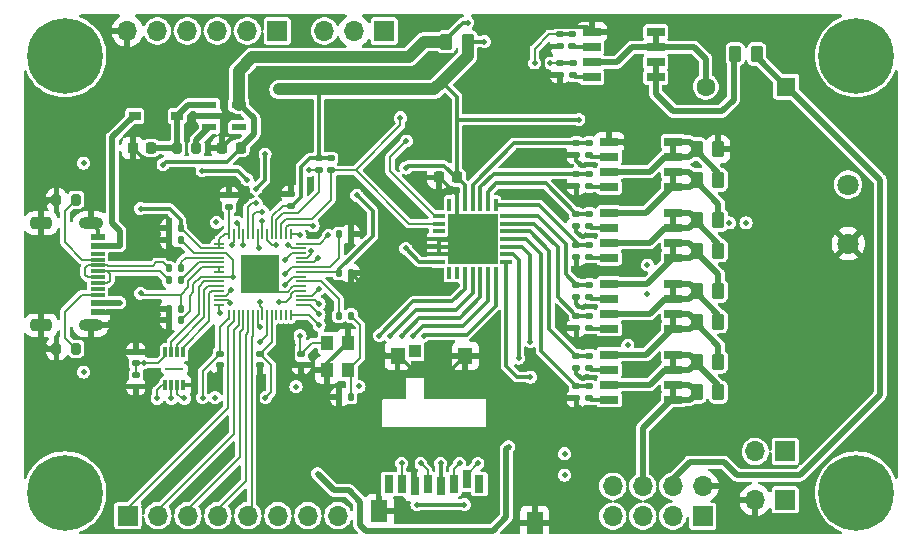
<source format=gtl>
%TF.GenerationSoftware,KiCad,Pcbnew,7.0.10*%
%TF.CreationDate,2024-06-27T09:55:27+02:00*%
%TF.ProjectId,SolarCurveTracer,536f6c61-7243-4757-9276-655472616365,v1.1*%
%TF.SameCoordinates,Original*%
%TF.FileFunction,Copper,L1,Top*%
%TF.FilePolarity,Positive*%
%FSLAX46Y46*%
G04 Gerber Fmt 4.6, Leading zero omitted, Abs format (unit mm)*
G04 Created by KiCad (PCBNEW 7.0.10) date 2024-06-27 09:55:27*
%MOMM*%
%LPD*%
G01*
G04 APERTURE LIST*
G04 Aperture macros list*
%AMRoundRect*
0 Rectangle with rounded corners*
0 $1 Rounding radius*
0 $2 $3 $4 $5 $6 $7 $8 $9 X,Y pos of 4 corners*
0 Add a 4 corners polygon primitive as box body*
4,1,4,$2,$3,$4,$5,$6,$7,$8,$9,$2,$3,0*
0 Add four circle primitives for the rounded corners*
1,1,$1+$1,$2,$3*
1,1,$1+$1,$4,$5*
1,1,$1+$1,$6,$7*
1,1,$1+$1,$8,$9*
0 Add four rect primitives between the rounded corners*
20,1,$1+$1,$2,$3,$4,$5,0*
20,1,$1+$1,$4,$5,$6,$7,0*
20,1,$1+$1,$6,$7,$8,$9,0*
20,1,$1+$1,$8,$9,$2,$3,0*%
G04 Aperture macros list end*
%TA.AperFunction,SMDPad,CuDef*%
%ADD10RoundRect,0.140000X-0.140000X-0.170000X0.140000X-0.170000X0.140000X0.170000X-0.140000X0.170000X0*%
%TD*%
%TA.AperFunction,SMDPad,CuDef*%
%ADD11RoundRect,0.135000X0.185000X-0.135000X0.185000X0.135000X-0.185000X0.135000X-0.185000X-0.135000X0*%
%TD*%
%TA.AperFunction,SMDPad,CuDef*%
%ADD12RoundRect,0.250000X-0.262500X-0.450000X0.262500X-0.450000X0.262500X0.450000X-0.262500X0.450000X0*%
%TD*%
%TA.AperFunction,SMDPad,CuDef*%
%ADD13RoundRect,0.225000X0.225000X0.250000X-0.225000X0.250000X-0.225000X-0.250000X0.225000X-0.250000X0*%
%TD*%
%TA.AperFunction,SMDPad,CuDef*%
%ADD14R,1.400000X1.900000*%
%TD*%
%TA.AperFunction,SMDPad,CuDef*%
%ADD15R,1.200000X1.400000*%
%TD*%
%TA.AperFunction,SMDPad,CuDef*%
%ADD16R,1.300000X1.400000*%
%TD*%
%TA.AperFunction,SMDPad,CuDef*%
%ADD17R,0.800000X1.500000*%
%TD*%
%TA.AperFunction,SMDPad,CuDef*%
%ADD18R,1.000000X1.040000*%
%TD*%
%TA.AperFunction,SMDPad,CuDef*%
%ADD19R,1.050000X0.750000*%
%TD*%
%TA.AperFunction,SMDPad,CuDef*%
%ADD20R,0.300000X0.900000*%
%TD*%
%TA.AperFunction,SMDPad,CuDef*%
%ADD21R,1.650000X0.250000*%
%TD*%
%TA.AperFunction,SMDPad,CuDef*%
%ADD22R,1.525000X0.700000*%
%TD*%
%TA.AperFunction,ComponentPad*%
%ADD23C,6.400000*%
%TD*%
%TA.AperFunction,SMDPad,CuDef*%
%ADD24RoundRect,0.140000X0.170000X-0.140000X0.170000X0.140000X-0.170000X0.140000X-0.170000X-0.140000X0*%
%TD*%
%TA.AperFunction,SMDPad,CuDef*%
%ADD25RoundRect,0.135000X-0.185000X0.135000X-0.185000X-0.135000X0.185000X-0.135000X0.185000X0.135000X0*%
%TD*%
%TA.AperFunction,SMDPad,CuDef*%
%ADD26RoundRect,0.140000X-0.170000X0.140000X-0.170000X-0.140000X0.170000X-0.140000X0.170000X0.140000X0*%
%TD*%
%TA.AperFunction,SMDPad,CuDef*%
%ADD27R,1.200000X0.600000*%
%TD*%
%TA.AperFunction,SMDPad,CuDef*%
%ADD28RoundRect,0.135000X0.135000X0.185000X-0.135000X0.185000X-0.135000X-0.185000X0.135000X-0.185000X0*%
%TD*%
%TA.AperFunction,SMDPad,CuDef*%
%ADD29R,1.150000X0.600000*%
%TD*%
%TA.AperFunction,SMDPad,CuDef*%
%ADD30R,1.150000X0.300000*%
%TD*%
%TA.AperFunction,ComponentPad*%
%ADD31O,2.100000X1.000000*%
%TD*%
%TA.AperFunction,ComponentPad*%
%ADD32RoundRect,0.250000X-0.650000X0.250000X-0.650000X-0.250000X0.650000X-0.250000X0.650000X0.250000X0*%
%TD*%
%TA.AperFunction,SMDPad,CuDef*%
%ADD33RoundRect,0.140000X0.140000X0.170000X-0.140000X0.170000X-0.140000X-0.170000X0.140000X-0.170000X0*%
%TD*%
%TA.AperFunction,SMDPad,CuDef*%
%ADD34RoundRect,0.200000X-0.200000X-0.275000X0.200000X-0.275000X0.200000X0.275000X-0.200000X0.275000X0*%
%TD*%
%TA.AperFunction,SMDPad,CuDef*%
%ADD35R,0.350000X1.050000*%
%TD*%
%TA.AperFunction,SMDPad,CuDef*%
%ADD36R,1.050000X0.350000*%
%TD*%
%TA.AperFunction,SMDPad,CuDef*%
%ADD37R,4.200000X4.200000*%
%TD*%
%TA.AperFunction,SMDPad,CuDef*%
%ADD38R,1.050000X1.300000*%
%TD*%
%TA.AperFunction,SMDPad,CuDef*%
%ADD39RoundRect,0.050000X0.050000X-0.387500X0.050000X0.387500X-0.050000X0.387500X-0.050000X-0.387500X0*%
%TD*%
%TA.AperFunction,SMDPad,CuDef*%
%ADD40RoundRect,0.050000X0.387500X-0.050000X0.387500X0.050000X-0.387500X0.050000X-0.387500X-0.050000X0*%
%TD*%
%TA.AperFunction,SMDPad,CuDef*%
%ADD41R,3.200000X3.200000*%
%TD*%
%TA.AperFunction,SMDPad,CuDef*%
%ADD42RoundRect,0.135000X-0.135000X-0.185000X0.135000X-0.185000X0.135000X0.185000X-0.135000X0.185000X0*%
%TD*%
%TA.AperFunction,SMDPad,CuDef*%
%ADD43RoundRect,0.200000X0.200000X0.275000X-0.200000X0.275000X-0.200000X-0.275000X0.200000X-0.275000X0*%
%TD*%
%TA.AperFunction,ComponentPad*%
%ADD44R,1.700000X1.700000*%
%TD*%
%TA.AperFunction,ComponentPad*%
%ADD45O,1.700000X1.700000*%
%TD*%
%TA.AperFunction,ComponentPad*%
%ADD46C,1.803400*%
%TD*%
%TA.AperFunction,ComponentPad*%
%ADD47R,1.600000X1.600000*%
%TD*%
%TA.AperFunction,ComponentPad*%
%ADD48C,1.600000*%
%TD*%
%TA.AperFunction,ViaPad*%
%ADD49C,0.500000*%
%TD*%
%TA.AperFunction,ViaPad*%
%ADD50C,0.700000*%
%TD*%
%TA.AperFunction,Conductor*%
%ADD51C,0.500000*%
%TD*%
%TA.AperFunction,Conductor*%
%ADD52C,0.300000*%
%TD*%
%TA.AperFunction,Conductor*%
%ADD53C,0.200000*%
%TD*%
%TA.AperFunction,Conductor*%
%ADD54C,1.000000*%
%TD*%
G04 APERTURE END LIST*
D10*
X137220000Y-99100000D03*
X138180000Y-99100000D03*
D11*
X158400000Y-92410000D03*
X158400000Y-91390000D03*
D12*
X146287500Y-82800000D03*
X148112500Y-82800000D03*
D13*
X147175000Y-94300000D03*
X145625000Y-94300000D03*
D14*
X140610000Y-122550000D03*
X153760000Y-123550000D03*
D15*
X142150000Y-109400000D03*
D16*
X147900000Y-109400000D03*
D17*
X149090000Y-120260000D03*
X147990000Y-119860000D03*
X146890000Y-120260000D03*
X145790000Y-120460000D03*
X144690000Y-120260000D03*
X143590000Y-120460000D03*
X142490000Y-120260000D03*
X141390000Y-120260000D03*
D18*
X143600000Y-109030000D03*
D11*
X157300000Y-113010000D03*
X157300000Y-111990000D03*
D19*
X123500000Y-89100000D03*
X119900000Y-89100000D03*
D20*
X122500000Y-111900000D03*
X123000000Y-111900000D03*
X123500000Y-111900000D03*
X124000000Y-111900000D03*
X124000000Y-109100000D03*
X123500000Y-109100000D03*
X123000000Y-109100000D03*
X122500000Y-109100000D03*
D21*
X123250000Y-110500000D03*
D11*
X135500000Y-93710000D03*
X135500000Y-92690000D03*
D22*
X160088000Y-97295000D03*
X160088000Y-98565000D03*
X160088000Y-99835000D03*
X160088000Y-101105000D03*
X165512000Y-101105000D03*
X165512000Y-99835000D03*
X165512000Y-98565000D03*
X165512000Y-97295000D03*
D12*
X167487500Y-112500000D03*
X169312500Y-112500000D03*
D23*
X114000000Y-84000000D03*
D22*
X160088000Y-91295000D03*
X160088000Y-92565000D03*
X160088000Y-93835000D03*
X160088000Y-95105000D03*
X165512000Y-95105000D03*
X165512000Y-93835000D03*
X165512000Y-92565000D03*
X165512000Y-91295000D03*
D11*
X157300000Y-98410000D03*
X157300000Y-97390000D03*
D12*
X167487500Y-100500000D03*
X169312500Y-100500000D03*
D24*
X127900000Y-96780000D03*
X127900000Y-95820000D03*
D11*
X158400000Y-95010000D03*
X158400000Y-93990000D03*
X158400000Y-101010000D03*
X158400000Y-99990000D03*
D25*
X155900000Y-84590000D03*
X155900000Y-85610000D03*
D26*
X134000000Y-109220000D03*
X134000000Y-110180000D03*
D12*
X170737500Y-83850000D03*
X172562500Y-83850000D03*
D23*
X181000000Y-121000000D03*
D22*
X160088000Y-103295000D03*
X160088000Y-104565000D03*
X160088000Y-105835000D03*
X160088000Y-107105000D03*
X165512000Y-107105000D03*
X165512000Y-105835000D03*
X165512000Y-104565000D03*
X165512000Y-103295000D03*
D27*
X126200000Y-88150000D03*
X126200000Y-89100000D03*
X126200000Y-90050000D03*
X128700000Y-90050000D03*
X128700000Y-88150000D03*
D28*
X123810000Y-102000000D03*
X122790000Y-102000000D03*
D29*
X116755000Y-99300000D03*
X116755000Y-100100000D03*
D30*
X116755000Y-101250000D03*
X116755000Y-102250000D03*
X116755000Y-102750000D03*
X116755000Y-103750000D03*
D29*
X116755000Y-105700000D03*
X116755000Y-104900000D03*
D30*
X116755000Y-104250000D03*
X116755000Y-103250000D03*
X116755000Y-101750000D03*
X116755000Y-100750000D03*
D31*
X116180000Y-98180000D03*
X116180000Y-106820000D03*
D32*
X112000000Y-98180000D03*
X112000000Y-106820000D03*
D12*
X167487500Y-91900000D03*
X169312500Y-91900000D03*
D11*
X158400000Y-113010000D03*
X158400000Y-111990000D03*
X157300000Y-110410000D03*
X157300000Y-109390000D03*
D12*
X167487500Y-94500000D03*
X169312500Y-94500000D03*
D33*
X123780000Y-99600000D03*
X122820000Y-99600000D03*
D34*
X113275000Y-96200000D03*
X114925000Y-96200000D03*
D12*
X167487500Y-106500000D03*
X169312500Y-106500000D03*
D26*
X130500000Y-109220000D03*
X130500000Y-110180000D03*
D33*
X123780000Y-105400000D03*
X122820000Y-105400000D03*
D22*
X160088000Y-109295000D03*
X160088000Y-110565000D03*
X160088000Y-111835000D03*
X160088000Y-113105000D03*
X165512000Y-113105000D03*
X165512000Y-111835000D03*
X165512000Y-110565000D03*
X165512000Y-109295000D03*
D35*
X150450000Y-96650000D03*
X149800000Y-96650000D03*
X149150000Y-96650000D03*
X148500000Y-96650000D03*
X147850000Y-96650000D03*
X147200000Y-96650000D03*
X146550000Y-96650000D03*
D36*
X145650000Y-97550000D03*
X145650000Y-98200000D03*
X145650000Y-98850000D03*
X145650000Y-99500000D03*
X145650000Y-100150000D03*
X145650000Y-100800000D03*
X145650000Y-101450000D03*
D35*
X146550000Y-102350000D03*
X147200000Y-102350000D03*
X147850000Y-102350000D03*
X148500000Y-102350000D03*
X149150000Y-102350000D03*
X149800000Y-102350000D03*
X150450000Y-102350000D03*
D36*
X151350000Y-101450000D03*
X151350000Y-100800000D03*
X151350000Y-100150000D03*
X151350000Y-99500000D03*
X151350000Y-98850000D03*
X151350000Y-98200000D03*
X151350000Y-97550000D03*
D37*
X148500000Y-99500000D03*
D10*
X137220000Y-102400000D03*
X138180000Y-102400000D03*
D11*
X158400000Y-104410000D03*
X158400000Y-103390000D03*
D33*
X123780000Y-98600000D03*
X122820000Y-98600000D03*
D11*
X158400000Y-98410000D03*
X158400000Y-97390000D03*
X155900000Y-83210000D03*
X155900000Y-82190000D03*
X157300000Y-95010000D03*
X157300000Y-93990000D03*
X157300000Y-104410000D03*
X157300000Y-103390000D03*
D33*
X123780000Y-106400000D03*
X122820000Y-106400000D03*
D26*
X127100000Y-109220000D03*
X127100000Y-110180000D03*
D34*
X113275000Y-108800000D03*
X114925000Y-108800000D03*
D38*
X137950000Y-110600000D03*
X137950000Y-108300000D03*
X136200000Y-108300000D03*
X136200000Y-110600000D03*
D12*
X167487500Y-97900000D03*
X169312500Y-97900000D03*
D28*
X123810000Y-103000000D03*
X122790000Y-103000000D03*
D23*
X114000000Y-121000000D03*
D13*
X121275000Y-91800000D03*
X119725000Y-91800000D03*
D12*
X167487500Y-103900000D03*
X169312500Y-103900000D03*
D26*
X120000000Y-111040000D03*
X120000000Y-112000000D03*
D11*
X157300000Y-101010000D03*
X157300000Y-99990000D03*
X157300000Y-107010000D03*
X157300000Y-105990000D03*
X158400000Y-107010000D03*
X158400000Y-105990000D03*
D39*
X127900000Y-105937500D03*
X128300000Y-105937500D03*
X128700000Y-105937500D03*
X129100000Y-105937500D03*
X129500000Y-105937500D03*
X129900000Y-105937500D03*
X130300000Y-105937500D03*
X130700000Y-105937500D03*
X131100000Y-105937500D03*
X131500000Y-105937500D03*
X131900000Y-105937500D03*
X132300000Y-105937500D03*
X132700000Y-105937500D03*
X133100000Y-105937500D03*
D40*
X133937500Y-105100000D03*
X133937500Y-104700000D03*
X133937500Y-104300000D03*
X133937500Y-103900000D03*
X133937500Y-103500000D03*
X133937500Y-103100000D03*
X133937500Y-102700000D03*
X133937500Y-102300000D03*
X133937500Y-101900000D03*
X133937500Y-101500000D03*
X133937500Y-101100000D03*
X133937500Y-100700000D03*
X133937500Y-100300000D03*
X133937500Y-99900000D03*
D39*
X133100000Y-99062500D03*
X132700000Y-99062500D03*
X132300000Y-99062500D03*
X131900000Y-99062500D03*
X131500000Y-99062500D03*
X131100000Y-99062500D03*
X130700000Y-99062500D03*
X130300000Y-99062500D03*
X129900000Y-99062500D03*
X129500000Y-99062500D03*
X129100000Y-99062500D03*
X128700000Y-99062500D03*
X128300000Y-99062500D03*
X127900000Y-99062500D03*
D40*
X127062500Y-99900000D03*
X127062500Y-100300000D03*
X127062500Y-100700000D03*
X127062500Y-101100000D03*
X127062500Y-101500000D03*
X127062500Y-101900000D03*
X127062500Y-102300000D03*
X127062500Y-102700000D03*
X127062500Y-103100000D03*
X127062500Y-103500000D03*
X127062500Y-103900000D03*
X127062500Y-104300000D03*
X127062500Y-104700000D03*
X127062500Y-105100000D03*
D41*
X130500000Y-102500000D03*
D42*
X137190000Y-106000000D03*
X138210000Y-106000000D03*
D11*
X156900000Y-83210000D03*
X156900000Y-82190000D03*
D22*
X158588000Y-81995000D03*
X158588000Y-83265000D03*
X158588000Y-84535000D03*
X158588000Y-85805000D03*
X164012000Y-85805000D03*
X164012000Y-84535000D03*
X164012000Y-83265000D03*
X164012000Y-81995000D03*
D24*
X133100000Y-96680000D03*
X133100000Y-95720000D03*
D11*
X157300000Y-92410000D03*
X157300000Y-91390000D03*
D12*
X167487500Y-109900000D03*
X169312500Y-109900000D03*
D11*
X158400000Y-110410000D03*
X158400000Y-109390000D03*
D33*
X138180000Y-112900000D03*
X137220000Y-112900000D03*
D13*
X128875000Y-91800000D03*
X127325000Y-91800000D03*
D43*
X125125000Y-91800000D03*
X123475000Y-91800000D03*
D24*
X120000000Y-110000000D03*
X120000000Y-109040000D03*
D11*
X157000000Y-85610000D03*
X157000000Y-84590000D03*
X136500000Y-93710000D03*
X136500000Y-92690000D03*
D23*
X181000000Y-84000000D03*
D44*
X168000000Y-122975000D03*
D45*
X168000000Y-120435000D03*
X165460000Y-122975000D03*
X165460000Y-120435000D03*
X162920000Y-122975000D03*
X162920000Y-120435000D03*
X160380000Y-122975000D03*
X160380000Y-120435000D03*
D44*
X119325000Y-122925000D03*
D45*
X121865000Y-122925000D03*
X124405000Y-122925000D03*
X126945000Y-122925000D03*
X129485000Y-122925000D03*
X132025000Y-122925000D03*
X134565000Y-122925000D03*
X137105000Y-122925000D03*
D46*
X180300000Y-94900000D03*
X180300000Y-99900000D03*
D44*
X174975000Y-117500000D03*
D45*
X172435000Y-117500000D03*
D44*
X141025000Y-81900000D03*
D45*
X138485000Y-81900000D03*
X135945000Y-81900000D03*
D44*
X131980000Y-81900000D03*
D45*
X129440000Y-81900000D03*
X126900000Y-81900000D03*
X124360000Y-81900000D03*
X121820000Y-81900000D03*
X119280000Y-81900000D03*
D44*
X174975000Y-121600000D03*
D45*
X172435000Y-121600000D03*
D47*
X175050000Y-86600000D03*
D48*
X168250000Y-86600000D03*
D49*
X163300000Y-104200000D03*
X125650000Y-112950000D03*
X120400000Y-96950000D03*
X171650000Y-98150000D03*
X156300000Y-117700000D03*
X151550000Y-117100000D03*
X147800000Y-122000000D03*
X120650000Y-110000000D03*
X142850000Y-93500000D03*
X138700000Y-95800000D03*
D50*
X132100000Y-86850000D03*
D49*
X120400000Y-104100000D03*
X163300000Y-101700000D03*
X135375000Y-119375000D03*
X149500000Y-82800000D03*
X142850000Y-100300000D03*
X130950000Y-112950000D03*
X143800000Y-122000000D03*
X157500000Y-89400000D03*
X138850000Y-86850000D03*
X144800000Y-95250000D03*
X134800000Y-95000000D03*
X157450000Y-105200000D03*
X130950000Y-103450000D03*
X157600000Y-111200000D03*
X146500000Y-111400000D03*
X167400000Y-93200000D03*
X157600000Y-108200000D03*
X171100000Y-116300000D03*
X145400000Y-103400000D03*
X126750000Y-111050000D03*
X123300000Y-100450000D03*
X171100000Y-113800000D03*
X130150000Y-102200000D03*
X123200000Y-122200000D03*
X141800000Y-95400000D03*
X128200000Y-122200000D03*
X125700000Y-122200000D03*
X171100000Y-109000000D03*
X157600000Y-93200000D03*
X132500000Y-93600000D03*
X125050000Y-96000000D03*
X145300000Y-110000000D03*
X130150000Y-103450000D03*
X120700000Y-122200000D03*
X144800000Y-92200000D03*
X162050000Y-110550000D03*
X150300000Y-117900000D03*
X161750000Y-92550000D03*
X124850000Y-111950000D03*
X175500000Y-102000000D03*
X121650000Y-105350000D03*
X157600000Y-102250000D03*
X119100000Y-97800000D03*
X143400000Y-81800000D03*
X171100000Y-111200000D03*
X157600000Y-113800000D03*
X171400000Y-104900000D03*
X128100000Y-90950000D03*
X138650000Y-96800000D03*
X147800000Y-121150000D03*
X144050000Y-99500000D03*
X143750000Y-120425000D03*
X143400000Y-110550000D03*
X133300000Y-108500000D03*
X143900000Y-102200000D03*
X130950000Y-102200000D03*
X157600000Y-99200000D03*
X123600000Y-94550000D03*
X152500000Y-95700000D03*
X157600000Y-96200000D03*
X132200000Y-85200000D03*
X122301000Y-93218000D03*
X148100000Y-81200000D03*
X133900000Y-107700000D03*
X132600000Y-103400000D03*
X132600000Y-102500000D03*
X128200000Y-102700000D03*
X115570000Y-93080000D03*
X132620000Y-101280000D03*
X156300000Y-119500000D03*
X145790000Y-118510000D03*
X170250000Y-98150000D03*
X118618000Y-104900000D03*
X118618000Y-100100000D03*
X130500000Y-106950000D03*
X130500000Y-104850000D03*
X130500000Y-108250000D03*
X138890000Y-111980000D03*
X135510000Y-106790000D03*
X133550000Y-112000000D03*
X135500000Y-105900000D03*
X135500000Y-105000000D03*
X126700000Y-112950000D03*
X135450000Y-101150000D03*
X134800000Y-100500000D03*
X142500000Y-118500000D03*
X132900000Y-100000000D03*
X136300000Y-99200000D03*
X148950000Y-118500000D03*
X133900000Y-99200000D03*
X144100000Y-118500000D03*
X135000000Y-98400000D03*
X147400000Y-118500000D03*
X142400000Y-89250000D03*
X129413000Y-94488000D03*
X125603000Y-93726000D03*
X130937000Y-92329000D03*
X142900000Y-91200000D03*
X130175000Y-95250000D03*
X134650000Y-93700000D03*
X126800000Y-98100000D03*
X131900000Y-100000000D03*
X130700000Y-98000000D03*
X130400000Y-100300000D03*
X130700000Y-97200000D03*
X130200000Y-96500000D03*
X129100000Y-100000000D03*
X128590000Y-98140000D03*
X161650000Y-108500000D03*
X128100000Y-100000000D03*
X128048180Y-103848180D03*
X124100000Y-113000000D03*
X123000000Y-113000000D03*
X128000000Y-104900000D03*
X121800000Y-113000000D03*
X115580000Y-110780000D03*
X127100000Y-105800000D03*
X140600000Y-107700000D03*
X141500000Y-107700000D03*
X142500000Y-107700000D03*
X143500000Y-107700000D03*
X144400000Y-107700000D03*
X153400000Y-111200000D03*
X152400000Y-109600000D03*
X153400000Y-108200000D03*
X132150000Y-104850000D03*
X155100000Y-84600000D03*
X135500000Y-103750000D03*
X153750000Y-84600000D03*
D51*
X168250000Y-84250000D02*
X168250000Y-86600000D01*
X167265000Y-83265000D02*
X168250000Y-84250000D01*
X160765000Y-84535000D02*
X158588000Y-84535000D01*
X164012000Y-83265000D02*
X167265000Y-83265000D01*
X162035000Y-83265000D02*
X160765000Y-84535000D01*
X164012000Y-83265000D02*
X162035000Y-83265000D01*
X164012000Y-83265000D02*
X164012000Y-81995000D01*
D52*
X143800000Y-122000000D02*
X147800000Y-122000000D01*
D51*
X138000000Y-120800000D02*
X138950000Y-121750000D01*
X151350000Y-117300000D02*
X151550000Y-117100000D01*
D53*
X137220000Y-102400000D02*
X137120000Y-102300000D01*
D52*
X147200000Y-89400000D02*
X157500000Y-89400000D01*
X147100000Y-94300000D02*
X146100000Y-93300000D01*
X147175000Y-89425000D02*
X147175000Y-87475000D01*
D53*
X131450000Y-112450000D02*
X130950000Y-112950000D01*
X127900000Y-106200000D02*
X127900000Y-105937500D01*
D51*
X138950000Y-123700000D02*
X139450000Y-124200000D01*
D53*
X127100000Y-107000000D02*
X127900000Y-106200000D01*
X130500000Y-109220000D02*
X131500000Y-108220000D01*
D52*
X136500000Y-92690000D02*
X135500000Y-92690000D01*
D54*
X145250000Y-86850000D02*
X145900000Y-86200000D01*
D53*
X123780000Y-104220000D02*
X123780000Y-105400000D01*
D52*
X140050000Y-99260001D02*
X140050000Y-97150000D01*
D53*
X125650000Y-110670000D02*
X125650000Y-112950000D01*
D52*
X135500000Y-86900000D02*
X135450000Y-86850000D01*
X146100000Y-93300000D02*
X143050000Y-93300000D01*
X149500000Y-82800000D02*
X148112500Y-82800000D01*
D53*
X127062500Y-102300000D02*
X127062500Y-101900000D01*
D52*
X140050000Y-97150000D02*
X138700000Y-95800000D01*
D53*
X127900000Y-99062500D02*
X127537500Y-99062500D01*
D54*
X148112500Y-83987500D02*
X148112500Y-82800000D01*
D53*
X127062500Y-99900000D02*
X127062500Y-100300000D01*
X127062500Y-99537500D02*
X127062500Y-99900000D01*
D52*
X147175000Y-94300000D02*
X147100000Y-94300000D01*
X147175000Y-94300000D02*
X147175000Y-93500000D01*
X145650000Y-101450000D02*
X144000000Y-101450000D01*
D54*
X145900000Y-86200000D02*
X148112500Y-83987500D01*
D52*
X134000000Y-93400000D02*
X134000000Y-95913424D01*
D53*
X120000000Y-110000000D02*
X120650000Y-110000000D01*
X124425000Y-103575000D02*
X123780000Y-104220000D01*
X127100000Y-109220000D02*
X125650000Y-110670000D01*
D52*
X147175000Y-93500000D02*
X147175000Y-89425000D01*
D51*
X136800000Y-120800000D02*
X138000000Y-120800000D01*
D53*
X122500000Y-109400000D02*
X122500000Y-109100000D01*
D52*
X133233424Y-96680000D02*
X133100000Y-96680000D01*
X147175000Y-89425000D02*
X147200000Y-89400000D01*
D51*
X135375000Y-119375000D02*
X136800000Y-120800000D01*
D52*
X144000000Y-101450000D02*
X142850000Y-100300000D01*
X134000000Y-95913424D02*
X133233424Y-96680000D01*
D53*
X120520000Y-104220000D02*
X123780000Y-104220000D01*
D52*
X147850000Y-94975000D02*
X147850000Y-96650000D01*
D51*
X151350000Y-123050000D02*
X151350000Y-117300000D01*
D53*
X131500000Y-108220000D02*
X131500000Y-105937500D01*
D52*
X147175000Y-87475000D02*
X145900000Y-86200000D01*
D53*
X127900000Y-96780000D02*
X127900000Y-99062500D01*
D52*
X122850000Y-96950000D02*
X123780000Y-97880000D01*
D51*
X139450000Y-124200000D02*
X150200000Y-124200000D01*
D52*
X143050000Y-93300000D02*
X142850000Y-93500000D01*
D53*
X124425000Y-103075000D02*
X124425000Y-103575000D01*
D52*
X137220000Y-102400000D02*
X137220000Y-102090001D01*
D53*
X125600000Y-101900000D02*
X124425000Y-103075000D01*
D54*
X138850000Y-86850000D02*
X145250000Y-86850000D01*
D53*
X131450000Y-110170000D02*
X131450000Y-112450000D01*
D52*
X123780000Y-97880000D02*
X123780000Y-98600000D01*
D53*
X120000000Y-110000000D02*
X120000000Y-111040000D01*
D52*
X120400000Y-96950000D02*
X122850000Y-96950000D01*
D53*
X127062500Y-101900000D02*
X125600000Y-101900000D01*
X137120000Y-102300000D02*
X133937500Y-102300000D01*
D52*
X147150000Y-93475000D02*
X147175000Y-93500000D01*
D53*
X127100000Y-109220000D02*
X127100000Y-107000000D01*
D52*
X134710000Y-92690000D02*
X134000000Y-93400000D01*
D53*
X132420000Y-96680000D02*
X133100000Y-96680000D01*
X120650000Y-110000000D02*
X121100000Y-110000000D01*
X121900000Y-110000000D02*
X122500000Y-109400000D01*
X127062500Y-100300000D02*
X125480000Y-100300000D01*
X120400000Y-104100000D02*
X120520000Y-104220000D01*
D52*
X147175000Y-94300000D02*
X147850000Y-94975000D01*
X135500000Y-92690000D02*
X135500000Y-86900000D01*
D53*
X127537500Y-99062500D02*
X127062500Y-99537500D01*
D51*
X150200000Y-124200000D02*
X151350000Y-123050000D01*
D53*
X131500000Y-99062500D02*
X131500000Y-97600000D01*
D52*
X135500000Y-92690000D02*
X134710000Y-92690000D01*
D54*
X132100000Y-86850000D02*
X138850000Y-86850000D01*
D53*
X131500000Y-97600000D02*
X132420000Y-96680000D01*
X130500000Y-109220000D02*
X131450000Y-110170000D01*
D51*
X138950000Y-121750000D02*
X138950000Y-123700000D01*
D52*
X137220000Y-102090001D02*
X140050000Y-99260001D01*
D53*
X125480000Y-100300000D02*
X123780000Y-98600000D01*
X121100000Y-110000000D02*
X121900000Y-110000000D01*
D51*
X121275000Y-91800000D02*
X123475000Y-91800000D01*
X124450000Y-88150000D02*
X126200000Y-88150000D01*
X123500000Y-91775000D02*
X123475000Y-91800000D01*
X123500000Y-89100000D02*
X124450000Y-88150000D01*
X123500000Y-89100000D02*
X123500000Y-91775000D01*
D52*
X118000000Y-105700000D02*
X118350000Y-106050000D01*
X172300000Y-91900000D02*
X180300000Y-99900000D01*
X157600000Y-99200000D02*
X157300000Y-98900000D01*
X155900000Y-87455000D02*
X157745000Y-87455000D01*
D53*
X131400000Y-103400000D02*
X130950000Y-103450000D01*
D52*
X157300000Y-92900000D02*
X157300000Y-92410000D01*
X157300000Y-95900000D02*
X157300000Y-95010000D01*
X138650000Y-96800000D02*
X138180000Y-97270000D01*
X133690001Y-110180000D02*
X133300000Y-109789999D01*
X134000000Y-110180000D02*
X133690001Y-110180000D01*
X112750000Y-96200000D02*
X112000000Y-96950000D01*
X147200000Y-96650000D02*
X147200000Y-95825000D01*
X138180000Y-102400000D02*
X139700000Y-103920000D01*
X124000000Y-111900000D02*
X124800000Y-111900000D01*
X127325000Y-91725000D02*
X128100000Y-90950000D01*
X122820000Y-99600000D02*
X122820000Y-99970000D01*
X134000000Y-110800000D02*
X134800000Y-111600000D01*
X124800000Y-111900000D02*
X124850000Y-111950000D01*
X145650000Y-99500000D02*
X145650000Y-100150000D01*
X157300000Y-98900000D02*
X157300000Y-98410000D01*
X133300000Y-109789999D02*
X133300000Y-108500000D01*
X122820000Y-98600000D02*
X119900000Y-98600000D01*
X141250000Y-109400000D02*
X142150000Y-109400000D01*
X154430000Y-81570000D02*
X152750000Y-83250000D01*
X157600000Y-93200000D02*
X157300000Y-92900000D01*
X134800000Y-112450000D02*
X135250000Y-112900000D01*
D53*
X130950000Y-103450000D02*
X131000000Y-103400000D01*
D52*
X154470000Y-83980000D02*
X154470000Y-85070000D01*
X145650000Y-100150000D02*
X147850000Y-100150000D01*
X143750000Y-120425000D02*
X143715000Y-120460000D01*
X157600000Y-96200000D02*
X157300000Y-95900000D01*
X154470000Y-85070000D02*
X155010000Y-85610000D01*
X120625000Y-106925000D02*
X121150000Y-106400000D01*
X146500000Y-111400000D02*
X146500000Y-110800000D01*
X113275000Y-108800000D02*
X112650000Y-108800000D01*
X145650000Y-99500000D02*
X144050000Y-99500000D01*
X113275000Y-96200000D02*
X112750000Y-96200000D01*
X150850000Y-113000000D02*
X150850000Y-116100000D01*
X152750000Y-85500000D02*
X154700000Y-87450000D01*
X122820000Y-106400000D02*
X122820000Y-105400000D01*
X147200000Y-100800000D02*
X148500000Y-99500000D01*
X149250000Y-111400000D02*
X150850000Y-113000000D01*
X131500000Y-114850000D02*
X136550000Y-114850000D01*
D53*
X133247244Y-103552756D02*
X133247244Y-103573000D01*
D52*
X153760000Y-117460000D02*
X152400000Y-116100000D01*
X155900000Y-83210000D02*
X155240000Y-83210000D01*
X157745000Y-87455000D02*
X160088000Y-89798000D01*
X157300000Y-107010000D02*
X157300000Y-107900000D01*
X118650000Y-106820000D02*
X120520000Y-106820000D01*
X122820000Y-99600000D02*
X122820000Y-98600000D01*
X143400000Y-110550000D02*
X142250000Y-109400000D01*
X123600000Y-94550000D02*
X125050000Y-96000000D01*
X158163000Y-81570000D02*
X154430000Y-81570000D01*
X142250000Y-109400000D02*
X142150000Y-109400000D01*
X144250000Y-116100000D02*
X142750000Y-117600000D01*
X126200000Y-89100000D02*
X127100000Y-89100000D01*
X146500000Y-110800000D02*
X147900000Y-109400000D01*
D53*
X133300000Y-103500000D02*
X133247244Y-103552756D01*
D52*
X122770000Y-105350000D02*
X122820000Y-105400000D01*
X157300000Y-107900000D02*
X157600000Y-108200000D01*
X123600000Y-94550000D02*
X122475000Y-94550000D01*
X153760000Y-123550000D02*
X153760000Y-117460000D01*
X118350000Y-106050000D02*
X118350000Y-106820000D01*
X161750000Y-91850000D02*
X161750000Y-92550000D01*
X137950000Y-108300000D02*
X136200000Y-110050000D01*
D53*
X131000000Y-103400000D02*
X131000000Y-103000000D01*
X133937500Y-103500000D02*
X133300000Y-103500000D01*
D52*
X157300000Y-101950000D02*
X157300000Y-101010000D01*
X142150000Y-111602868D02*
X142150000Y-109400000D01*
X138902868Y-114850000D02*
X142150000Y-111602868D01*
X130300000Y-113650000D02*
X131500000Y-114850000D01*
X140610000Y-122550000D02*
X140610000Y-118590000D01*
X152750000Y-83250000D02*
X152750000Y-85500000D01*
X122820000Y-99970000D02*
X123300000Y-100450000D01*
X157300000Y-110900000D02*
X157300000Y-110410000D01*
X141600000Y-117600000D02*
X142750000Y-117600000D01*
X118850000Y-109350000D02*
X118850000Y-111650000D01*
X155240000Y-83210000D02*
X154470000Y-83980000D01*
X118850000Y-111650000D02*
X119200000Y-112000000D01*
X152400000Y-116100000D02*
X150850000Y-116100000D01*
X136200000Y-112850000D02*
X136250000Y-112900000D01*
X135250000Y-112900000D02*
X137220000Y-112900000D01*
X122475000Y-94550000D02*
X119725000Y-91800000D01*
D53*
X132840244Y-103980000D02*
X131980000Y-103980000D01*
D52*
X145650000Y-100800000D02*
X147200000Y-100800000D01*
X145675000Y-94300000D02*
X145625000Y-94300000D01*
X120520000Y-106820000D02*
X120625000Y-106925000D01*
X133100000Y-94200000D02*
X132500000Y-93600000D01*
X161195000Y-91295000D02*
X161750000Y-91850000D01*
X145650000Y-99500000D02*
X148500000Y-99500000D01*
X160088000Y-91295000D02*
X161195000Y-91295000D01*
X139700000Y-107850000D02*
X141250000Y-109400000D01*
X157600000Y-111200000D02*
X157300000Y-110900000D01*
X120000000Y-109040000D02*
X120000000Y-107550000D01*
X137200000Y-114850000D02*
X137220000Y-114830000D01*
X160088000Y-89798000D02*
X160088000Y-91295000D01*
X121150000Y-106400000D02*
X122820000Y-106400000D01*
X127100000Y-110180000D02*
X127100000Y-110700000D01*
X119900000Y-98600000D02*
X119100000Y-97800000D01*
X136200000Y-110050000D02*
X136200000Y-110600000D01*
X136550000Y-114850000D02*
X138902868Y-114850000D01*
X154700000Y-87450000D02*
X157740000Y-87450000D01*
X125230000Y-95820000D02*
X125050000Y-96000000D01*
X139700000Y-103920000D02*
X139700000Y-107850000D01*
X133100000Y-95720000D02*
X133100000Y-94200000D01*
X143470000Y-120340000D02*
X143470000Y-118320000D01*
X157300000Y-113010000D02*
X157300000Y-113500000D01*
X112000000Y-108150000D02*
X112000000Y-106820000D01*
X157300000Y-105050000D02*
X157300000Y-104410000D01*
X136550000Y-114850000D02*
X137200000Y-114850000D01*
X137220000Y-114830000D02*
X137220000Y-112900000D01*
X169312500Y-91900000D02*
X172300000Y-91900000D01*
X130300000Y-112550000D02*
X130300000Y-113650000D01*
X157740000Y-87450000D02*
X157745000Y-87455000D01*
X127100000Y-89100000D02*
X127325000Y-89325000D01*
X147200000Y-95825000D02*
X145675000Y-94300000D01*
X127900000Y-95820000D02*
X125230000Y-95820000D01*
X147200000Y-98200000D02*
X148500000Y-99500000D01*
X127325000Y-91800000D02*
X127325000Y-91725000D01*
X134800000Y-111600000D02*
X134800000Y-112450000D01*
X143470000Y-118320000D02*
X142750000Y-117600000D01*
X134000000Y-110180000D02*
X134000000Y-110800000D01*
X112650000Y-108800000D02*
X112000000Y-108150000D01*
X157600000Y-102250000D02*
X157300000Y-101950000D01*
X116755000Y-98755000D02*
X116180000Y-98180000D01*
X116755000Y-105700000D02*
X118000000Y-105700000D01*
X112000000Y-96950000D02*
X112000000Y-98180000D01*
X146500000Y-111400000D02*
X149250000Y-111400000D01*
X120000000Y-109040000D02*
X119160000Y-109040000D01*
X150850000Y-116100000D02*
X144250000Y-116100000D01*
X116755000Y-99300000D02*
X116755000Y-98755000D01*
X127325000Y-89325000D02*
X127325000Y-91800000D01*
X127100000Y-110700000D02*
X126750000Y-111050000D01*
X118350000Y-106820000D02*
X118650000Y-106820000D01*
X157450000Y-105200000D02*
X157300000Y-105050000D01*
X140610000Y-118590000D02*
X141600000Y-117600000D01*
X138180000Y-97270000D02*
X138180000Y-99100000D01*
X130500000Y-112350000D02*
X130300000Y-112550000D01*
X121650000Y-105350000D02*
X122770000Y-105350000D01*
X145650000Y-100800000D02*
X145650000Y-100150000D01*
D53*
X133247244Y-103573000D02*
X132840244Y-103980000D01*
D52*
X155900000Y-85610000D02*
X155900000Y-87455000D01*
X119160000Y-109040000D02*
X118850000Y-109350000D01*
X147200000Y-96650000D02*
X147200000Y-98200000D01*
X119200000Y-112000000D02*
X120000000Y-112000000D01*
X143590000Y-120460000D02*
X143470000Y-120340000D01*
X116180000Y-106820000D02*
X118650000Y-106820000D01*
X147850000Y-100150000D02*
X148500000Y-99500000D01*
X155010000Y-85610000D02*
X155900000Y-85610000D01*
X130500000Y-110180000D02*
X130500000Y-112350000D01*
X158588000Y-81995000D02*
X158163000Y-81570000D01*
D53*
X131000000Y-103000000D02*
X130500000Y-102500000D01*
D52*
X136200000Y-110600000D02*
X136200000Y-112850000D01*
D53*
X131980000Y-103980000D02*
X131400000Y-103400000D01*
D52*
X136250000Y-112900000D02*
X137220000Y-112900000D01*
X120000000Y-107550000D02*
X120625000Y-106925000D01*
X157300000Y-113500000D02*
X157600000Y-113800000D01*
D54*
X144400000Y-82800000D02*
X143100000Y-84100000D01*
D51*
X130000000Y-90600000D02*
X130000000Y-89300000D01*
X130000000Y-89300000D02*
X128850000Y-88150000D01*
D52*
X122301000Y-93218000D02*
X122555000Y-92964000D01*
D54*
X143100000Y-84100000D02*
X129850000Y-84100000D01*
D51*
X128875000Y-91725000D02*
X130000000Y-90600000D01*
D54*
X146287500Y-82800000D02*
X144400000Y-82800000D01*
D52*
X148100000Y-81200000D02*
X147700000Y-81200000D01*
X147700000Y-81200000D02*
X146287500Y-82612500D01*
D51*
X128875000Y-91800000D02*
X128875000Y-91725000D01*
D52*
X127711000Y-92964000D02*
X128875000Y-91800000D01*
X146287500Y-82612500D02*
X146287500Y-82800000D01*
D51*
X128850000Y-88150000D02*
X128700000Y-88150000D01*
D52*
X122555000Y-92964000D02*
X127711000Y-92964000D01*
D54*
X129850000Y-84100000D02*
X128700000Y-85250000D01*
X128700000Y-85250000D02*
X128700000Y-88150000D01*
D53*
X138180000Y-112900000D02*
X138180000Y-110830000D01*
X138180000Y-110830000D02*
X137950000Y-110600000D01*
X139000000Y-106790000D02*
X138210000Y-106000000D01*
X139000000Y-109550000D02*
X139000000Y-106790000D01*
X137950000Y-110600000D02*
X139000000Y-109550000D01*
X132600000Y-103400000D02*
X133300000Y-102700000D01*
X133300000Y-102700000D02*
X133937500Y-102700000D01*
X136200000Y-108300000D02*
X134920000Y-108300000D01*
X134920000Y-108300000D02*
X134000000Y-109220000D01*
X133900000Y-107700000D02*
X133900000Y-109120000D01*
X133900000Y-109120000D02*
X134000000Y-109220000D01*
X124880000Y-100700000D02*
X123780000Y-99600000D01*
X124875000Y-103325000D02*
X124875000Y-104025000D01*
X127062500Y-100700000D02*
X127596360Y-100700000D01*
X128200000Y-101303640D02*
X128200000Y-102700000D01*
X124600000Y-105580000D02*
X123780000Y-106400000D01*
X137220000Y-101080000D02*
X136400000Y-101900000D01*
X124600000Y-104300000D02*
X124600000Y-105580000D01*
X127596360Y-100700000D02*
X128200000Y-101303640D01*
X132600000Y-102500000D02*
X133200000Y-101900000D01*
X127062500Y-102700000D02*
X125500000Y-102700000D01*
X128200000Y-102700000D02*
X127062500Y-102700000D01*
X133200000Y-101900000D02*
X133937500Y-101900000D01*
X124875000Y-104025000D02*
X124600000Y-104300000D01*
X136400000Y-101900000D02*
X133937500Y-101900000D01*
X137220000Y-99100000D02*
X137220000Y-101080000D01*
X127062500Y-100700000D02*
X124880000Y-100700000D01*
X125500000Y-102700000D02*
X124875000Y-103325000D01*
X133937500Y-100700000D02*
X133200000Y-100700000D01*
X133200000Y-100700000D02*
X132620000Y-101280000D01*
D52*
X145790000Y-118510000D02*
X145790000Y-120460000D01*
D51*
X118618000Y-98818000D02*
X117983000Y-98183000D01*
X116755000Y-104900000D02*
X118618000Y-104900000D01*
X117983000Y-90917000D02*
X119800000Y-89100000D01*
X117983000Y-98183000D02*
X117983000Y-90917000D01*
X118618000Y-100100000D02*
X116755000Y-100100000D01*
X119800000Y-89100000D02*
X119900000Y-89100000D01*
X118618000Y-100100000D02*
X118618000Y-98818000D01*
X125125000Y-91800000D02*
X125125000Y-91125000D01*
X125125000Y-91125000D02*
X126200000Y-90050000D01*
D53*
X119325000Y-122275000D02*
X119325000Y-122925000D01*
X127800000Y-106985680D02*
X127800000Y-113800000D01*
X128300000Y-105937500D02*
X128300000Y-106485680D01*
X128300000Y-106485680D02*
X127800000Y-106985680D01*
X127800000Y-113800000D02*
X119325000Y-122275000D01*
X128300000Y-107200000D02*
X128300000Y-116000000D01*
X128700000Y-105937500D02*
X128700000Y-106800000D01*
X128700000Y-106800000D02*
X128300000Y-107200000D01*
X128300000Y-116000000D02*
X121865000Y-122435000D01*
X121865000Y-122435000D02*
X121865000Y-122925000D01*
X128800000Y-118000000D02*
X124405000Y-122395000D01*
X124405000Y-122395000D02*
X124405000Y-122925000D01*
X129100000Y-105937500D02*
X129100000Y-107100000D01*
X129100000Y-107100000D02*
X128800000Y-107400000D01*
X128800000Y-107400000D02*
X128800000Y-118000000D01*
X129300000Y-120000000D02*
X126945000Y-122355000D01*
X129500000Y-107400000D02*
X129300000Y-107600000D01*
X129300000Y-107600000D02*
X129300000Y-120000000D01*
X129500000Y-105937500D02*
X129500000Y-107400000D01*
X126945000Y-122355000D02*
X126945000Y-122925000D01*
X129900000Y-107700000D02*
X129800000Y-107800000D01*
X129800000Y-107800000D02*
X129800000Y-122610000D01*
X129800000Y-122610000D02*
X129485000Y-122925000D01*
X129900000Y-105937500D02*
X129900000Y-107700000D01*
X130300000Y-106750000D02*
X130500000Y-106950000D01*
X130300000Y-105937500D02*
X130300000Y-106750000D01*
X130700000Y-105937500D02*
X130700000Y-105350000D01*
X130500000Y-105150000D02*
X130500000Y-104850000D01*
X130700000Y-105350000D02*
X130500000Y-105150000D01*
X131100000Y-107650000D02*
X130500000Y-108250000D01*
X131100000Y-105937500D02*
X131100000Y-107650000D01*
X135510000Y-106790000D02*
X134657500Y-105937500D01*
X134657500Y-105937500D02*
X133100000Y-105937500D01*
X133937500Y-105100000D02*
X134700000Y-105100000D01*
X134700000Y-105100000D02*
X135500000Y-105900000D01*
X135200000Y-104700000D02*
X135500000Y-105000000D01*
X133937500Y-104700000D02*
X135200000Y-104700000D01*
X137190000Y-106000000D02*
X137190000Y-104600000D01*
X137190000Y-104600000D02*
X135690000Y-103100000D01*
X135690000Y-103100000D02*
X133937500Y-103100000D01*
X135100000Y-101500000D02*
X133937500Y-101500000D01*
X135450000Y-101150000D02*
X135100000Y-101500000D01*
X134471360Y-101100000D02*
X133937500Y-101100000D01*
X134800000Y-100771360D02*
X134471360Y-101100000D01*
X134800000Y-100500000D02*
X134800000Y-100771360D01*
X142500000Y-120250000D02*
X142490000Y-120260000D01*
X133200000Y-100300000D02*
X133937500Y-100300000D01*
X132900000Y-100000000D02*
X133200000Y-100300000D01*
X142500000Y-118500000D02*
X142500000Y-120250000D01*
X135600000Y-99900000D02*
X133937500Y-99900000D01*
X147990000Y-119460000D02*
X147990000Y-119860000D01*
X148950000Y-118500000D02*
X147990000Y-119460000D01*
X136300000Y-99200000D02*
X135600000Y-99900000D01*
X133762500Y-99062500D02*
X133100000Y-99062500D01*
X144690000Y-119090000D02*
X144690000Y-120260000D01*
X144100000Y-118500000D02*
X144690000Y-119090000D01*
X133900000Y-99200000D02*
X133762500Y-99062500D01*
X132928640Y-98300000D02*
X132700000Y-98528640D01*
X147400000Y-118500000D02*
X146890000Y-119010000D01*
X135000000Y-98400000D02*
X134900000Y-98300000D01*
X132700000Y-98528640D02*
X132700000Y-99062500D01*
X134900000Y-98300000D02*
X132928640Y-98300000D01*
X146890000Y-119010000D02*
X146890000Y-120260000D01*
D52*
X128651000Y-93726000D02*
X125603000Y-93726000D01*
D53*
X138600000Y-93700000D02*
X138600000Y-93710000D01*
X138600000Y-93710000D02*
X138610000Y-93710000D01*
X136500000Y-96200000D02*
X136500000Y-93710000D01*
X132300000Y-99062500D02*
X132300000Y-98200000D01*
X142400000Y-89250000D02*
X142400000Y-89900000D01*
X143100000Y-98200000D02*
X145650000Y-98200000D01*
X132700000Y-97800000D02*
X134900000Y-97800000D01*
X134900000Y-97800000D02*
X136500000Y-96200000D01*
X136500000Y-93710000D02*
X138600000Y-93710000D01*
X132300000Y-98200000D02*
X132700000Y-97800000D01*
X138610000Y-93710000D02*
X143100000Y-98200000D01*
X142400000Y-89900000D02*
X138600000Y-93700000D01*
D52*
X129413000Y-94488000D02*
X128651000Y-93726000D01*
D53*
X141500000Y-92600000D02*
X141500000Y-93750000D01*
X134660000Y-93710000D02*
X134650000Y-93700000D01*
X142900000Y-91200000D02*
X141500000Y-92600000D01*
X131900000Y-97900000D02*
X131900000Y-99062500D01*
X135500000Y-93710000D02*
X135500000Y-95550000D01*
D52*
X130937000Y-94488000D02*
X130937000Y-92329000D01*
D53*
X135500000Y-93710000D02*
X134660000Y-93710000D01*
X141500000Y-93750000D02*
X145300000Y-97550000D01*
X133700000Y-97350000D02*
X132450000Y-97350000D01*
D52*
X130175000Y-95250000D02*
X130937000Y-94488000D01*
D53*
X145300000Y-97550000D02*
X145650000Y-97550000D01*
X132450000Y-97350000D02*
X131900000Y-97900000D01*
X135500000Y-95550000D02*
X133700000Y-97350000D01*
X131503640Y-100000000D02*
X131100000Y-99596360D01*
X131100000Y-99596360D02*
X131100000Y-99062500D01*
X131900000Y-100000000D02*
X131503640Y-100000000D01*
X130700000Y-99062500D02*
X130700000Y-98000000D01*
X130400000Y-100300000D02*
X130300000Y-100200000D01*
X130300000Y-100200000D02*
X130300000Y-99062500D01*
X130200000Y-97200000D02*
X130700000Y-97200000D01*
X129900000Y-99062500D02*
X129900000Y-97500000D01*
X129900000Y-97500000D02*
X130200000Y-97200000D01*
X129800000Y-96500000D02*
X130200000Y-96500000D01*
X129500000Y-99062500D02*
X129500000Y-96800000D01*
X129500000Y-96800000D02*
X129800000Y-96500000D01*
X129100000Y-100000000D02*
X129100000Y-99062500D01*
X128700000Y-98250000D02*
X128700000Y-99062500D01*
X128590000Y-98140000D02*
X128700000Y-98250000D01*
X128100000Y-100000000D02*
X128300000Y-99800000D01*
X128300000Y-99800000D02*
X128300000Y-99062500D01*
X116755000Y-101750000D02*
X117617501Y-101750000D01*
X115700000Y-102520000D02*
X115930000Y-102750000D01*
X121700000Y-101500000D02*
X122290000Y-101500000D01*
X122290000Y-101500000D02*
X122790000Y-102000000D01*
X117617501Y-101750000D02*
X117642501Y-101775000D01*
X115930000Y-102750000D02*
X116755000Y-102750000D01*
X115700000Y-101980000D02*
X115700000Y-102520000D01*
X115930000Y-101750000D02*
X115700000Y-101980000D01*
X116755000Y-101750000D02*
X115930000Y-101750000D01*
X117642501Y-101775000D02*
X121425000Y-101775000D01*
X121425000Y-101775000D02*
X121700000Y-101500000D01*
X117800000Y-102470000D02*
X117800000Y-103030000D01*
X122015000Y-102225000D02*
X122790000Y-103000000D01*
X116755000Y-102250000D02*
X117580000Y-102250000D01*
X117617501Y-102250000D02*
X117642501Y-102225000D01*
X117580000Y-102250000D02*
X117800000Y-102470000D01*
X116755000Y-102250000D02*
X117617501Y-102250000D01*
X117800000Y-103030000D02*
X117580000Y-103250000D01*
X117642501Y-102225000D02*
X122015000Y-102225000D01*
X117580000Y-103250000D02*
X116755000Y-103250000D01*
X125325000Y-103575000D02*
X125325000Y-105875000D01*
X125325000Y-105875000D02*
X123000000Y-108200000D01*
X127062500Y-103100000D02*
X125800000Y-103100000D01*
X123000000Y-108200000D02*
X123000000Y-109100000D01*
X125800000Y-103100000D02*
X125325000Y-103575000D01*
X125800000Y-103800000D02*
X125800000Y-106150000D01*
X127062500Y-103500000D02*
X126100000Y-103500000D01*
X126100000Y-103500000D02*
X125800000Y-103800000D01*
X125800000Y-106150000D02*
X123500000Y-108450000D01*
X123500000Y-108450000D02*
X123500000Y-109100000D01*
X126400000Y-103900000D02*
X126225000Y-104075000D01*
X126225000Y-104075000D02*
X126225000Y-106475000D01*
X127062500Y-103900000D02*
X126400000Y-103900000D01*
X126225000Y-106475000D02*
X124000000Y-108700000D01*
X124000000Y-108700000D02*
X124000000Y-109100000D01*
X128048180Y-103848180D02*
X127596360Y-104300000D01*
X123500000Y-112600000D02*
X123500000Y-111900000D01*
X127596360Y-104300000D02*
X127062500Y-104300000D01*
X123900000Y-113000000D02*
X123500000Y-112600000D01*
X124100000Y-113000000D02*
X123900000Y-113000000D01*
X123000000Y-113000000D02*
X123000000Y-111900000D01*
X128000000Y-104900000D02*
X127800000Y-104700000D01*
X127800000Y-104700000D02*
X127062500Y-104700000D01*
X127062500Y-105762500D02*
X127100000Y-105800000D01*
X127062500Y-105100000D02*
X127062500Y-105762500D01*
X122200000Y-111900000D02*
X122500000Y-111900000D01*
X121800000Y-112300000D02*
X122200000Y-111900000D01*
X121800000Y-113000000D02*
X121800000Y-112300000D01*
D52*
X157300000Y-99800000D02*
X157300000Y-99990000D01*
X150450000Y-96650000D02*
X154150000Y-96650000D01*
X154150000Y-96650000D02*
X157300000Y-99800000D01*
X158400000Y-99990000D02*
X157300000Y-99990000D01*
X158400000Y-97390000D02*
X157300000Y-97390000D01*
X149800000Y-95500000D02*
X150500000Y-94800000D01*
X150500000Y-94800000D02*
X154700000Y-94800000D01*
X149800000Y-96650000D02*
X149800000Y-95500000D01*
X154700000Y-94800000D02*
X157290000Y-97390000D01*
X157290000Y-97390000D02*
X157300000Y-97390000D01*
X149150000Y-95150000D02*
X150310000Y-93990000D01*
X150310000Y-93990000D02*
X157300000Y-93990000D01*
X158400000Y-93990000D02*
X157300000Y-93990000D01*
X149150000Y-96650000D02*
X149150000Y-95150000D01*
X148500000Y-96650000D02*
X148500000Y-94900000D01*
X152010000Y-91390000D02*
X157300000Y-91390000D01*
X148500000Y-94900000D02*
X152010000Y-91390000D01*
X158400000Y-91390000D02*
X157300000Y-91390000D01*
X147850000Y-102350000D02*
X147850000Y-103750000D01*
X146800000Y-104800000D02*
X143500000Y-104800000D01*
X143500000Y-104800000D02*
X140600000Y-107700000D01*
X147850000Y-103750000D02*
X146800000Y-104800000D01*
X143700000Y-105500000D02*
X141500000Y-107700000D01*
X147100000Y-105500000D02*
X143700000Y-105500000D01*
X148500000Y-104100000D02*
X147100000Y-105500000D01*
X148500000Y-102350000D02*
X148500000Y-104100000D01*
X147400000Y-106200000D02*
X149150000Y-104450000D01*
X142500000Y-107700000D02*
X144000000Y-106200000D01*
X149150000Y-104450000D02*
X149150000Y-102350000D01*
X144000000Y-106200000D02*
X147400000Y-106200000D01*
X149800000Y-104800000D02*
X149800000Y-102350000D01*
X147700000Y-106900000D02*
X149800000Y-104800000D01*
X143500000Y-107700000D02*
X144300000Y-106900000D01*
X144300000Y-106900000D02*
X147700000Y-106900000D01*
X144400000Y-107700000D02*
X144500000Y-107600000D01*
X148000000Y-107600000D02*
X150450000Y-105150000D01*
X144500000Y-107600000D02*
X148000000Y-107600000D01*
X150450000Y-105150000D02*
X150450000Y-102350000D01*
X152300000Y-111200000D02*
X151350000Y-110250000D01*
X153400000Y-111200000D02*
X152300000Y-111200000D01*
X151350000Y-110250000D02*
X151350000Y-101450000D01*
X152400000Y-101300000D02*
X151900000Y-100800000D01*
X152400000Y-109600000D02*
X152400000Y-101300000D01*
X151900000Y-100800000D02*
X151350000Y-100800000D01*
X153400000Y-100900000D02*
X152650000Y-100150000D01*
X152650000Y-100150000D02*
X151350000Y-100150000D01*
X153400000Y-108200000D02*
X153400000Y-100900000D01*
X157300000Y-111990000D02*
X154300000Y-108990000D01*
X153000000Y-99500000D02*
X151350000Y-99500000D01*
X158400000Y-111990000D02*
X157300000Y-111990000D01*
X154300000Y-108990000D02*
X154300000Y-100800000D01*
X154300000Y-100800000D02*
X153000000Y-99500000D01*
X155000000Y-100500000D02*
X153350000Y-98850000D01*
X153350000Y-98850000D02*
X151350000Y-98850000D01*
X157300000Y-109390000D02*
X155000000Y-107090000D01*
X158400000Y-109390000D02*
X157300000Y-109390000D01*
X155000000Y-107090000D02*
X155000000Y-100500000D01*
X151350000Y-98200000D02*
X153700000Y-98200000D01*
X155700000Y-100200000D02*
X155700000Y-104390000D01*
X158400000Y-105990000D02*
X157300000Y-105990000D01*
X153700000Y-98200000D02*
X155700000Y-100200000D01*
X155700000Y-104390000D02*
X157300000Y-105990000D01*
X156400000Y-102490000D02*
X157300000Y-103390000D01*
X154050000Y-97550000D02*
X156400000Y-99900000D01*
X158400000Y-103390000D02*
X157300000Y-103390000D01*
X156400000Y-99900000D02*
X156400000Y-102490000D01*
X151350000Y-97550000D02*
X154050000Y-97550000D01*
D51*
X166882500Y-113105000D02*
X167487500Y-112500000D01*
X166822500Y-111835000D02*
X167487500Y-112500000D01*
X165512000Y-113105000D02*
X165295000Y-113105000D01*
X165512000Y-111835000D02*
X166822500Y-111835000D01*
X165512000Y-113105000D02*
X166882500Y-113105000D01*
X165295000Y-113105000D02*
X162920000Y-115480000D01*
X165512000Y-113105000D02*
X165512000Y-111835000D01*
X162920000Y-115480000D02*
X162920000Y-120435000D01*
X172562500Y-83850000D02*
X172562500Y-84112500D01*
X170900000Y-119500000D02*
X169800000Y-118400000D01*
X176200000Y-119500000D02*
X170900000Y-119500000D01*
X183000000Y-94500000D02*
X183000000Y-112700000D01*
X169800000Y-118400000D02*
X166900000Y-118400000D01*
X172562500Y-84112500D02*
X175050000Y-86600000D01*
X166900000Y-118400000D02*
X165460000Y-119840000D01*
X175050000Y-86600000D02*
X175100000Y-86600000D01*
X165460000Y-119840000D02*
X165460000Y-120435000D01*
X183000000Y-112700000D02*
X176200000Y-119500000D01*
X175100000Y-86600000D02*
X183000000Y-94500000D01*
D53*
X127062500Y-101100000D02*
X124200000Y-101100000D01*
X124200000Y-101100000D02*
X123810000Y-101490000D01*
X123810000Y-101490000D02*
X123810000Y-102000000D01*
X125310000Y-101500000D02*
X127062500Y-101500000D01*
X123810000Y-103000000D02*
X125310000Y-101500000D01*
X115404875Y-104250000D02*
X116755000Y-104250000D01*
X114925000Y-108800000D02*
X114000000Y-107875000D01*
X114000000Y-105654875D02*
X115404875Y-104250000D01*
X114000000Y-107875000D02*
X114000000Y-105654875D01*
X114000000Y-99800000D02*
X115450000Y-101250000D01*
X115450000Y-101250000D02*
X116755000Y-101250000D01*
X114925000Y-96200000D02*
X114000000Y-97125000D01*
X114000000Y-97125000D02*
X114000000Y-99800000D01*
D51*
X170600000Y-83987500D02*
X170600000Y-87700000D01*
X164012000Y-85805000D02*
X164012000Y-84535000D01*
X165500000Y-88700000D02*
X164012000Y-87212000D01*
X164012000Y-87212000D02*
X164012000Y-85805000D01*
X170737500Y-83850000D02*
X170600000Y-83987500D01*
X169600000Y-88700000D02*
X165500000Y-88700000D01*
X170600000Y-87700000D02*
X169600000Y-88700000D01*
X166822500Y-110565000D02*
X167487500Y-109900000D01*
X169312500Y-111912500D02*
X169312500Y-112500000D01*
X165512000Y-110565000D02*
X166822500Y-110565000D01*
X165512000Y-109295000D02*
X166882500Y-109295000D01*
X167487500Y-110087500D02*
X169312500Y-111912500D01*
X163499500Y-111835000D02*
X164769500Y-110565000D01*
X167487500Y-109900000D02*
X167487500Y-110087500D01*
X164769500Y-110565000D02*
X165512000Y-110565000D01*
X160088000Y-111835000D02*
X163499500Y-111835000D01*
X165512000Y-110565000D02*
X165512000Y-109295000D01*
X166882500Y-109295000D02*
X167487500Y-109900000D01*
D52*
X158495000Y-113105000D02*
X158400000Y-113010000D01*
X160088000Y-113105000D02*
X158495000Y-113105000D01*
D51*
X165512000Y-107105000D02*
X165512000Y-105835000D01*
X165512000Y-105835000D02*
X166822500Y-105835000D01*
X165512000Y-107105000D02*
X166882500Y-107105000D01*
X167487500Y-106712500D02*
X169312500Y-108537500D01*
X165403500Y-107105000D02*
X165512000Y-107105000D01*
X167487500Y-106500000D02*
X167487500Y-106712500D01*
X160088000Y-109295000D02*
X163213500Y-109295000D01*
X163213500Y-109295000D02*
X165403500Y-107105000D01*
X169312500Y-108537500D02*
X169312500Y-109900000D01*
X166822500Y-105835000D02*
X167487500Y-106500000D01*
X166882500Y-107105000D02*
X167487500Y-106500000D01*
D52*
X160088000Y-110565000D02*
X158555000Y-110565000D01*
X158555000Y-110565000D02*
X158400000Y-110410000D01*
D51*
X164769500Y-104565000D02*
X165512000Y-104565000D01*
X169312500Y-105912500D02*
X169312500Y-106500000D01*
X167487500Y-104087500D02*
X169312500Y-105912500D01*
X166882500Y-103295000D02*
X167487500Y-103900000D01*
X160088000Y-105835000D02*
X163499500Y-105835000D01*
X165512000Y-104565000D02*
X165512000Y-103295000D01*
X167487500Y-103900000D02*
X167487500Y-104087500D01*
X166822500Y-104565000D02*
X167487500Y-103900000D01*
X165512000Y-104565000D02*
X166822500Y-104565000D01*
X163499500Y-105835000D02*
X164769500Y-104565000D01*
X165512000Y-103295000D02*
X166882500Y-103295000D01*
D52*
X160088000Y-107105000D02*
X158495000Y-107105000D01*
X158495000Y-107105000D02*
X158400000Y-107010000D01*
D51*
X166882500Y-101105000D02*
X167487500Y-100500000D01*
X165453500Y-101105000D02*
X165512000Y-101105000D01*
X165512000Y-99835000D02*
X166822500Y-99835000D01*
X165512000Y-101105000D02*
X165512000Y-99835000D01*
X166822500Y-99835000D02*
X167487500Y-100500000D01*
X167487500Y-100500000D02*
X167487500Y-100687500D01*
X163263500Y-103295000D02*
X165453500Y-101105000D01*
X160088000Y-103295000D02*
X163263500Y-103295000D01*
X169312500Y-102512500D02*
X169312500Y-103900000D01*
X167487500Y-100687500D02*
X169312500Y-102512500D01*
X165512000Y-101105000D02*
X166882500Y-101105000D01*
D52*
X160088000Y-104565000D02*
X158555000Y-104565000D01*
X158555000Y-104565000D02*
X158400000Y-104410000D01*
D51*
X165512000Y-98565000D02*
X166822500Y-98565000D01*
X167487500Y-98087500D02*
X169312500Y-99912500D01*
X163499500Y-99835000D02*
X164769500Y-98565000D01*
X165512000Y-98565000D02*
X165512000Y-97295000D01*
X164769500Y-98565000D02*
X165512000Y-98565000D01*
X166822500Y-98565000D02*
X167487500Y-97900000D01*
X165512000Y-97295000D02*
X166882500Y-97295000D01*
X169312500Y-99912500D02*
X169312500Y-100500000D01*
X160088000Y-99835000D02*
X163499500Y-99835000D01*
X166882500Y-97295000D02*
X167487500Y-97900000D01*
X167487500Y-97900000D02*
X167487500Y-98087500D01*
D52*
X160088000Y-101105000D02*
X158495000Y-101105000D01*
X158495000Y-101105000D02*
X158400000Y-101010000D01*
D51*
X163213500Y-97295000D02*
X165403500Y-95105000D01*
X167487500Y-94500000D02*
X167487500Y-94687500D01*
X165512000Y-95105000D02*
X166882500Y-95105000D01*
X160088000Y-97295000D02*
X163213500Y-97295000D01*
X169312500Y-96512500D02*
X169312500Y-97900000D01*
X167487500Y-94687500D02*
X169312500Y-96512500D01*
X165512000Y-93835000D02*
X166822500Y-93835000D01*
X166822500Y-93835000D02*
X167487500Y-94500000D01*
X165403500Y-95105000D02*
X165512000Y-95105000D01*
X166882500Y-95105000D02*
X167487500Y-94500000D01*
X165512000Y-95105000D02*
X165512000Y-93835000D01*
D52*
X158555000Y-98565000D02*
X158400000Y-98410000D01*
X160088000Y-98565000D02*
X158555000Y-98565000D01*
D51*
X163499500Y-93835000D02*
X164769500Y-92565000D01*
X165512000Y-91295000D02*
X166882500Y-91295000D01*
X165512000Y-92565000D02*
X166822500Y-92565000D01*
X167487500Y-92087500D02*
X167487500Y-91900000D01*
X169312500Y-93912500D02*
X167487500Y-92087500D01*
X160088000Y-93835000D02*
X163499500Y-93835000D01*
X165512000Y-92565000D02*
X165512000Y-91295000D01*
X166822500Y-92565000D02*
X167487500Y-91900000D01*
X166882500Y-91295000D02*
X167487500Y-91900000D01*
X169312500Y-94500000D02*
X169312500Y-93912500D01*
X164769500Y-92565000D02*
X165512000Y-92565000D01*
D52*
X158495000Y-95105000D02*
X158400000Y-95010000D01*
X160088000Y-95105000D02*
X158495000Y-95105000D01*
X158555000Y-92565000D02*
X158400000Y-92410000D01*
X160088000Y-92565000D02*
X158555000Y-92565000D01*
D53*
X133403640Y-103900000D02*
X133937500Y-103900000D01*
X133100000Y-104203640D02*
X133403640Y-103900000D01*
X155890000Y-84600000D02*
X155900000Y-84590000D01*
X132150000Y-104850000D02*
X132700000Y-104850000D01*
X133100000Y-104450000D02*
X133100000Y-104203640D01*
X155100000Y-84600000D02*
X155890000Y-84600000D01*
X132700000Y-104850000D02*
X133100000Y-104450000D01*
D52*
X157000000Y-84590000D02*
X155900000Y-84590000D01*
D53*
X153750000Y-83400000D02*
X154960000Y-82190000D01*
X154960000Y-82190000D02*
X155900000Y-82190000D01*
X153750000Y-84600000D02*
X153750000Y-83400000D01*
X133937500Y-104300000D02*
X134950000Y-104300000D01*
D52*
X156900000Y-82190000D02*
X155900000Y-82190000D01*
D53*
X134950000Y-104300000D02*
X135500000Y-103750000D01*
D52*
X156955000Y-83265000D02*
X156900000Y-83210000D01*
X158588000Y-83265000D02*
X156955000Y-83265000D01*
X158588000Y-85805000D02*
X157195000Y-85805000D01*
X157195000Y-85805000D02*
X157000000Y-85610000D01*
%TA.AperFunction,Conductor*%
G36*
X179746612Y-80520184D02*
G01*
X179792367Y-80572988D01*
X179802311Y-80642146D01*
X179773286Y-80705702D01*
X179724011Y-80740262D01*
X179681815Y-80756460D01*
X179574260Y-80797746D01*
X179247343Y-80964320D01*
X178939635Y-81164147D01*
X178654498Y-81395047D01*
X178654490Y-81395054D01*
X178395054Y-81654490D01*
X178395047Y-81654498D01*
X178164147Y-81939635D01*
X177964320Y-82247343D01*
X177797746Y-82574260D01*
X177666260Y-82916793D01*
X177571294Y-83271209D01*
X177571294Y-83271211D01*
X177513898Y-83633594D01*
X177494696Y-83999999D01*
X177494696Y-84000000D01*
X177513898Y-84366405D01*
X177565613Y-84692922D01*
X177571295Y-84728794D01*
X177664238Y-85075662D01*
X177666260Y-85083206D01*
X177797746Y-85425739D01*
X177964320Y-85752656D01*
X178164147Y-86060364D01*
X178322236Y-86255587D01*
X178395051Y-86345506D01*
X178654494Y-86604949D01*
X178813311Y-86733557D01*
X178939635Y-86835852D01*
X179237451Y-87029255D01*
X179247348Y-87035682D01*
X179574264Y-87202255D01*
X179916801Y-87333742D01*
X180271206Y-87428705D01*
X180633596Y-87486102D01*
X180979734Y-87504241D01*
X180999999Y-87505304D01*
X181000000Y-87505304D01*
X181000001Y-87505304D01*
X181019203Y-87504297D01*
X181366404Y-87486102D01*
X181728794Y-87428705D01*
X182083199Y-87333742D01*
X182425736Y-87202255D01*
X182752652Y-87035682D01*
X183060366Y-86835851D01*
X183345506Y-86604949D01*
X183604949Y-86345506D01*
X183835851Y-86060366D01*
X184035682Y-85752652D01*
X184202255Y-85425736D01*
X184259737Y-85275988D01*
X184302139Y-85220456D01*
X184367833Y-85196663D01*
X184435961Y-85212164D01*
X184484894Y-85262038D01*
X184499501Y-85320426D01*
X184499501Y-119679573D01*
X184479816Y-119746612D01*
X184427012Y-119792367D01*
X184357854Y-119802311D01*
X184294298Y-119773286D01*
X184259737Y-119724011D01*
X184242458Y-119678998D01*
X184202255Y-119574264D01*
X184196987Y-119563926D01*
X184129677Y-119431822D01*
X184035682Y-119247348D01*
X184033508Y-119244000D01*
X183835852Y-118939635D01*
X183697257Y-118768485D01*
X183604949Y-118654494D01*
X183345506Y-118395051D01*
X183297639Y-118356289D01*
X183060364Y-118164147D01*
X182752656Y-117964320D01*
X182425739Y-117797746D01*
X182083206Y-117666260D01*
X182045091Y-117656047D01*
X181728794Y-117571295D01*
X181728790Y-117571294D01*
X181728789Y-117571294D01*
X181366405Y-117513898D01*
X181000001Y-117494696D01*
X180999999Y-117494696D01*
X180633594Y-117513898D01*
X180271211Y-117571294D01*
X180271209Y-117571294D01*
X179916793Y-117666260D01*
X179574260Y-117797746D01*
X179247343Y-117964320D01*
X178939635Y-118164147D01*
X178654498Y-118395047D01*
X178654490Y-118395054D01*
X178395054Y-118654490D01*
X178395047Y-118654498D01*
X178164147Y-118939635D01*
X177964320Y-119247343D01*
X177797746Y-119574260D01*
X177666260Y-119916793D01*
X177571294Y-120271209D01*
X177571294Y-120271211D01*
X177513898Y-120633594D01*
X177494696Y-120999999D01*
X177494696Y-121000000D01*
X177513898Y-121366405D01*
X177568375Y-121710356D01*
X177571295Y-121728794D01*
X177660977Y-122063492D01*
X177666260Y-122083206D01*
X177797746Y-122425739D01*
X177964320Y-122752656D01*
X178164147Y-123060364D01*
X178347436Y-123286707D01*
X178395051Y-123345506D01*
X178654494Y-123604949D01*
X178776044Y-123703378D01*
X178939635Y-123835852D01*
X179234296Y-124027206D01*
X179247348Y-124035682D01*
X179574264Y-124202255D01*
X179724011Y-124259737D01*
X179779543Y-124302139D01*
X179803336Y-124367833D01*
X179787835Y-124435961D01*
X179737961Y-124484894D01*
X179679573Y-124499501D01*
X155084000Y-124499501D01*
X155016961Y-124479816D01*
X154971206Y-124427012D01*
X154960000Y-124375501D01*
X154960000Y-123800000D01*
X152560000Y-123800000D01*
X152560000Y-124375501D01*
X152540315Y-124442540D01*
X152487511Y-124488295D01*
X152436000Y-124499501D01*
X150978386Y-124499501D01*
X150911347Y-124479816D01*
X150865592Y-124427012D01*
X150855648Y-124357854D01*
X150884673Y-124294298D01*
X150890705Y-124287820D01*
X151094279Y-124084246D01*
X151731145Y-123447378D01*
X151734130Y-123444493D01*
X151781044Y-123400680D01*
X151802392Y-123365572D01*
X151809525Y-123355091D01*
X151834361Y-123322342D01*
X151840943Y-123305648D01*
X151843748Y-123300000D01*
X152560000Y-123300000D01*
X153510000Y-123300000D01*
X153510000Y-122100000D01*
X154010000Y-122100000D01*
X154010000Y-123300000D01*
X154960000Y-123300000D01*
X154960000Y-122975000D01*
X159224571Y-122975000D01*
X159244244Y-123187310D01*
X159294966Y-123365578D01*
X159302596Y-123392392D01*
X159302596Y-123392394D01*
X159397632Y-123583253D01*
X159526127Y-123753406D01*
X159526128Y-123753407D01*
X159683698Y-123897052D01*
X159864981Y-124009298D01*
X160063802Y-124086321D01*
X160273390Y-124125500D01*
X160273392Y-124125500D01*
X160486608Y-124125500D01*
X160486610Y-124125500D01*
X160696198Y-124086321D01*
X160895019Y-124009298D01*
X161076302Y-123897052D01*
X161233872Y-123753407D01*
X161362366Y-123583255D01*
X161391124Y-123525500D01*
X161457403Y-123392394D01*
X161457403Y-123392393D01*
X161457405Y-123392389D01*
X161515756Y-123187310D01*
X161526529Y-123071047D01*
X161552315Y-123006111D01*
X161596869Y-122974194D01*
X161560497Y-122953331D01*
X161528307Y-122891318D01*
X161526529Y-122878951D01*
X161524206Y-122853886D01*
X161515756Y-122762690D01*
X161457405Y-122557611D01*
X161457403Y-122557606D01*
X161457403Y-122557605D01*
X161362367Y-122366746D01*
X161233872Y-122196593D01*
X161179025Y-122146593D01*
X161076302Y-122052948D01*
X160895019Y-121940702D01*
X160895017Y-121940701D01*
X160765950Y-121890701D01*
X160696198Y-121863679D01*
X160499385Y-121826888D01*
X160437106Y-121795221D01*
X160401833Y-121734908D01*
X160404767Y-121665100D01*
X160444976Y-121607960D01*
X160499384Y-121583111D01*
X160696198Y-121546321D01*
X160895019Y-121469298D01*
X161076302Y-121357052D01*
X161233872Y-121213407D01*
X161362366Y-121043255D01*
X161422890Y-120921705D01*
X161457403Y-120852394D01*
X161457403Y-120852393D01*
X161457405Y-120852389D01*
X161515756Y-120647310D01*
X161526529Y-120531047D01*
X161552315Y-120466111D01*
X161596869Y-120434194D01*
X161560497Y-120413331D01*
X161528307Y-120351318D01*
X161526529Y-120338951D01*
X161523758Y-120309052D01*
X161515756Y-120222690D01*
X161457405Y-120017611D01*
X161457403Y-120017606D01*
X161457403Y-120017605D01*
X161362367Y-119826746D01*
X161233872Y-119656593D01*
X161217710Y-119641859D01*
X161076302Y-119512948D01*
X160895019Y-119400702D01*
X160895017Y-119400701D01*
X160731190Y-119337235D01*
X160696198Y-119323679D01*
X160486610Y-119284500D01*
X160273390Y-119284500D01*
X160063802Y-119323679D01*
X160063799Y-119323679D01*
X160063799Y-119323680D01*
X159864982Y-119400701D01*
X159864980Y-119400702D01*
X159683699Y-119512947D01*
X159526127Y-119656593D01*
X159397632Y-119826746D01*
X159302596Y-120017605D01*
X159302596Y-120017607D01*
X159244244Y-120222689D01*
X159236242Y-120309052D01*
X159224571Y-120435000D01*
X159244244Y-120647310D01*
X159267464Y-120728920D01*
X159302596Y-120852392D01*
X159302596Y-120852394D01*
X159397632Y-121043253D01*
X159526127Y-121213406D01*
X159526128Y-121213407D01*
X159683698Y-121357052D01*
X159864981Y-121469298D01*
X160063802Y-121546321D01*
X160260613Y-121583111D01*
X160322893Y-121614779D01*
X160358166Y-121675092D01*
X160355232Y-121744900D01*
X160315023Y-121802040D01*
X160260613Y-121826888D01*
X160063802Y-121863679D01*
X160063799Y-121863679D01*
X160063799Y-121863680D01*
X159864982Y-121940701D01*
X159864980Y-121940702D01*
X159683699Y-122052947D01*
X159526127Y-122196593D01*
X159397632Y-122366746D01*
X159302596Y-122557605D01*
X159302596Y-122557607D01*
X159244244Y-122762689D01*
X159226118Y-122958310D01*
X159224571Y-122975000D01*
X154960000Y-122975000D01*
X154960000Y-122552172D01*
X154959999Y-122552155D01*
X154953598Y-122492627D01*
X154953596Y-122492620D01*
X154903354Y-122357913D01*
X154903350Y-122357906D01*
X154817190Y-122242812D01*
X154817187Y-122242809D01*
X154702093Y-122156649D01*
X154702086Y-122156645D01*
X154567379Y-122106403D01*
X154567372Y-122106401D01*
X154507844Y-122100000D01*
X154010000Y-122100000D01*
X153510000Y-122100000D01*
X153012155Y-122100000D01*
X152952627Y-122106401D01*
X152952620Y-122106403D01*
X152817913Y-122156645D01*
X152817906Y-122156649D01*
X152702812Y-122242809D01*
X152702809Y-122242812D01*
X152616649Y-122357906D01*
X152616645Y-122357913D01*
X152566403Y-122492620D01*
X152566401Y-122492627D01*
X152560000Y-122552155D01*
X152560000Y-123300000D01*
X151843748Y-123300000D01*
X151850344Y-123286719D01*
X151859672Y-123271382D01*
X151870760Y-123231805D01*
X151874800Y-123219792D01*
X151889876Y-123181564D01*
X151891711Y-123163716D01*
X151895658Y-123142944D01*
X151900500Y-123125665D01*
X151900500Y-123084581D01*
X151901150Y-123071901D01*
X151902574Y-123058048D01*
X151905352Y-123031028D01*
X151902303Y-123013343D01*
X151900500Y-122992275D01*
X151900500Y-119500000D01*
X155744750Y-119500000D01*
X155763426Y-119641859D01*
X155763670Y-119643708D01*
X155763671Y-119643712D01*
X155819137Y-119777622D01*
X155819138Y-119777624D01*
X155819139Y-119777625D01*
X155907379Y-119892621D01*
X156022375Y-119980861D01*
X156022376Y-119980861D01*
X156022377Y-119980862D01*
X156053326Y-119993681D01*
X156156291Y-120036330D01*
X156277616Y-120052303D01*
X156299999Y-120055250D01*
X156300000Y-120055250D01*
X156300001Y-120055250D01*
X156322384Y-120052303D01*
X156443709Y-120036330D01*
X156577625Y-119980861D01*
X156692621Y-119892621D01*
X156780861Y-119777625D01*
X156836330Y-119643709D01*
X156855250Y-119500000D01*
X156836330Y-119356291D01*
X156785965Y-119234697D01*
X156780862Y-119222377D01*
X156780861Y-119222376D01*
X156780861Y-119222375D01*
X156692621Y-119107379D01*
X156577625Y-119019139D01*
X156577624Y-119019138D01*
X156577622Y-119019137D01*
X156443712Y-118963671D01*
X156443710Y-118963670D01*
X156443709Y-118963670D01*
X156343675Y-118950500D01*
X156300001Y-118944750D01*
X156299999Y-118944750D01*
X156156291Y-118963670D01*
X156156287Y-118963671D01*
X156022377Y-119019137D01*
X155907379Y-119107379D01*
X155819137Y-119222377D01*
X155763671Y-119356287D01*
X155763670Y-119356291D01*
X155746983Y-119483042D01*
X155744750Y-119500000D01*
X151900500Y-119500000D01*
X151900500Y-117700000D01*
X155744750Y-117700000D01*
X155763670Y-117843708D01*
X155763671Y-117843712D01*
X155819137Y-117977622D01*
X155819138Y-117977624D01*
X155819139Y-117977625D01*
X155907379Y-118092621D01*
X156022375Y-118180861D01*
X156156291Y-118236330D01*
X156283280Y-118253048D01*
X156299999Y-118255250D01*
X156300000Y-118255250D01*
X156300001Y-118255250D01*
X156314977Y-118253278D01*
X156443709Y-118236330D01*
X156577625Y-118180861D01*
X156692621Y-118092621D01*
X156780861Y-117977625D01*
X156836330Y-117843709D01*
X156855250Y-117700000D01*
X156836330Y-117556291D01*
X156780861Y-117422375D01*
X156692621Y-117307379D01*
X156577625Y-117219139D01*
X156577624Y-117219138D01*
X156577622Y-117219137D01*
X156443712Y-117163671D01*
X156443710Y-117163670D01*
X156443709Y-117163670D01*
X156371854Y-117154210D01*
X156300001Y-117144750D01*
X156299999Y-117144750D01*
X156156291Y-117163670D01*
X156156287Y-117163671D01*
X156022377Y-117219137D01*
X155907379Y-117307379D01*
X155819137Y-117422377D01*
X155763671Y-117556287D01*
X155763670Y-117556291D01*
X155744750Y-117699999D01*
X155744750Y-117700000D01*
X151900500Y-117700000D01*
X151900500Y-117586092D01*
X151920185Y-117519053D01*
X151938114Y-117499609D01*
X151936874Y-117498369D01*
X151942619Y-117492623D01*
X151942621Y-117492621D01*
X151961360Y-117468198D01*
X151965594Y-117463026D01*
X151970356Y-117456745D01*
X151987768Y-117433783D01*
X152030861Y-117377625D01*
X152030862Y-117377621D01*
X152032841Y-117375043D01*
X152034359Y-117372345D01*
X152034359Y-117372344D01*
X152034361Y-117372342D01*
X152060045Y-117307209D01*
X152060810Y-117305319D01*
X152068113Y-117287689D01*
X152086330Y-117243709D01*
X152086331Y-117243698D01*
X152087131Y-117240717D01*
X152089095Y-117234764D01*
X152089873Y-117231570D01*
X152089876Y-117231564D01*
X152096635Y-117165810D01*
X152097044Y-117162323D01*
X152101273Y-117130208D01*
X152105250Y-117100000D01*
X152105250Y-117099999D01*
X152105250Y-117091872D01*
X152105901Y-117091872D01*
X152105867Y-117089496D01*
X152105641Y-117089504D01*
X152105351Y-117081035D01*
X152105352Y-117081028D01*
X152094765Y-117019629D01*
X152094032Y-117014805D01*
X152086330Y-116956291D01*
X152086328Y-116956287D01*
X152084225Y-116948436D01*
X152084358Y-116948400D01*
X152079723Y-116932383D01*
X152079640Y-116931899D01*
X152054552Y-116879146D01*
X152051972Y-116873343D01*
X152030861Y-116822375D01*
X152030137Y-116821431D01*
X152016532Y-116799202D01*
X152014647Y-116795238D01*
X151989374Y-116766254D01*
X151978777Y-116754100D01*
X151973873Y-116748107D01*
X151942621Y-116707379D01*
X151938598Y-116704292D01*
X151920631Y-116687416D01*
X151915193Y-116681179D01*
X151911220Y-116678573D01*
X151872777Y-116653357D01*
X151865301Y-116648048D01*
X151827630Y-116619142D01*
X151827626Y-116619140D01*
X151827625Y-116619139D01*
X151819359Y-116615715D01*
X151798813Y-116604845D01*
X151791153Y-116599821D01*
X151788653Y-116598181D01*
X151743973Y-116584001D01*
X151734034Y-116580373D01*
X151693709Y-116563670D01*
X151681002Y-116561997D01*
X151659681Y-116557248D01*
X151644419Y-116552404D01*
X151601415Y-116550934D01*
X151589469Y-116549945D01*
X151550004Y-116544750D01*
X151549999Y-116544750D01*
X151533463Y-116546927D01*
X151513047Y-116547915D01*
X151493174Y-116547237D01*
X151493173Y-116547237D01*
X151493168Y-116547237D01*
X151455117Y-116556510D01*
X151441948Y-116558975D01*
X151406286Y-116563670D01*
X151387305Y-116571533D01*
X151369216Y-116577445D01*
X151346149Y-116583066D01*
X151346147Y-116583067D01*
X151315364Y-116600374D01*
X151302053Y-116606844D01*
X151272380Y-116619136D01*
X151272372Y-116619140D01*
X151253008Y-116633998D01*
X151238305Y-116643701D01*
X151214244Y-116657230D01*
X151214241Y-116657233D01*
X151191990Y-116679483D01*
X151179802Y-116690172D01*
X151157380Y-116707378D01*
X151140168Y-116729807D01*
X151129477Y-116741996D01*
X150968894Y-116902579D01*
X150965852Y-116905519D01*
X150918958Y-116949316D01*
X150897606Y-116984427D01*
X150890470Y-116994911D01*
X150875404Y-117014780D01*
X150865639Y-117027658D01*
X150865636Y-117027663D01*
X150859055Y-117044352D01*
X150849653Y-117063283D01*
X150840327Y-117078619D01*
X150829242Y-117118181D01*
X150825198Y-117130208D01*
X150810122Y-117168440D01*
X150808288Y-117186284D01*
X150804342Y-117207048D01*
X150799501Y-117224328D01*
X150799500Y-117224337D01*
X150799500Y-117265418D01*
X150798850Y-117278098D01*
X150794648Y-117318970D01*
X150794648Y-117318975D01*
X150797697Y-117336656D01*
X150799500Y-117357724D01*
X150799500Y-122770613D01*
X150779815Y-122837652D01*
X150763181Y-122858294D01*
X150008294Y-123613181D01*
X149946971Y-123646666D01*
X149920613Y-123649500D01*
X141934000Y-123649500D01*
X141866961Y-123629815D01*
X141821206Y-123577011D01*
X141810000Y-123525500D01*
X141810000Y-122800000D01*
X140484000Y-122800000D01*
X140416961Y-122780315D01*
X140371206Y-122727511D01*
X140360000Y-122676000D01*
X140360000Y-121100000D01*
X139862155Y-121100000D01*
X139802627Y-121106401D01*
X139802620Y-121106403D01*
X139667913Y-121156645D01*
X139667906Y-121156649D01*
X139552812Y-121242809D01*
X139498282Y-121315651D01*
X139442348Y-121357522D01*
X139372656Y-121362505D01*
X139327506Y-121342641D01*
X139314608Y-121333537D01*
X139298445Y-121319920D01*
X139033381Y-121054856D01*
X140689500Y-121054856D01*
X140689502Y-121054882D01*
X140692413Y-121079987D01*
X140692415Y-121079991D01*
X140737793Y-121182764D01*
X140823681Y-121268652D01*
X140857166Y-121329975D01*
X140860000Y-121356333D01*
X140860000Y-122300000D01*
X141810000Y-122300000D01*
X141810000Y-121552172D01*
X141809999Y-121552155D01*
X141803598Y-121492627D01*
X141803595Y-121492616D01*
X141793173Y-121464672D01*
X141788188Y-121394981D01*
X141821672Y-121333657D01*
X141859268Y-121307903D01*
X141859987Y-121307585D01*
X141859991Y-121307585D01*
X141889915Y-121294371D01*
X141959191Y-121285301D01*
X141990086Y-121294373D01*
X142020007Y-121307584D01*
X142020009Y-121307585D01*
X142045135Y-121310500D01*
X142607742Y-121310499D01*
X142674780Y-121330183D01*
X142720535Y-121382987D01*
X142723923Y-121391165D01*
X142746646Y-121452087D01*
X142746649Y-121452093D01*
X142832809Y-121567187D01*
X142832812Y-121567190D01*
X142947906Y-121653350D01*
X142947913Y-121653354D01*
X143082620Y-121703596D01*
X143082627Y-121703598D01*
X143142155Y-121709999D01*
X143145479Y-121710177D01*
X143145469Y-121710355D01*
X143145475Y-121710356D01*
X143145463Y-121710459D01*
X143145427Y-121711142D01*
X143208574Y-121729685D01*
X143254329Y-121782489D01*
X143264474Y-121850186D01*
X143263670Y-121856290D01*
X143263670Y-121856291D01*
X143244750Y-122000000D01*
X143258758Y-122106403D01*
X143263670Y-122143708D01*
X143263671Y-122143712D01*
X143319137Y-122277622D01*
X143319138Y-122277624D01*
X143319139Y-122277625D01*
X143407379Y-122392621D01*
X143522375Y-122480861D01*
X143522376Y-122480861D01*
X143522377Y-122480862D01*
X143550764Y-122492620D01*
X143656291Y-122536330D01*
X143776492Y-122552155D01*
X143799999Y-122555250D01*
X143800000Y-122555250D01*
X143800001Y-122555250D01*
X143823508Y-122552155D01*
X143943709Y-122536330D01*
X144077625Y-122480861D01*
X144077629Y-122480858D01*
X144083801Y-122476123D01*
X144148970Y-122450930D01*
X144159285Y-122450500D01*
X147440715Y-122450500D01*
X147507754Y-122470185D01*
X147516199Y-122476123D01*
X147522370Y-122480858D01*
X147522373Y-122480859D01*
X147522375Y-122480861D01*
X147656291Y-122536330D01*
X147776492Y-122552155D01*
X147799999Y-122555250D01*
X147800000Y-122555250D01*
X147800001Y-122555250D01*
X147823508Y-122552155D01*
X147943709Y-122536330D01*
X148077625Y-122480861D01*
X148192621Y-122392621D01*
X148280861Y-122277625D01*
X148336330Y-122143709D01*
X148355250Y-122000000D01*
X148336330Y-121856291D01*
X148296196Y-121759397D01*
X148280862Y-121722377D01*
X148280861Y-121722376D01*
X148280861Y-121722375D01*
X148192621Y-121607379D01*
X148077625Y-121519139D01*
X148077624Y-121519138D01*
X148077622Y-121519137D01*
X147943712Y-121463671D01*
X147943710Y-121463670D01*
X147943709Y-121463670D01*
X147855729Y-121452087D01*
X147800001Y-121444750D01*
X147799999Y-121444750D01*
X147656291Y-121463670D01*
X147656287Y-121463671D01*
X147522376Y-121519138D01*
X147522370Y-121519141D01*
X147516199Y-121523877D01*
X147451030Y-121549070D01*
X147440715Y-121549500D01*
X147398923Y-121549500D01*
X147331884Y-121529815D01*
X147286129Y-121477011D01*
X147276185Y-121407853D01*
X147305210Y-121344297D01*
X147352566Y-121313863D01*
X147351458Y-121311353D01*
X147398668Y-121290507D01*
X147462765Y-121262206D01*
X147542206Y-121182765D01*
X147587585Y-121079991D01*
X147590500Y-121054865D01*
X147590500Y-121034499D01*
X147610185Y-120967460D01*
X147662989Y-120921705D01*
X147714500Y-120910499D01*
X148265501Y-120910499D01*
X148332540Y-120930184D01*
X148378295Y-120982988D01*
X148389501Y-121034499D01*
X148389501Y-121054857D01*
X148389502Y-121054881D01*
X148392414Y-121079988D01*
X148392415Y-121079991D01*
X148437793Y-121182764D01*
X148437794Y-121182765D01*
X148517235Y-121262206D01*
X148620009Y-121307585D01*
X148645135Y-121310500D01*
X149534864Y-121310499D01*
X149534879Y-121310497D01*
X149534882Y-121310497D01*
X149559987Y-121307586D01*
X149559988Y-121307585D01*
X149559991Y-121307585D01*
X149662765Y-121262206D01*
X149742206Y-121182765D01*
X149787585Y-121079991D01*
X149790500Y-121054865D01*
X149790499Y-119465136D01*
X149789791Y-119459028D01*
X149787586Y-119440012D01*
X149787585Y-119440010D01*
X149787585Y-119440009D01*
X149742206Y-119337235D01*
X149662765Y-119257794D01*
X149656136Y-119254867D01*
X149559992Y-119212415D01*
X149534868Y-119209500D01*
X149534865Y-119209500D01*
X149294385Y-119209500D01*
X149227346Y-119189815D01*
X149181591Y-119137011D01*
X149171647Y-119067853D01*
X149200672Y-119004297D01*
X149221908Y-118986761D01*
X149221177Y-118985808D01*
X149227622Y-118980861D01*
X149227625Y-118980861D01*
X149342621Y-118892621D01*
X149430861Y-118777625D01*
X149486330Y-118643709D01*
X149505250Y-118500000D01*
X149503560Y-118487167D01*
X149498066Y-118445433D01*
X149486330Y-118356291D01*
X149436641Y-118236329D01*
X149430862Y-118222377D01*
X149430861Y-118222376D01*
X149430861Y-118222375D01*
X149342621Y-118107379D01*
X149227625Y-118019139D01*
X149227624Y-118019138D01*
X149227622Y-118019137D01*
X149093712Y-117963671D01*
X149093710Y-117963670D01*
X149093709Y-117963670D01*
X149021854Y-117954210D01*
X148950001Y-117944750D01*
X148949999Y-117944750D01*
X148806291Y-117963670D01*
X148806287Y-117963671D01*
X148672377Y-118019137D01*
X148557379Y-118107379D01*
X148469137Y-118222377D01*
X148413670Y-118356289D01*
X148401933Y-118445436D01*
X148373666Y-118509332D01*
X148366675Y-118516930D01*
X148148605Y-118735000D01*
X148087282Y-118768485D01*
X148017590Y-118763501D01*
X147961657Y-118721629D01*
X147937240Y-118656165D01*
X147937984Y-118631139D01*
X147955250Y-118500000D01*
X147953560Y-118487167D01*
X147948066Y-118445433D01*
X147936330Y-118356291D01*
X147886641Y-118236329D01*
X147880862Y-118222377D01*
X147880861Y-118222376D01*
X147880861Y-118222375D01*
X147792621Y-118107379D01*
X147677625Y-118019139D01*
X147677624Y-118019138D01*
X147677622Y-118019137D01*
X147543712Y-117963671D01*
X147543710Y-117963670D01*
X147543709Y-117963670D01*
X147471854Y-117954210D01*
X147400001Y-117944750D01*
X147399999Y-117944750D01*
X147256291Y-117963670D01*
X147256287Y-117963671D01*
X147122377Y-118019137D01*
X147007379Y-118107379D01*
X146919137Y-118222377D01*
X146863670Y-118356289D01*
X146851933Y-118445436D01*
X146823666Y-118509332D01*
X146816676Y-118516930D01*
X146584516Y-118749091D01*
X146584513Y-118749093D01*
X146584513Y-118749094D01*
X146573231Y-118760376D01*
X146561948Y-118771659D01*
X146561948Y-118771660D01*
X146551891Y-118791397D01*
X146541731Y-118807977D01*
X146528706Y-118825905D01*
X146528703Y-118825910D01*
X146521854Y-118846988D01*
X146514413Y-118864952D01*
X146504354Y-118884695D01*
X146500887Y-118906582D01*
X146496347Y-118925491D01*
X146489500Y-118946567D01*
X146489500Y-119100933D01*
X146469815Y-119167972D01*
X146417011Y-119213727D01*
X146415630Y-119214348D01*
X146414630Y-119214790D01*
X146345355Y-119223888D01*
X146282158Y-119194089D01*
X146245105Y-119134854D01*
X146240500Y-119101375D01*
X146240500Y-118869284D01*
X146260185Y-118802245D01*
X146266116Y-118793808D01*
X146270861Y-118787625D01*
X146326330Y-118653709D01*
X146345250Y-118510000D01*
X146343933Y-118500000D01*
X146338089Y-118455607D01*
X146326330Y-118366291D01*
X146272499Y-118236329D01*
X146270862Y-118232377D01*
X146270861Y-118232376D01*
X146270861Y-118232375D01*
X146182621Y-118117379D01*
X146067625Y-118029139D01*
X146067624Y-118029138D01*
X146067622Y-118029137D01*
X145933712Y-117973671D01*
X145933710Y-117973670D01*
X145933709Y-117973670D01*
X145861854Y-117964210D01*
X145790001Y-117954750D01*
X145789999Y-117954750D01*
X145646291Y-117973670D01*
X145646287Y-117973671D01*
X145512377Y-118029137D01*
X145397379Y-118117379D01*
X145309137Y-118232377D01*
X145253671Y-118366287D01*
X145253670Y-118366291D01*
X145236067Y-118500000D01*
X145234750Y-118510000D01*
X145253247Y-118650499D01*
X145253670Y-118653708D01*
X145253671Y-118653712D01*
X145309137Y-118787622D01*
X145309138Y-118787624D01*
X145309139Y-118787625D01*
X145313875Y-118793798D01*
X145339070Y-118858965D01*
X145339500Y-118869284D01*
X145339500Y-119101374D01*
X145319815Y-119168413D01*
X145267011Y-119214168D01*
X145197853Y-119224112D01*
X145165465Y-119214831D01*
X145164465Y-119214390D01*
X145111069Y-119169329D01*
X145090511Y-119102552D01*
X145090500Y-119100933D01*
X145090500Y-119026568D01*
X145090500Y-119026567D01*
X145083652Y-119005491D01*
X145079111Y-118986578D01*
X145075646Y-118964696D01*
X145065588Y-118944958D01*
X145058140Y-118926976D01*
X145051296Y-118905910D01*
X145038271Y-118887982D01*
X145028106Y-118871394D01*
X145018049Y-118851656D01*
X144999825Y-118833433D01*
X144999807Y-118833413D01*
X144683323Y-118516930D01*
X144649838Y-118455607D01*
X144648066Y-118445436D01*
X144636330Y-118356291D01*
X144586641Y-118236329D01*
X144580862Y-118222377D01*
X144580861Y-118222376D01*
X144580861Y-118222375D01*
X144492621Y-118107379D01*
X144377625Y-118019139D01*
X144377624Y-118019138D01*
X144377622Y-118019137D01*
X144243712Y-117963671D01*
X144243710Y-117963670D01*
X144243709Y-117963670D01*
X144171854Y-117954210D01*
X144100001Y-117944750D01*
X144099999Y-117944750D01*
X143956291Y-117963670D01*
X143956287Y-117963671D01*
X143822377Y-118019137D01*
X143707379Y-118107379D01*
X143619137Y-118222377D01*
X143563671Y-118356287D01*
X143563670Y-118356291D01*
X143546440Y-118487167D01*
X143544750Y-118500000D01*
X143558820Y-118606874D01*
X143563670Y-118643708D01*
X143563671Y-118643712D01*
X143619137Y-118777622D01*
X143619138Y-118777623D01*
X143619139Y-118777625D01*
X143707379Y-118892621D01*
X143822375Y-118980861D01*
X143825407Y-118982116D01*
X143827572Y-118983861D01*
X143829414Y-118984925D01*
X143829248Y-118985212D01*
X143879811Y-119025955D01*
X143901879Y-119092248D01*
X143884602Y-119159948D01*
X143865640Y-119184360D01*
X143840000Y-119210000D01*
X143840000Y-120586000D01*
X143820315Y-120653039D01*
X143767511Y-120698794D01*
X143716000Y-120710000D01*
X143464000Y-120710000D01*
X143396961Y-120690315D01*
X143351206Y-120637511D01*
X143340000Y-120586000D01*
X143340000Y-119210000D01*
X143142155Y-119210000D01*
X143082627Y-119216401D01*
X143082621Y-119216402D01*
X143068305Y-119221742D01*
X142998613Y-119226723D01*
X142974925Y-119219008D01*
X142974449Y-119218798D01*
X142921058Y-119173728D01*
X142900510Y-119106948D01*
X142900500Y-119105348D01*
X142900500Y-118924444D01*
X142920185Y-118857405D01*
X142926125Y-118848957D01*
X142932405Y-118840773D01*
X142980861Y-118777625D01*
X143036330Y-118643709D01*
X143055250Y-118500000D01*
X143053560Y-118487167D01*
X143048066Y-118445433D01*
X143036330Y-118356291D01*
X142986641Y-118236329D01*
X142980862Y-118222377D01*
X142980861Y-118222376D01*
X142980861Y-118222375D01*
X142892621Y-118107379D01*
X142777625Y-118019139D01*
X142777624Y-118019138D01*
X142777622Y-118019137D01*
X142643712Y-117963671D01*
X142643710Y-117963670D01*
X142643709Y-117963670D01*
X142571854Y-117954210D01*
X142500001Y-117944750D01*
X142499999Y-117944750D01*
X142356291Y-117963670D01*
X142356287Y-117963671D01*
X142222377Y-118019137D01*
X142107379Y-118107379D01*
X142019137Y-118222377D01*
X141963671Y-118356287D01*
X141963670Y-118356291D01*
X141946440Y-118487167D01*
X141944750Y-118500000D01*
X141958820Y-118606874D01*
X141963670Y-118643708D01*
X141963671Y-118643712D01*
X141968137Y-118654494D01*
X142019139Y-118777625D01*
X142067494Y-118840642D01*
X142073875Y-118848957D01*
X142099070Y-118914125D01*
X142099500Y-118924444D01*
X142099500Y-119096518D01*
X142079815Y-119163557D01*
X142027011Y-119209312D01*
X142025584Y-119209953D01*
X141990084Y-119225627D01*
X141920806Y-119234697D01*
X141889915Y-119225627D01*
X141859992Y-119212415D01*
X141834865Y-119209500D01*
X140945143Y-119209500D01*
X140945117Y-119209502D01*
X140920012Y-119212413D01*
X140920008Y-119212415D01*
X140817235Y-119257793D01*
X140737794Y-119337234D01*
X140692415Y-119440006D01*
X140692415Y-119440008D01*
X140689500Y-119465131D01*
X140689500Y-121054856D01*
X139033381Y-121054856D01*
X138397405Y-120418880D01*
X138394463Y-120415836D01*
X138350680Y-120368956D01*
X138350679Y-120368955D01*
X138315575Y-120347608D01*
X138305079Y-120340464D01*
X138272341Y-120315638D01*
X138272342Y-120315638D01*
X138255642Y-120309052D01*
X138236716Y-120299652D01*
X138221380Y-120290327D01*
X138181816Y-120279241D01*
X138169786Y-120275196D01*
X138131564Y-120260124D01*
X138131556Y-120260122D01*
X138113716Y-120258288D01*
X138092951Y-120254342D01*
X138075669Y-120249500D01*
X138075665Y-120249500D01*
X138034582Y-120249500D01*
X138021902Y-120248850D01*
X137981029Y-120244648D01*
X137981024Y-120244648D01*
X137963344Y-120247697D01*
X137942276Y-120249500D01*
X137079386Y-120249500D01*
X137012347Y-120229815D01*
X136991705Y-120213181D01*
X136401474Y-119622950D01*
X135795520Y-119016995D01*
X135784825Y-119004800D01*
X135778249Y-118996230D01*
X135767621Y-118982379D01*
X135767619Y-118982377D01*
X135767618Y-118982376D01*
X135743204Y-118963642D01*
X135738025Y-118959405D01*
X135724962Y-118949500D01*
X135708956Y-118937362D01*
X135708552Y-118937054D01*
X135650042Y-118892156D01*
X135647339Y-118890637D01*
X135582321Y-118864997D01*
X135580361Y-118864205D01*
X135518710Y-118838670D01*
X135515687Y-118837860D01*
X135509736Y-118835896D01*
X135506565Y-118835123D01*
X135440811Y-118828363D01*
X135437310Y-118827952D01*
X135375006Y-118819750D01*
X135366884Y-118819750D01*
X135366884Y-118819104D01*
X135364491Y-118819138D01*
X135364499Y-118819359D01*
X135356023Y-118819648D01*
X135294689Y-118830223D01*
X135289809Y-118830965D01*
X135231288Y-118838670D01*
X135223442Y-118840773D01*
X135223407Y-118840642D01*
X135207420Y-118845269D01*
X135206914Y-118845356D01*
X135206904Y-118845359D01*
X135206900Y-118845360D01*
X135206896Y-118845362D01*
X135154160Y-118870440D01*
X135148363Y-118873017D01*
X135097377Y-118894137D01*
X135097366Y-118894143D01*
X135096417Y-118894872D01*
X135074214Y-118908460D01*
X135070246Y-118910347D01*
X135070238Y-118910352D01*
X135029106Y-118946216D01*
X135023106Y-118951126D01*
X134982378Y-118982379D01*
X134982374Y-118982383D01*
X134979285Y-118986409D01*
X134962419Y-119004366D01*
X134956180Y-119009806D01*
X134928365Y-119052212D01*
X134923059Y-119059684D01*
X134894139Y-119097375D01*
X134894136Y-119097380D01*
X134890711Y-119105649D01*
X134879843Y-119126191D01*
X134873184Y-119136344D01*
X134873180Y-119136351D01*
X134859004Y-119181017D01*
X134855377Y-119190952D01*
X134838672Y-119231282D01*
X134838670Y-119231292D01*
X134836996Y-119244000D01*
X134832251Y-119265305D01*
X134827404Y-119280579D01*
X134827404Y-119280580D01*
X134825934Y-119323583D01*
X134824946Y-119335527D01*
X134819750Y-119375001D01*
X134821928Y-119391549D01*
X134822916Y-119411957D01*
X134822238Y-119431822D01*
X134822238Y-119431826D01*
X134831511Y-119469882D01*
X134833974Y-119483042D01*
X134838670Y-119518710D01*
X134846533Y-119537693D01*
X134852445Y-119555784D01*
X134858066Y-119578850D01*
X134858066Y-119578851D01*
X134858067Y-119578852D01*
X134875377Y-119609638D01*
X134881847Y-119622950D01*
X134894138Y-119652624D01*
X134908998Y-119671991D01*
X134918702Y-119686694D01*
X134932234Y-119710759D01*
X134932236Y-119710761D01*
X134954478Y-119733003D01*
X134965173Y-119745198D01*
X134982379Y-119767621D01*
X134997916Y-119779543D01*
X135004800Y-119784825D01*
X135016995Y-119795520D01*
X136402578Y-121181102D01*
X136405521Y-121184147D01*
X136449317Y-121231041D01*
X136449317Y-121231042D01*
X136449319Y-121231043D01*
X136449320Y-121231044D01*
X136484439Y-121252399D01*
X136494913Y-121259529D01*
X136527658Y-121284361D01*
X136544353Y-121290944D01*
X136563290Y-121300351D01*
X136578618Y-121309672D01*
X136599958Y-121315651D01*
X136618178Y-121320756D01*
X136630216Y-121324804D01*
X136653808Y-121334108D01*
X136668435Y-121339876D01*
X136668436Y-121339876D01*
X136668440Y-121339877D01*
X136681061Y-121341174D01*
X136686279Y-121341710D01*
X136707055Y-121345658D01*
X136724335Y-121350500D01*
X136765417Y-121350500D01*
X136778097Y-121351150D01*
X136781177Y-121351466D01*
X136818971Y-121355352D01*
X136836655Y-121352303D01*
X136857723Y-121350500D01*
X137720613Y-121350500D01*
X137787652Y-121370185D01*
X137808294Y-121386819D01*
X138363181Y-121941706D01*
X138396666Y-122003029D01*
X138399500Y-122029387D01*
X138399500Y-122416380D01*
X138379815Y-122483419D01*
X138327011Y-122529174D01*
X138257853Y-122539118D01*
X138194297Y-122510093D01*
X138164500Y-122471651D01*
X138087367Y-122316746D01*
X137958872Y-122146593D01*
X137889340Y-122083206D01*
X137801302Y-122002948D01*
X137620019Y-121890702D01*
X137620017Y-121890701D01*
X137456655Y-121827415D01*
X137421198Y-121813679D01*
X137211610Y-121774500D01*
X136998390Y-121774500D01*
X136788802Y-121813679D01*
X136788799Y-121813679D01*
X136788799Y-121813680D01*
X136589982Y-121890701D01*
X136589980Y-121890702D01*
X136408699Y-122002947D01*
X136251127Y-122146593D01*
X136122632Y-122316746D01*
X136027596Y-122507605D01*
X136027596Y-122507607D01*
X135969244Y-122712689D01*
X135958471Y-122828951D01*
X135932685Y-122893888D01*
X135888130Y-122925804D01*
X135924503Y-122946668D01*
X135956693Y-123008681D01*
X135958470Y-123021047D01*
X135969244Y-123137310D01*
X136017143Y-123305656D01*
X136027596Y-123342392D01*
X136027596Y-123342394D01*
X136122632Y-123533253D01*
X136210419Y-123649500D01*
X136251128Y-123703407D01*
X136408698Y-123847052D01*
X136589981Y-123959298D01*
X136788802Y-124036321D01*
X136998390Y-124075500D01*
X136998392Y-124075500D01*
X137211608Y-124075500D01*
X137211610Y-124075500D01*
X137421198Y-124036321D01*
X137620019Y-123959298D01*
X137801302Y-123847052D01*
X137958872Y-123703407D01*
X138087366Y-123533255D01*
X138164500Y-123378346D01*
X138212002Y-123327111D01*
X138279665Y-123309689D01*
X138346005Y-123331614D01*
X138389961Y-123385925D01*
X138399500Y-123433619D01*
X138399500Y-123688477D01*
X138399428Y-123692709D01*
X138397238Y-123756829D01*
X138406963Y-123796733D01*
X138409334Y-123809208D01*
X138414930Y-123849920D01*
X138422079Y-123866379D01*
X138428819Y-123886420D01*
X138433067Y-123903852D01*
X138433067Y-123903853D01*
X138453206Y-123939671D01*
X138458846Y-123951025D01*
X138462440Y-123959298D01*
X138475221Y-123988723D01*
X138486541Y-124002636D01*
X138498439Y-124020117D01*
X138507234Y-124035760D01*
X138507236Y-124035761D01*
X138536286Y-124064811D01*
X138544784Y-124074226D01*
X138570722Y-124106108D01*
X138585381Y-124116455D01*
X138601552Y-124130077D01*
X138759295Y-124287820D01*
X138792780Y-124349143D01*
X138787796Y-124418835D01*
X138745924Y-124474768D01*
X138680460Y-124499185D01*
X138671614Y-124499501D01*
X115320427Y-124499501D01*
X115253388Y-124479816D01*
X115207633Y-124427012D01*
X115197689Y-124357854D01*
X115226714Y-124294298D01*
X115275988Y-124259737D01*
X115425736Y-124202255D01*
X115752652Y-124035682D01*
X116060366Y-123835851D01*
X116345506Y-123604949D01*
X116604949Y-123345506D01*
X116835851Y-123060366D01*
X117035682Y-122752652D01*
X117202255Y-122425736D01*
X117333742Y-122083199D01*
X117428705Y-121728794D01*
X117486102Y-121366404D01*
X117505304Y-121000000D01*
X117486102Y-120633596D01*
X117428705Y-120271206D01*
X117333742Y-119916801D01*
X117202255Y-119574264D01*
X117196987Y-119563926D01*
X117129677Y-119431822D01*
X117035682Y-119247348D01*
X117033508Y-119244000D01*
X116835852Y-118939635D01*
X116697257Y-118768485D01*
X116604949Y-118654494D01*
X116345506Y-118395051D01*
X116297639Y-118356289D01*
X116060364Y-118164147D01*
X115752656Y-117964320D01*
X115425739Y-117797746D01*
X115083206Y-117666260D01*
X115045091Y-117656047D01*
X114728794Y-117571295D01*
X114728790Y-117571294D01*
X114728789Y-117571294D01*
X114366405Y-117513898D01*
X114000001Y-117494696D01*
X113999999Y-117494696D01*
X113633594Y-117513898D01*
X113271211Y-117571294D01*
X113271209Y-117571294D01*
X112916793Y-117666260D01*
X112574260Y-117797746D01*
X112247343Y-117964320D01*
X111939635Y-118164147D01*
X111654498Y-118395047D01*
X111654490Y-118395054D01*
X111395054Y-118654490D01*
X111395047Y-118654498D01*
X111164147Y-118939635D01*
X110964320Y-119247343D01*
X110797746Y-119574260D01*
X110740263Y-119724011D01*
X110697861Y-119779543D01*
X110632167Y-119803336D01*
X110564039Y-119787835D01*
X110515106Y-119737961D01*
X110500499Y-119679573D01*
X110500499Y-112250000D01*
X119195496Y-112250000D01*
X119237968Y-112396195D01*
X119320278Y-112535374D01*
X119320285Y-112535383D01*
X119434616Y-112649714D01*
X119434625Y-112649721D01*
X119573804Y-112732031D01*
X119729089Y-112777145D01*
X119750000Y-112778789D01*
X119750000Y-112250000D01*
X120250000Y-112250000D01*
X120250000Y-112778789D01*
X120270910Y-112777145D01*
X120426195Y-112732031D01*
X120565374Y-112649721D01*
X120565383Y-112649714D01*
X120679714Y-112535383D01*
X120679721Y-112535374D01*
X120762031Y-112396195D01*
X120804504Y-112250000D01*
X120250000Y-112250000D01*
X119750000Y-112250000D01*
X119195496Y-112250000D01*
X110500499Y-112250000D01*
X110500499Y-110780000D01*
X115024750Y-110780000D01*
X115043494Y-110922375D01*
X115043670Y-110923708D01*
X115043671Y-110923712D01*
X115099137Y-111057622D01*
X115099138Y-111057624D01*
X115099139Y-111057625D01*
X115187379Y-111172621D01*
X115302375Y-111260861D01*
X115302376Y-111260861D01*
X115302377Y-111260862D01*
X115341906Y-111277235D01*
X115436291Y-111316330D01*
X115563280Y-111333048D01*
X115579999Y-111335250D01*
X115580000Y-111335250D01*
X115580001Y-111335250D01*
X115594977Y-111333278D01*
X115723709Y-111316330D01*
X115857625Y-111260861D01*
X115972621Y-111172621D01*
X116060861Y-111057625D01*
X116116330Y-110923709D01*
X116135250Y-110780000D01*
X116116330Y-110636291D01*
X116066613Y-110516261D01*
X116060862Y-110502377D01*
X116060861Y-110502376D01*
X116060861Y-110502375D01*
X115972621Y-110387379D01*
X115857625Y-110299139D01*
X115857624Y-110299138D01*
X115857622Y-110299137D01*
X115723712Y-110243671D01*
X115723710Y-110243670D01*
X115723709Y-110243670D01*
X115651854Y-110234210D01*
X115580001Y-110224750D01*
X115579999Y-110224750D01*
X115436291Y-110243670D01*
X115436287Y-110243671D01*
X115302377Y-110299137D01*
X115187379Y-110387379D01*
X115099137Y-110502377D01*
X115043671Y-110636287D01*
X115043670Y-110636291D01*
X115029632Y-110742922D01*
X115024750Y-110780000D01*
X110500499Y-110780000D01*
X110500499Y-109050000D01*
X112375001Y-109050000D01*
X112375001Y-109131582D01*
X112381408Y-109202102D01*
X112381409Y-109202107D01*
X112431981Y-109364396D01*
X112519927Y-109509877D01*
X112640122Y-109630072D01*
X112785604Y-109718019D01*
X112785603Y-109718019D01*
X112947894Y-109768590D01*
X112947893Y-109768590D01*
X113018408Y-109774998D01*
X113018426Y-109774999D01*
X113024999Y-109774998D01*
X113025000Y-109774998D01*
X113025000Y-109050000D01*
X112375001Y-109050000D01*
X110500499Y-109050000D01*
X110500499Y-107558620D01*
X110520184Y-107491581D01*
X110572988Y-107445826D01*
X110642146Y-107435882D01*
X110705702Y-107464907D01*
X110730038Y-107493524D01*
X110757682Y-107538343D01*
X110881654Y-107662315D01*
X111030875Y-107754356D01*
X111030880Y-107754358D01*
X111197302Y-107809505D01*
X111197309Y-107809506D01*
X111300019Y-107819999D01*
X111749999Y-107819999D01*
X111750000Y-107819998D01*
X111750000Y-107120000D01*
X112250000Y-107120000D01*
X112250000Y-107819999D01*
X112490689Y-107819999D01*
X112557728Y-107839684D01*
X112603483Y-107892488D01*
X112613427Y-107961646D01*
X112584402Y-108025202D01*
X112578370Y-108031680D01*
X112519928Y-108090121D01*
X112519927Y-108090122D01*
X112431980Y-108235604D01*
X112381409Y-108397893D01*
X112375000Y-108468427D01*
X112375000Y-108550000D01*
X113025000Y-108550000D01*
X113025000Y-107789098D01*
X113044685Y-107722059D01*
X113083905Y-107683558D01*
X113118345Y-107662315D01*
X113242315Y-107538345D01*
X113334356Y-107389124D01*
X113334358Y-107389119D01*
X113357794Y-107318395D01*
X113397566Y-107260950D01*
X113462082Y-107234127D01*
X113530858Y-107246442D01*
X113582058Y-107293985D01*
X113599500Y-107357399D01*
X113599500Y-107701000D01*
X113579815Y-107768039D01*
X113558846Y-107786208D01*
X113561319Y-107788681D01*
X113525000Y-107825000D01*
X113525000Y-109774999D01*
X113531581Y-109774999D01*
X113602102Y-109768591D01*
X113602107Y-109768590D01*
X113764396Y-109718018D01*
X113909877Y-109630072D01*
X114030071Y-109509878D01*
X114030074Y-109509874D01*
X114111508Y-109375166D01*
X114163035Y-109327978D01*
X114231895Y-109316139D01*
X114296224Y-109343407D01*
X114316891Y-109365003D01*
X114343547Y-109400610D01*
X114359776Y-109422290D01*
X114367455Y-109432547D01*
X114482664Y-109518793D01*
X114482671Y-109518797D01*
X114520049Y-109532738D01*
X114617517Y-109569091D01*
X114677127Y-109575500D01*
X115172872Y-109575499D01*
X115232483Y-109569091D01*
X115367331Y-109518796D01*
X115482546Y-109432546D01*
X115568796Y-109317331D01*
X115619091Y-109182483D01*
X115625500Y-109122873D01*
X115625499Y-108790000D01*
X119195496Y-108790000D01*
X119750000Y-108790000D01*
X119750000Y-108261210D01*
X119749999Y-108261209D01*
X120250000Y-108261209D01*
X120250000Y-108790000D01*
X120804504Y-108790000D01*
X120762031Y-108643804D01*
X120679721Y-108504625D01*
X120679714Y-108504616D01*
X120565383Y-108390285D01*
X120565374Y-108390278D01*
X120426195Y-108307968D01*
X120426190Y-108307966D01*
X120270918Y-108262855D01*
X120270912Y-108262854D01*
X120250000Y-108261209D01*
X119749999Y-108261209D01*
X119729087Y-108262854D01*
X119729081Y-108262855D01*
X119573809Y-108307966D01*
X119573804Y-108307968D01*
X119434625Y-108390278D01*
X119434616Y-108390285D01*
X119320285Y-108504616D01*
X119320278Y-108504625D01*
X119237968Y-108643804D01*
X119195496Y-108790000D01*
X115625499Y-108790000D01*
X115625499Y-108477128D01*
X115619091Y-108417517D01*
X115611734Y-108397793D01*
X115568797Y-108282671D01*
X115568793Y-108282664D01*
X115482547Y-108167455D01*
X115482544Y-108167452D01*
X115367335Y-108081206D01*
X115367328Y-108081202D01*
X115232482Y-108030908D01*
X115232483Y-108030908D01*
X115172883Y-108024501D01*
X115172881Y-108024500D01*
X115172873Y-108024500D01*
X115172865Y-108024500D01*
X114767255Y-108024500D01*
X114700216Y-108004815D01*
X114679574Y-107988181D01*
X114436819Y-107745426D01*
X114403334Y-107684103D01*
X114400500Y-107657745D01*
X114400500Y-107026354D01*
X114420185Y-106959315D01*
X114472989Y-106913560D01*
X114542147Y-106903616D01*
X114605703Y-106932641D01*
X114643477Y-106991419D01*
X114647070Y-107007577D01*
X114656929Y-107071939D01*
X114727565Y-107262665D01*
X114835149Y-107435267D01*
X114975264Y-107582668D01*
X114975266Y-107582669D01*
X115142195Y-107698856D01*
X115329092Y-107779059D01*
X115528310Y-107820000D01*
X115930000Y-107820000D01*
X115930000Y-107120000D01*
X116430000Y-107120000D01*
X116430000Y-107820000D01*
X116780713Y-107820000D01*
X116932338Y-107804581D01*
X117126381Y-107743700D01*
X117126391Y-107743695D01*
X117304215Y-107644994D01*
X117304216Y-107644994D01*
X117458530Y-107512521D01*
X117458531Y-107512520D01*
X117583018Y-107351695D01*
X117672588Y-107169093D01*
X117698246Y-107070000D01*
X116896111Y-107070000D01*
X116935610Y-107045543D01*
X117003201Y-106956038D01*
X117033895Y-106848160D01*
X117023546Y-106736479D01*
X116980484Y-106650000D01*
X122041210Y-106650000D01*
X122042854Y-106670910D01*
X122087968Y-106826195D01*
X122170278Y-106965374D01*
X122170285Y-106965383D01*
X122284616Y-107079714D01*
X122284625Y-107079721D01*
X122423804Y-107162031D01*
X122570000Y-107204504D01*
X122570000Y-106650000D01*
X122041210Y-106650000D01*
X116980484Y-106650000D01*
X116973552Y-106636078D01*
X116901069Y-106570000D01*
X117703366Y-106570000D01*
X117703068Y-106568053D01*
X117703067Y-106568050D01*
X117669017Y-106476112D01*
X117664193Y-106406409D01*
X117686032Y-106358735D01*
X117773350Y-106242093D01*
X117773354Y-106242086D01*
X117807700Y-106149999D01*
X122041209Y-106149999D01*
X122041210Y-106150000D01*
X122570000Y-106150000D01*
X122570000Y-105650000D01*
X122041210Y-105650000D01*
X122042854Y-105670910D01*
X122087968Y-105826195D01*
X122087968Y-105826196D01*
X122094288Y-105836882D01*
X122111468Y-105904607D01*
X122094288Y-105963118D01*
X122087968Y-105973803D01*
X122087966Y-105973809D01*
X122042855Y-106129081D01*
X122042854Y-106129087D01*
X122041209Y-106149999D01*
X117807700Y-106149999D01*
X117823596Y-106107379D01*
X117823598Y-106107372D01*
X117829999Y-106047844D01*
X117830000Y-106047827D01*
X117830000Y-105950000D01*
X116629000Y-105950000D01*
X116561961Y-105930315D01*
X116516206Y-105877511D01*
X116505000Y-105826000D01*
X116505000Y-105624499D01*
X116524685Y-105557460D01*
X116577489Y-105511705D01*
X116629000Y-105500499D01*
X117374856Y-105500499D01*
X117374864Y-105500499D01*
X117374879Y-105500497D01*
X117374882Y-105500497D01*
X117399987Y-105497586D01*
X117399991Y-105497585D01*
X117482699Y-105461066D01*
X117532785Y-105450500D01*
X118573794Y-105450500D01*
X118589979Y-105451560D01*
X118618000Y-105455250D01*
X118648528Y-105451230D01*
X118655165Y-105450567D01*
X118655652Y-105450500D01*
X118655658Y-105450500D01*
X118691404Y-105445585D01*
X118691903Y-105445519D01*
X118761709Y-105436330D01*
X118761710Y-105436329D01*
X118764935Y-105435905D01*
X118767907Y-105435071D01*
X118767920Y-105435070D01*
X118832154Y-105407167D01*
X118833906Y-105406423D01*
X118895625Y-105380861D01*
X118895634Y-105380854D01*
X118898320Y-105379304D01*
X118903908Y-105376488D01*
X118906712Y-105374783D01*
X118906720Y-105374780D01*
X118958011Y-105333050D01*
X118960665Y-105330952D01*
X119010621Y-105292621D01*
X119010622Y-105292618D01*
X119010625Y-105292617D01*
X119016369Y-105286873D01*
X119016831Y-105287335D01*
X119018482Y-105285636D01*
X119018315Y-105285480D01*
X119024104Y-105279281D01*
X119024108Y-105279278D01*
X119060040Y-105228371D01*
X119062893Y-105224496D01*
X119098861Y-105177625D01*
X119098862Y-105177622D01*
X119102923Y-105170589D01*
X119103043Y-105170658D01*
X119111091Y-105156051D01*
X119111377Y-105155647D01*
X119130959Y-105100546D01*
X119133200Y-105094720D01*
X119154330Y-105043709D01*
X119154484Y-105042540D01*
X119160585Y-105017188D01*
X119162054Y-105013056D01*
X119165778Y-104958598D01*
X119166544Y-104950926D01*
X119173250Y-104900000D01*
X119172588Y-104894977D01*
X119171817Y-104870322D01*
X119172381Y-104862080D01*
X119172381Y-104862079D01*
X119162060Y-104812416D01*
X119160529Y-104803379D01*
X119159157Y-104792959D01*
X119154330Y-104756291D01*
X119150908Y-104748031D01*
X119144062Y-104725801D01*
X119141592Y-104713916D01*
X119141592Y-104713915D01*
X119120126Y-104672489D01*
X119120029Y-104672301D01*
X119115563Y-104662701D01*
X119106237Y-104640185D01*
X119098861Y-104622375D01*
X119091056Y-104612203D01*
X119079339Y-104593774D01*
X119071971Y-104579553D01*
X119071969Y-104579551D01*
X119071969Y-104579550D01*
X119048744Y-104554683D01*
X119042606Y-104548111D01*
X119034862Y-104538970D01*
X119010621Y-104507379D01*
X119010619Y-104507378D01*
X119010619Y-104507377D01*
X118997382Y-104497219D01*
X118982251Y-104483486D01*
X118968680Y-104468956D01*
X118935217Y-104448606D01*
X118924161Y-104441035D01*
X118895625Y-104419138D01*
X118876635Y-104411272D01*
X118859667Y-104402663D01*
X118853276Y-104398777D01*
X118839382Y-104390328D01*
X118839381Y-104390327D01*
X118839380Y-104390327D01*
X118805379Y-104380800D01*
X118791384Y-104375961D01*
X118761711Y-104363670D01*
X118737511Y-104360484D01*
X118720247Y-104356947D01*
X118693667Y-104349500D01*
X118693665Y-104349500D01*
X118662206Y-104349500D01*
X118646020Y-104348439D01*
X118618001Y-104344750D01*
X118617999Y-104344750D01*
X118589980Y-104348439D01*
X118573794Y-104349500D01*
X117754500Y-104349500D01*
X117687461Y-104329815D01*
X117641706Y-104277011D01*
X117630500Y-104225501D01*
X117630499Y-104055144D01*
X117630499Y-104055136D01*
X117627784Y-104031724D01*
X117626511Y-104020742D01*
X117628280Y-104020536D01*
X117628282Y-103979460D01*
X117626510Y-103979255D01*
X117629174Y-103956291D01*
X117630500Y-103944865D01*
X117630499Y-103749747D01*
X117650183Y-103682709D01*
X117698200Y-103639265D01*
X117705301Y-103635646D01*
X117705304Y-103635646D01*
X117725050Y-103625583D01*
X117743011Y-103618144D01*
X117764090Y-103611296D01*
X117782026Y-103598263D01*
X117798588Y-103588114D01*
X117818342Y-103578050D01*
X117833834Y-103562557D01*
X117833841Y-103562552D01*
X118112552Y-103283841D01*
X118112557Y-103283834D01*
X118128050Y-103268342D01*
X118138114Y-103248588D01*
X118148263Y-103232026D01*
X118161296Y-103214090D01*
X118168144Y-103193011D01*
X118175586Y-103175044D01*
X118185646Y-103155304D01*
X118189112Y-103133417D01*
X118193655Y-103114498D01*
X118200500Y-103093433D01*
X118200500Y-102966567D01*
X118200500Y-102749500D01*
X118220185Y-102682461D01*
X118272989Y-102636706D01*
X118324500Y-102625500D01*
X121797745Y-102625500D01*
X121864784Y-102645185D01*
X121885426Y-102661819D01*
X122183181Y-102959574D01*
X122216666Y-103020897D01*
X122219500Y-103047254D01*
X122219500Y-103237453D01*
X122222258Y-103266874D01*
X122222260Y-103266884D01*
X122257428Y-103367386D01*
X122265619Y-103390794D01*
X122277508Y-103406903D01*
X122343576Y-103496423D01*
X122405350Y-103542014D01*
X122449206Y-103574381D01*
X122460862Y-103578459D01*
X122517636Y-103619180D01*
X122543383Y-103684133D01*
X122529927Y-103752694D01*
X122481540Y-103803097D01*
X122419905Y-103819500D01*
X120939805Y-103819500D01*
X120872766Y-103799815D01*
X120841430Y-103770987D01*
X120798462Y-103714991D01*
X120792621Y-103707379D01*
X120677625Y-103619139D01*
X120677624Y-103619138D01*
X120677622Y-103619137D01*
X120543712Y-103563671D01*
X120543710Y-103563670D01*
X120543709Y-103563670D01*
X120471854Y-103554210D01*
X120400001Y-103544750D01*
X120399999Y-103544750D01*
X120256291Y-103563670D01*
X120256287Y-103563671D01*
X120122377Y-103619137D01*
X120007379Y-103707379D01*
X119919137Y-103822377D01*
X119863671Y-103956287D01*
X119863670Y-103956291D01*
X119850505Y-104056291D01*
X119844750Y-104100000D01*
X119861978Y-104230861D01*
X119863670Y-104243708D01*
X119863671Y-104243712D01*
X119919137Y-104377622D01*
X119919138Y-104377624D01*
X119919139Y-104377625D01*
X120007379Y-104492621D01*
X120122375Y-104580861D01*
X120122376Y-104580861D01*
X120122377Y-104580862D01*
X120153120Y-104593596D01*
X120256291Y-104636330D01*
X120383280Y-104653048D01*
X120399999Y-104655250D01*
X120400000Y-104655250D01*
X120400001Y-104655250D01*
X120418921Y-104652758D01*
X120543709Y-104636330D01*
X120552967Y-104632495D01*
X120559142Y-104629938D01*
X120606593Y-104620500D01*
X122085040Y-104620500D01*
X122152079Y-104640185D01*
X122197834Y-104692989D01*
X122207778Y-104762147D01*
X122178753Y-104825703D01*
X122172721Y-104832181D01*
X122170285Y-104834616D01*
X122170278Y-104834625D01*
X122087968Y-104973804D01*
X122087966Y-104973809D01*
X122042855Y-105129081D01*
X122042854Y-105129087D01*
X122041209Y-105149999D01*
X122041210Y-105150000D01*
X122946000Y-105150000D01*
X123013039Y-105169685D01*
X123058794Y-105222489D01*
X123070000Y-105274000D01*
X123070000Y-107204503D01*
X123112381Y-107192192D01*
X123182251Y-107192391D01*
X123240921Y-107230333D01*
X123269764Y-107293972D01*
X123259623Y-107363102D01*
X123234657Y-107398949D01*
X122694516Y-107939091D01*
X122694513Y-107939093D01*
X122694513Y-107939094D01*
X122683231Y-107950376D01*
X122671948Y-107961659D01*
X122671948Y-107961660D01*
X122661891Y-107981397D01*
X122651731Y-107997977D01*
X122638706Y-108015905D01*
X122638703Y-108015910D01*
X122631854Y-108036988D01*
X122624413Y-108054952D01*
X122614354Y-108074695D01*
X122610887Y-108096582D01*
X122606347Y-108115491D01*
X122599500Y-108136567D01*
X122599500Y-108225500D01*
X122579815Y-108292539D01*
X122527011Y-108338294D01*
X122475501Y-108349500D01*
X122305144Y-108349500D01*
X122305117Y-108349502D01*
X122280012Y-108352413D01*
X122280008Y-108352415D01*
X122177235Y-108397793D01*
X122097794Y-108477234D01*
X122052415Y-108580006D01*
X122052415Y-108580008D01*
X122049500Y-108605131D01*
X122049500Y-109232745D01*
X122029815Y-109299784D01*
X122013181Y-109320426D01*
X121770426Y-109563181D01*
X121709103Y-109596666D01*
X121682745Y-109599500D01*
X121074446Y-109599500D01*
X121007407Y-109579815D01*
X120998960Y-109573876D01*
X120927625Y-109519139D01*
X120860918Y-109491508D01*
X120806515Y-109447667D01*
X120784450Y-109381373D01*
X120789295Y-109342352D01*
X120804505Y-109290000D01*
X119195496Y-109290000D01*
X119237968Y-109436195D01*
X119320278Y-109575374D01*
X119320285Y-109575383D01*
X119370839Y-109625936D01*
X119404325Y-109687259D01*
X119400201Y-109754571D01*
X119392289Y-109777180D01*
X119392289Y-109777181D01*
X119389500Y-109806929D01*
X119389500Y-110193070D01*
X119392289Y-110222814D01*
X119392291Y-110222826D01*
X119436147Y-110348157D01*
X119436148Y-110348158D01*
X119508629Y-110446367D01*
X119532600Y-110511996D01*
X119517284Y-110580166D01*
X119508629Y-110593633D01*
X119436148Y-110691841D01*
X119436147Y-110691842D01*
X119392291Y-110817173D01*
X119392289Y-110817185D01*
X119389500Y-110846929D01*
X119389500Y-111233070D01*
X119392289Y-111262814D01*
X119392290Y-111262822D01*
X119400200Y-111285426D01*
X119403761Y-111355205D01*
X119370841Y-111414060D01*
X119320283Y-111464619D01*
X119320278Y-111464625D01*
X119237968Y-111603804D01*
X119195496Y-111750000D01*
X120804504Y-111750000D01*
X120762031Y-111603804D01*
X120679721Y-111464625D01*
X120679714Y-111464616D01*
X120629159Y-111414061D01*
X120595674Y-111352738D01*
X120599799Y-111285426D01*
X120607710Y-111262819D01*
X120610500Y-111233066D01*
X120610500Y-110846934D01*
X120607710Y-110817181D01*
X120607708Y-110817177D01*
X120607708Y-110817173D01*
X120572337Y-110716090D01*
X120568775Y-110646311D01*
X120603503Y-110585684D01*
X120665496Y-110553456D01*
X120673176Y-110552198D01*
X120793709Y-110536330D01*
X120927625Y-110480861D01*
X120974280Y-110445060D01*
X120998960Y-110426124D01*
X121064129Y-110400930D01*
X121074446Y-110400500D01*
X121963431Y-110400500D01*
X121963433Y-110400500D01*
X121963434Y-110400499D01*
X121973070Y-110398973D01*
X121973325Y-110400588D01*
X122032020Y-110398910D01*
X122091854Y-110434989D01*
X122122683Y-110497689D01*
X122124500Y-110518836D01*
X122124500Y-110669855D01*
X122124502Y-110669882D01*
X122127413Y-110694987D01*
X122127415Y-110694991D01*
X122172793Y-110797764D01*
X122172794Y-110797765D01*
X122252235Y-110877206D01*
X122274992Y-110887254D01*
X122334695Y-110913616D01*
X122388072Y-110958702D01*
X122408599Y-111025488D01*
X122389761Y-111092770D01*
X122337537Y-111139187D01*
X122298895Y-111150224D01*
X122280011Y-111152414D01*
X122280008Y-111152415D01*
X122177235Y-111197793D01*
X122097794Y-111277234D01*
X122052415Y-111380006D01*
X122052415Y-111380008D01*
X122049500Y-111405131D01*
X122049500Y-111451118D01*
X122029815Y-111518157D01*
X121998239Y-111551543D01*
X121997840Y-111551832D01*
X121981399Y-111561890D01*
X121961659Y-111571948D01*
X121950376Y-111583232D01*
X121939091Y-111594517D01*
X121494516Y-112039091D01*
X121494513Y-112039093D01*
X121494513Y-112039094D01*
X121483231Y-112050376D01*
X121471948Y-112061659D01*
X121471948Y-112061660D01*
X121461891Y-112081397D01*
X121451731Y-112097977D01*
X121438706Y-112115905D01*
X121438703Y-112115910D01*
X121431854Y-112136988D01*
X121424413Y-112154952D01*
X121414354Y-112174695D01*
X121410887Y-112196582D01*
X121406347Y-112215491D01*
X121399500Y-112236567D01*
X121399500Y-112575553D01*
X121379815Y-112642592D01*
X121373876Y-112651039D01*
X121319139Y-112722374D01*
X121319138Y-112722376D01*
X121263671Y-112856287D01*
X121263670Y-112856291D01*
X121260310Y-112881816D01*
X121244750Y-113000000D01*
X121260688Y-113121062D01*
X121263670Y-113143708D01*
X121263671Y-113143712D01*
X121319137Y-113277622D01*
X121319138Y-113277624D01*
X121319139Y-113277625D01*
X121407379Y-113392621D01*
X121522375Y-113480861D01*
X121522376Y-113480861D01*
X121522377Y-113480862D01*
X121544142Y-113489877D01*
X121656291Y-113536330D01*
X121783280Y-113553048D01*
X121799999Y-113555250D01*
X121800000Y-113555250D01*
X121800001Y-113555250D01*
X121814977Y-113553278D01*
X121943709Y-113536330D01*
X122077625Y-113480861D01*
X122192621Y-113392621D01*
X122280861Y-113277625D01*
X122285439Y-113266570D01*
X122329279Y-113212170D01*
X122395573Y-113190104D01*
X122463272Y-113207383D01*
X122510883Y-113258519D01*
X122514553Y-113266553D01*
X122519139Y-113277625D01*
X122607379Y-113392621D01*
X122722375Y-113480861D01*
X122722376Y-113480861D01*
X122722377Y-113480862D01*
X122744142Y-113489877D01*
X122856291Y-113536330D01*
X122983280Y-113553048D01*
X122999999Y-113555250D01*
X123000000Y-113555250D01*
X123000001Y-113555250D01*
X123014977Y-113553278D01*
X123143709Y-113536330D01*
X123277625Y-113480861D01*
X123392621Y-113392621D01*
X123451391Y-113316030D01*
X123507817Y-113274830D01*
X123577563Y-113270675D01*
X123637446Y-113303838D01*
X123639460Y-113305852D01*
X123650154Y-113318045D01*
X123707379Y-113392621D01*
X123822375Y-113480861D01*
X123822376Y-113480861D01*
X123822377Y-113480862D01*
X123844142Y-113489877D01*
X123956291Y-113536330D01*
X124083280Y-113553048D01*
X124099999Y-113555250D01*
X124100000Y-113555250D01*
X124100001Y-113555250D01*
X124114977Y-113553278D01*
X124243709Y-113536330D01*
X124377625Y-113480861D01*
X124492621Y-113392621D01*
X124580861Y-113277625D01*
X124636330Y-113143709D01*
X124655250Y-113000000D01*
X124636330Y-112856291D01*
X124584861Y-112732031D01*
X124577751Y-112714866D01*
X124580964Y-112713535D01*
X124568254Y-112661206D01*
X124589404Y-112600041D01*
X124589101Y-112599876D01*
X124590084Y-112598074D01*
X124591088Y-112595173D01*
X124592854Y-112592755D01*
X124593351Y-112592090D01*
X124643597Y-112457376D01*
X124643598Y-112457372D01*
X124649999Y-112397844D01*
X124650000Y-112397827D01*
X124650000Y-112050000D01*
X124074500Y-112050000D01*
X124007461Y-112030315D01*
X123961706Y-111977511D01*
X123950500Y-111926002D01*
X123950499Y-111874002D01*
X123970182Y-111806963D01*
X124022985Y-111761207D01*
X124074499Y-111750000D01*
X124650000Y-111750000D01*
X124650000Y-111402172D01*
X124649999Y-111402155D01*
X124643598Y-111342627D01*
X124643596Y-111342620D01*
X124593354Y-111207913D01*
X124593350Y-111207906D01*
X124507190Y-111092812D01*
X124507187Y-111092809D01*
X124392093Y-111006649D01*
X124392085Y-111006645D01*
X124373474Y-110999703D01*
X124317541Y-110957830D01*
X124293126Y-110892366D01*
X124307979Y-110824093D01*
X124321994Y-110805372D01*
X124327202Y-110797768D01*
X124327206Y-110797765D01*
X124372585Y-110694991D01*
X124375500Y-110669865D01*
X124375499Y-110330136D01*
X124374959Y-110325479D01*
X124372586Y-110305012D01*
X124372585Y-110305010D01*
X124372585Y-110305009D01*
X124327206Y-110202235D01*
X124247765Y-110122794D01*
X124228981Y-110114500D01*
X124165303Y-110086383D01*
X124111927Y-110041297D01*
X124091400Y-109974510D01*
X124110239Y-109907228D01*
X124162462Y-109860812D01*
X124201104Y-109849775D01*
X124219991Y-109847585D01*
X124322765Y-109802206D01*
X124402206Y-109722765D01*
X124447585Y-109619991D01*
X124450500Y-109594865D01*
X124450499Y-108867253D01*
X124470183Y-108800215D01*
X124486813Y-108779578D01*
X126505222Y-106761169D01*
X126566543Y-106727686D01*
X126636235Y-106732670D01*
X126692168Y-106774542D01*
X126716585Y-106840006D01*
X126715374Y-106868252D01*
X126710887Y-106896579D01*
X126706347Y-106915491D01*
X126699500Y-106936567D01*
X126699500Y-108640039D01*
X126679815Y-108707078D01*
X126649134Y-108739809D01*
X126615004Y-108764998D01*
X126615001Y-108765001D01*
X126536147Y-108871844D01*
X126492291Y-108997173D01*
X126492289Y-108997185D01*
X126489500Y-109026929D01*
X126489500Y-109212745D01*
X126469815Y-109279784D01*
X126453181Y-109300426D01*
X125344513Y-110409093D01*
X125344513Y-110409094D01*
X125333231Y-110420376D01*
X125321948Y-110431659D01*
X125321948Y-110431660D01*
X125311891Y-110451397D01*
X125301731Y-110467977D01*
X125288706Y-110485905D01*
X125288703Y-110485910D01*
X125281854Y-110506988D01*
X125274413Y-110524952D01*
X125264354Y-110544695D01*
X125260887Y-110566582D01*
X125256347Y-110585491D01*
X125249500Y-110606567D01*
X125249500Y-112525553D01*
X125229815Y-112592592D01*
X125223876Y-112601039D01*
X125169139Y-112672374D01*
X125169138Y-112672376D01*
X125113671Y-112806287D01*
X125113670Y-112806291D01*
X125095979Y-112940668D01*
X125094750Y-112950000D01*
X125106557Y-113039685D01*
X125113670Y-113093708D01*
X125113671Y-113093712D01*
X125169137Y-113227622D01*
X125169138Y-113227624D01*
X125169139Y-113227625D01*
X125257379Y-113342621D01*
X125372375Y-113430861D01*
X125506291Y-113486330D01*
X125633280Y-113503048D01*
X125649999Y-113505250D01*
X125650000Y-113505250D01*
X125650001Y-113505250D01*
X125664977Y-113503278D01*
X125793709Y-113486330D01*
X125927625Y-113430861D01*
X126042621Y-113342621D01*
X126076625Y-113298306D01*
X126133052Y-113257104D01*
X126202798Y-113252949D01*
X126263718Y-113287161D01*
X126273371Y-113298301D01*
X126307379Y-113342621D01*
X126422375Y-113430861D01*
X126556291Y-113486330D01*
X126683280Y-113503048D01*
X126699999Y-113505250D01*
X126700000Y-113505250D01*
X126700001Y-113505250D01*
X126714977Y-113503278D01*
X126843709Y-113486330D01*
X126977625Y-113430861D01*
X127092621Y-113342621D01*
X127177125Y-113232492D01*
X127233552Y-113191292D01*
X127303298Y-113187137D01*
X127364219Y-113221350D01*
X127396971Y-113283067D01*
X127399500Y-113307981D01*
X127399500Y-113582744D01*
X127379815Y-113649783D01*
X127363181Y-113670425D01*
X119295424Y-121738181D01*
X119234101Y-121771666D01*
X119207743Y-121774500D01*
X118430143Y-121774500D01*
X118430117Y-121774502D01*
X118405012Y-121777413D01*
X118405008Y-121777415D01*
X118302235Y-121822793D01*
X118222794Y-121902234D01*
X118177415Y-122005006D01*
X118177415Y-122005008D01*
X118174500Y-122030131D01*
X118174500Y-123819856D01*
X118174502Y-123819882D01*
X118177413Y-123844987D01*
X118177415Y-123844991D01*
X118222793Y-123947764D01*
X118222794Y-123947765D01*
X118302235Y-124027206D01*
X118405009Y-124072585D01*
X118430135Y-124075500D01*
X120219864Y-124075499D01*
X120219879Y-124075497D01*
X120219882Y-124075497D01*
X120244987Y-124072586D01*
X120244988Y-124072585D01*
X120244991Y-124072585D01*
X120347765Y-124027206D01*
X120427206Y-123947765D01*
X120472585Y-123844991D01*
X120475500Y-123819865D01*
X120475499Y-123081046D01*
X120495183Y-123014009D01*
X120547987Y-122968254D01*
X120617146Y-122958310D01*
X120680702Y-122987335D01*
X120718476Y-123046113D01*
X120722970Y-123069606D01*
X120728165Y-123125663D01*
X120729244Y-123137310D01*
X120777143Y-123305656D01*
X120787596Y-123342392D01*
X120787596Y-123342394D01*
X120882632Y-123533253D01*
X120970419Y-123649500D01*
X121011128Y-123703407D01*
X121168698Y-123847052D01*
X121349981Y-123959298D01*
X121548802Y-124036321D01*
X121758390Y-124075500D01*
X121758392Y-124075500D01*
X121971608Y-124075500D01*
X121971610Y-124075500D01*
X122181198Y-124036321D01*
X122380019Y-123959298D01*
X122561302Y-123847052D01*
X122718872Y-123703407D01*
X122847366Y-123533255D01*
X122847367Y-123533253D01*
X122942403Y-123342394D01*
X122942403Y-123342393D01*
X122942405Y-123342389D01*
X123000756Y-123137310D01*
X123011529Y-123021047D01*
X123037315Y-122956111D01*
X123081869Y-122924194D01*
X123045497Y-122903331D01*
X123013307Y-122841318D01*
X123011529Y-122828951D01*
X123008175Y-122792759D01*
X123000756Y-122712690D01*
X122942405Y-122507611D01*
X122942403Y-122507606D01*
X122942403Y-122507605D01*
X122847367Y-122316746D01*
X122784297Y-122233229D01*
X122759605Y-122167868D01*
X122774170Y-122099533D01*
X122795567Y-122070824D01*
X128187819Y-116678573D01*
X128249142Y-116645088D01*
X128318834Y-116650072D01*
X128374767Y-116691944D01*
X128399184Y-116757408D01*
X128399500Y-116766254D01*
X128399500Y-117782745D01*
X128379815Y-117849784D01*
X128363181Y-117870426D01*
X124495426Y-121738181D01*
X124434103Y-121771666D01*
X124407745Y-121774500D01*
X124298390Y-121774500D01*
X124088802Y-121813679D01*
X124088799Y-121813679D01*
X124088799Y-121813680D01*
X123889982Y-121890701D01*
X123889980Y-121890702D01*
X123708699Y-122002947D01*
X123551127Y-122146593D01*
X123422632Y-122316746D01*
X123327596Y-122507605D01*
X123327596Y-122507607D01*
X123269244Y-122712689D01*
X123258471Y-122828951D01*
X123232685Y-122893888D01*
X123188130Y-122925804D01*
X123224503Y-122946668D01*
X123256693Y-123008681D01*
X123258470Y-123021047D01*
X123269244Y-123137310D01*
X123317143Y-123305656D01*
X123327596Y-123342392D01*
X123327596Y-123342394D01*
X123422632Y-123533253D01*
X123510419Y-123649500D01*
X123551128Y-123703407D01*
X123708698Y-123847052D01*
X123889981Y-123959298D01*
X124088802Y-124036321D01*
X124298390Y-124075500D01*
X124298392Y-124075500D01*
X124511608Y-124075500D01*
X124511610Y-124075500D01*
X124721198Y-124036321D01*
X124920019Y-123959298D01*
X125101302Y-123847052D01*
X125258872Y-123703407D01*
X125387366Y-123533255D01*
X125387367Y-123533253D01*
X125482403Y-123342394D01*
X125482403Y-123342393D01*
X125482405Y-123342389D01*
X125540756Y-123137310D01*
X125551529Y-123021047D01*
X125577315Y-122956111D01*
X125621869Y-122924194D01*
X125585497Y-122903331D01*
X125553307Y-122841318D01*
X125551529Y-122828951D01*
X125548175Y-122792759D01*
X125540756Y-122712690D01*
X125482405Y-122507611D01*
X125482403Y-122507606D01*
X125482403Y-122507605D01*
X125387367Y-122316746D01*
X125307087Y-122210439D01*
X125282395Y-122145078D01*
X125296960Y-122076743D01*
X125318357Y-122048035D01*
X128687821Y-118678571D01*
X128749142Y-118645088D01*
X128818834Y-118650072D01*
X128874767Y-118691944D01*
X128899184Y-118757408D01*
X128899500Y-118766254D01*
X128899500Y-119782745D01*
X128879815Y-119849784D01*
X128863181Y-119870426D01*
X126995426Y-121738181D01*
X126934103Y-121771666D01*
X126907745Y-121774500D01*
X126838390Y-121774500D01*
X126628802Y-121813679D01*
X126628799Y-121813679D01*
X126628799Y-121813680D01*
X126429982Y-121890701D01*
X126429980Y-121890702D01*
X126248699Y-122002947D01*
X126091127Y-122146593D01*
X125962632Y-122316746D01*
X125867596Y-122507605D01*
X125867596Y-122507607D01*
X125809244Y-122712689D01*
X125798471Y-122828951D01*
X125772685Y-122893888D01*
X125728130Y-122925804D01*
X125764503Y-122946668D01*
X125796693Y-123008681D01*
X125798470Y-123021047D01*
X125809244Y-123137310D01*
X125857143Y-123305656D01*
X125867596Y-123342392D01*
X125867596Y-123342394D01*
X125962632Y-123533253D01*
X126050419Y-123649500D01*
X126091128Y-123703407D01*
X126248698Y-123847052D01*
X126429981Y-123959298D01*
X126628802Y-124036321D01*
X126838390Y-124075500D01*
X126838392Y-124075500D01*
X127051608Y-124075500D01*
X127051610Y-124075500D01*
X127261198Y-124036321D01*
X127460019Y-123959298D01*
X127641302Y-123847052D01*
X127798872Y-123703407D01*
X127927366Y-123533255D01*
X127927367Y-123533253D01*
X128022403Y-123342394D01*
X128022403Y-123342393D01*
X128022405Y-123342389D01*
X128080756Y-123137310D01*
X128091529Y-123021047D01*
X128117315Y-122956111D01*
X128161869Y-122924194D01*
X128125497Y-122903331D01*
X128093307Y-122841318D01*
X128091529Y-122828951D01*
X128088175Y-122792759D01*
X128080756Y-122712690D01*
X128022405Y-122507611D01*
X128022403Y-122507606D01*
X128022403Y-122507605D01*
X127927367Y-122316746D01*
X127829877Y-122187650D01*
X127805185Y-122122289D01*
X127819750Y-122053954D01*
X127841150Y-122025242D01*
X128575448Y-121290944D01*
X129187820Y-120678571D01*
X129249142Y-120645088D01*
X129318834Y-120650072D01*
X129374767Y-120691944D01*
X129399184Y-120757408D01*
X129399500Y-120766254D01*
X129399500Y-121667585D01*
X129379815Y-121734624D01*
X129327011Y-121780379D01*
X129298286Y-121789473D01*
X129168803Y-121813678D01*
X128969982Y-121890701D01*
X128969980Y-121890702D01*
X128788699Y-122002947D01*
X128631127Y-122146593D01*
X128502632Y-122316746D01*
X128407596Y-122507605D01*
X128407596Y-122507607D01*
X128349244Y-122712689D01*
X128338471Y-122828951D01*
X128312685Y-122893888D01*
X128268130Y-122925804D01*
X128304503Y-122946668D01*
X128336693Y-123008681D01*
X128338470Y-123021047D01*
X128349244Y-123137310D01*
X128397143Y-123305656D01*
X128407596Y-123342392D01*
X128407596Y-123342394D01*
X128502632Y-123533253D01*
X128590419Y-123649500D01*
X128631128Y-123703407D01*
X128788698Y-123847052D01*
X128969981Y-123959298D01*
X129168802Y-124036321D01*
X129378390Y-124075500D01*
X129378392Y-124075500D01*
X129591608Y-124075500D01*
X129591610Y-124075500D01*
X129801198Y-124036321D01*
X130000019Y-123959298D01*
X130181302Y-123847052D01*
X130338872Y-123703407D01*
X130467366Y-123533255D01*
X130467367Y-123533253D01*
X130562403Y-123342394D01*
X130562403Y-123342393D01*
X130562405Y-123342389D01*
X130620756Y-123137310D01*
X130631529Y-123021047D01*
X130657315Y-122956111D01*
X130699622Y-122925804D01*
X130808130Y-122925804D01*
X130844503Y-122946668D01*
X130876693Y-123008681D01*
X130878470Y-123021047D01*
X130889244Y-123137310D01*
X130937143Y-123305656D01*
X130947596Y-123342392D01*
X130947596Y-123342394D01*
X131042632Y-123533253D01*
X131130419Y-123649500D01*
X131171128Y-123703407D01*
X131328698Y-123847052D01*
X131509981Y-123959298D01*
X131708802Y-124036321D01*
X131918390Y-124075500D01*
X131918392Y-124075500D01*
X132131608Y-124075500D01*
X132131610Y-124075500D01*
X132341198Y-124036321D01*
X132540019Y-123959298D01*
X132721302Y-123847052D01*
X132878872Y-123703407D01*
X133007366Y-123533255D01*
X133007367Y-123533253D01*
X133102403Y-123342394D01*
X133102403Y-123342393D01*
X133102405Y-123342389D01*
X133160756Y-123137310D01*
X133171529Y-123021047D01*
X133197315Y-122956111D01*
X133239622Y-122925804D01*
X133348130Y-122925804D01*
X133384503Y-122946668D01*
X133416693Y-123008681D01*
X133418470Y-123021047D01*
X133429244Y-123137310D01*
X133477143Y-123305656D01*
X133487596Y-123342392D01*
X133487596Y-123342394D01*
X133582632Y-123533253D01*
X133670419Y-123649500D01*
X133711128Y-123703407D01*
X133868698Y-123847052D01*
X134049981Y-123959298D01*
X134248802Y-124036321D01*
X134458390Y-124075500D01*
X134458392Y-124075500D01*
X134671608Y-124075500D01*
X134671610Y-124075500D01*
X134881198Y-124036321D01*
X135080019Y-123959298D01*
X135261302Y-123847052D01*
X135418872Y-123703407D01*
X135547366Y-123533255D01*
X135547367Y-123533253D01*
X135642403Y-123342394D01*
X135642403Y-123342393D01*
X135642405Y-123342389D01*
X135700756Y-123137310D01*
X135711529Y-123021047D01*
X135737315Y-122956111D01*
X135781869Y-122924194D01*
X135745497Y-122903331D01*
X135713307Y-122841318D01*
X135711529Y-122828951D01*
X135708175Y-122792759D01*
X135700756Y-122712690D01*
X135642405Y-122507611D01*
X135642403Y-122507606D01*
X135642403Y-122507605D01*
X135547367Y-122316746D01*
X135418872Y-122146593D01*
X135349340Y-122083206D01*
X135261302Y-122002948D01*
X135080019Y-121890702D01*
X135080017Y-121890701D01*
X134916655Y-121827415D01*
X134881198Y-121813679D01*
X134671610Y-121774500D01*
X134458390Y-121774500D01*
X134248802Y-121813679D01*
X134248799Y-121813679D01*
X134248799Y-121813680D01*
X134049982Y-121890701D01*
X134049980Y-121890702D01*
X133868699Y-122002947D01*
X133711127Y-122146593D01*
X133582632Y-122316746D01*
X133487596Y-122507605D01*
X133487596Y-122507607D01*
X133429244Y-122712689D01*
X133418471Y-122828951D01*
X133392685Y-122893888D01*
X133348130Y-122925804D01*
X133239622Y-122925804D01*
X133241869Y-122924194D01*
X133205497Y-122903331D01*
X133173307Y-122841318D01*
X133171529Y-122828951D01*
X133168175Y-122792759D01*
X133160756Y-122712690D01*
X133102405Y-122507611D01*
X133102403Y-122507606D01*
X133102403Y-122507605D01*
X133007367Y-122316746D01*
X132878872Y-122146593D01*
X132809340Y-122083206D01*
X132721302Y-122002948D01*
X132540019Y-121890702D01*
X132540017Y-121890701D01*
X132376655Y-121827415D01*
X132341198Y-121813679D01*
X132131610Y-121774500D01*
X131918390Y-121774500D01*
X131708802Y-121813679D01*
X131708799Y-121813679D01*
X131708799Y-121813680D01*
X131509982Y-121890701D01*
X131509980Y-121890702D01*
X131328699Y-122002947D01*
X131171127Y-122146593D01*
X131042632Y-122316746D01*
X130947596Y-122507605D01*
X130947596Y-122507607D01*
X130889244Y-122712689D01*
X130878471Y-122828951D01*
X130852685Y-122893888D01*
X130808130Y-122925804D01*
X130699622Y-122925804D01*
X130701869Y-122924194D01*
X130665497Y-122903331D01*
X130633307Y-122841318D01*
X130631529Y-122828951D01*
X130628175Y-122792759D01*
X130620756Y-122712690D01*
X130562405Y-122507611D01*
X130562403Y-122507606D01*
X130562403Y-122507605D01*
X130467367Y-122316746D01*
X130411534Y-122242812D01*
X130338872Y-122146593D01*
X130338869Y-122146590D01*
X130338870Y-122146590D01*
X130240961Y-122057333D01*
X130204680Y-121997622D01*
X130200500Y-121965697D01*
X130200500Y-115390000D01*
X140875000Y-115390000D01*
X149635000Y-115390000D01*
X149635000Y-113260000D01*
X156487156Y-113260000D01*
X156527595Y-113399194D01*
X156609261Y-113537285D01*
X156609268Y-113537294D01*
X156722705Y-113650731D01*
X156722714Y-113650738D01*
X156860808Y-113732406D01*
X156860811Y-113732407D01*
X157014871Y-113777166D01*
X157014877Y-113777167D01*
X157050000Y-113779931D01*
X157050000Y-113260000D01*
X156487156Y-113260000D01*
X149635000Y-113260000D01*
X149635000Y-113090000D01*
X144519000Y-113090000D01*
X144451961Y-113070315D01*
X144406206Y-113017511D01*
X144395000Y-112966000D01*
X144395000Y-111260000D01*
X142895000Y-111260000D01*
X142895000Y-112966000D01*
X142875315Y-113033039D01*
X142822511Y-113078794D01*
X142771000Y-113090000D01*
X140875000Y-113090000D01*
X140875000Y-115390000D01*
X130200500Y-115390000D01*
X130200500Y-113202461D01*
X130220185Y-113135422D01*
X130272989Y-113089667D01*
X130342147Y-113079723D01*
X130405703Y-113108748D01*
X130439061Y-113155009D01*
X130469137Y-113227622D01*
X130469138Y-113227624D01*
X130469139Y-113227625D01*
X130557379Y-113342621D01*
X130672375Y-113430861D01*
X130806291Y-113486330D01*
X130933280Y-113503048D01*
X130949999Y-113505250D01*
X130950000Y-113505250D01*
X130950001Y-113505250D01*
X130964977Y-113503278D01*
X131093709Y-113486330D01*
X131227625Y-113430861D01*
X131342621Y-113342621D01*
X131430861Y-113227625D01*
X131463014Y-113150000D01*
X136441210Y-113150000D01*
X136442854Y-113170910D01*
X136487968Y-113326195D01*
X136570278Y-113465374D01*
X136570285Y-113465383D01*
X136684616Y-113579714D01*
X136684625Y-113579721D01*
X136823804Y-113662031D01*
X136970000Y-113704504D01*
X136970000Y-113150000D01*
X136441210Y-113150000D01*
X131463014Y-113150000D01*
X131486330Y-113093709D01*
X131498066Y-113004562D01*
X131526331Y-112940668D01*
X131533298Y-112933093D01*
X131755484Y-112710909D01*
X131755485Y-112710906D01*
X131762552Y-112703840D01*
X131762555Y-112703836D01*
X131778050Y-112688342D01*
X131788109Y-112668598D01*
X131798269Y-112652018D01*
X131799736Y-112649999D01*
X136441209Y-112649999D01*
X136441210Y-112650000D01*
X136970000Y-112650000D01*
X136970000Y-112095494D01*
X136969998Y-112095493D01*
X136823809Y-112137965D01*
X136823806Y-112137967D01*
X136684625Y-112220278D01*
X136684616Y-112220285D01*
X136570285Y-112334616D01*
X136570278Y-112334625D01*
X136487968Y-112473804D01*
X136487966Y-112473809D01*
X136442855Y-112629081D01*
X136442854Y-112629087D01*
X136441209Y-112649999D01*
X131799736Y-112649999D01*
X131811296Y-112634089D01*
X131818142Y-112613017D01*
X131825588Y-112595043D01*
X131832115Y-112582234D01*
X131835646Y-112575304D01*
X131839112Y-112553416D01*
X131843651Y-112534510D01*
X131850500Y-112513433D01*
X131850500Y-112386567D01*
X131850500Y-112000000D01*
X132994750Y-112000000D01*
X133010009Y-112115905D01*
X133013670Y-112143708D01*
X133013671Y-112143712D01*
X133069137Y-112277622D01*
X133069138Y-112277624D01*
X133069139Y-112277625D01*
X133157379Y-112392621D01*
X133272375Y-112480861D01*
X133272376Y-112480861D01*
X133272377Y-112480862D01*
X133288770Y-112487652D01*
X133406291Y-112536330D01*
X133533280Y-112553048D01*
X133549999Y-112555250D01*
X133550000Y-112555250D01*
X133550001Y-112555250D01*
X133564977Y-112553278D01*
X133693709Y-112536330D01*
X133827625Y-112480861D01*
X133942621Y-112392621D01*
X134030861Y-112277625D01*
X134086330Y-112143709D01*
X134105250Y-112000000D01*
X134086330Y-111856291D01*
X134044478Y-111755250D01*
X134030862Y-111722377D01*
X134030861Y-111722376D01*
X134030861Y-111722375D01*
X133942621Y-111607379D01*
X133827625Y-111519139D01*
X133827624Y-111519138D01*
X133827622Y-111519137D01*
X133693712Y-111463671D01*
X133693710Y-111463670D01*
X133693709Y-111463670D01*
X133596227Y-111450836D01*
X133550001Y-111444750D01*
X133549999Y-111444750D01*
X133406291Y-111463670D01*
X133406287Y-111463671D01*
X133272377Y-111519137D01*
X133157379Y-111607379D01*
X133069137Y-111722377D01*
X133013671Y-111856287D01*
X133013670Y-111856291D01*
X132999571Y-111963385D01*
X132994750Y-112000000D01*
X131850500Y-112000000D01*
X131850500Y-110430000D01*
X133195496Y-110430000D01*
X133237968Y-110576195D01*
X133320278Y-110715374D01*
X133320285Y-110715383D01*
X133434616Y-110829714D01*
X133434625Y-110829721D01*
X133573804Y-110912031D01*
X133729089Y-110957145D01*
X133750000Y-110958789D01*
X133750000Y-110430000D01*
X134250000Y-110430000D01*
X134250000Y-110958789D01*
X134270910Y-110957145D01*
X134426195Y-110912031D01*
X134531084Y-110850000D01*
X135175000Y-110850000D01*
X135175000Y-111297844D01*
X135181401Y-111357372D01*
X135181403Y-111357379D01*
X135231645Y-111492086D01*
X135231649Y-111492093D01*
X135317809Y-111607187D01*
X135317812Y-111607190D01*
X135432906Y-111693350D01*
X135432913Y-111693354D01*
X135567620Y-111743596D01*
X135567627Y-111743598D01*
X135627155Y-111749999D01*
X135627172Y-111750000D01*
X135950000Y-111750000D01*
X135950000Y-110850000D01*
X135175000Y-110850000D01*
X134531084Y-110850000D01*
X134565374Y-110829721D01*
X134565383Y-110829714D01*
X134679714Y-110715383D01*
X134679721Y-110715374D01*
X134762031Y-110576195D01*
X134804504Y-110430000D01*
X134250000Y-110430000D01*
X133750000Y-110430000D01*
X133195496Y-110430000D01*
X131850500Y-110430000D01*
X131850500Y-110138481D01*
X131850500Y-110106567D01*
X131843652Y-110085491D01*
X131839111Y-110066578D01*
X131835646Y-110044696D01*
X131825588Y-110024958D01*
X131818140Y-110006976D01*
X131816682Y-110002489D01*
X131811296Y-109985910D01*
X131798271Y-109967982D01*
X131788106Y-109951394D01*
X131778049Y-109931656D01*
X131759825Y-109913433D01*
X131759807Y-109913413D01*
X131154074Y-109307680D01*
X131120589Y-109246357D01*
X131125573Y-109176665D01*
X131154072Y-109132320D01*
X131805484Y-108480909D01*
X131805484Y-108480908D01*
X131812552Y-108473841D01*
X131812557Y-108473834D01*
X131828050Y-108458342D01*
X131838109Y-108438598D01*
X131848272Y-108422015D01*
X131861297Y-108404089D01*
X131868144Y-108383014D01*
X131875589Y-108365040D01*
X131885646Y-108345304D01*
X131889111Y-108323421D01*
X131893654Y-108304502D01*
X131899515Y-108286464D01*
X131900500Y-108283433D01*
X131900500Y-108156567D01*
X131900500Y-106794800D01*
X131920185Y-106727761D01*
X131972989Y-106682006D01*
X132006616Y-106672096D01*
X132051393Y-106665573D01*
X132051396Y-106665571D01*
X132051399Y-106665571D01*
X132060596Y-106662730D01*
X132061516Y-106665709D01*
X132114390Y-106656673D01*
X132139039Y-106663910D01*
X132139404Y-106662730D01*
X132148600Y-106665571D01*
X132148604Y-106665571D01*
X132148607Y-106665573D01*
X132216740Y-106675500D01*
X132216745Y-106675500D01*
X132383255Y-106675500D01*
X132383260Y-106675500D01*
X132451393Y-106665573D01*
X132451396Y-106665571D01*
X132451399Y-106665571D01*
X132460596Y-106662730D01*
X132461516Y-106665709D01*
X132514390Y-106656673D01*
X132539039Y-106663910D01*
X132539404Y-106662730D01*
X132548600Y-106665571D01*
X132548604Y-106665571D01*
X132548607Y-106665573D01*
X132616740Y-106675500D01*
X132616745Y-106675500D01*
X132783255Y-106675500D01*
X132783260Y-106675500D01*
X132851393Y-106665573D01*
X132851396Y-106665571D01*
X132851399Y-106665571D01*
X132860596Y-106662730D01*
X132861516Y-106665709D01*
X132914390Y-106656673D01*
X132939039Y-106663910D01*
X132939404Y-106662730D01*
X132948600Y-106665571D01*
X132948604Y-106665571D01*
X132948607Y-106665573D01*
X133016740Y-106675500D01*
X133016745Y-106675500D01*
X133183261Y-106675500D01*
X133214763Y-106670910D01*
X133251393Y-106665573D01*
X133356483Y-106614198D01*
X133439198Y-106531483D01*
X133490573Y-106426393D01*
X133490573Y-106426391D01*
X133490881Y-106425396D01*
X133491564Y-106424365D01*
X133494802Y-106417742D01*
X133495671Y-106418167D01*
X133529478Y-106367155D01*
X133593435Y-106339026D01*
X133609355Y-106338000D01*
X134440245Y-106338000D01*
X134507284Y-106357685D01*
X134527926Y-106374319D01*
X134926675Y-106773068D01*
X134960160Y-106834391D01*
X134961933Y-106844563D01*
X134973529Y-106932641D01*
X134973670Y-106933707D01*
X134973671Y-106933712D01*
X135029137Y-107067622D01*
X135029138Y-107067624D01*
X135029139Y-107067625D01*
X135117379Y-107182621D01*
X135232375Y-107270861D01*
X135232376Y-107270861D01*
X135232377Y-107270862D01*
X135353147Y-107320886D01*
X135407551Y-107364726D01*
X135429616Y-107431021D01*
X135419130Y-107485533D01*
X135377415Y-107580009D01*
X135374500Y-107605131D01*
X135374500Y-107775500D01*
X135354815Y-107842539D01*
X135302011Y-107888294D01*
X135250500Y-107899500D01*
X134883370Y-107899500D01*
X134883346Y-107899501D01*
X134856564Y-107899501D01*
X134835499Y-107906346D01*
X134816582Y-107910887D01*
X134794700Y-107914352D01*
X134794695Y-107914354D01*
X134774950Y-107924414D01*
X134756986Y-107931855D01*
X134735907Y-107938705D01*
X134717984Y-107951727D01*
X134701399Y-107961890D01*
X134681659Y-107971948D01*
X134675986Y-107977622D01*
X134659091Y-107994517D01*
X134659090Y-107994518D01*
X134612979Y-108040628D01*
X134551656Y-108074112D01*
X134481964Y-108069127D01*
X134426031Y-108027255D01*
X134401615Y-107961791D01*
X134410737Y-107905495D01*
X134436330Y-107843709D01*
X134455250Y-107700000D01*
X134455099Y-107698856D01*
X134450533Y-107664171D01*
X134436330Y-107556291D01*
X134380861Y-107422375D01*
X134292621Y-107307379D01*
X134177625Y-107219139D01*
X134177624Y-107219138D01*
X134177622Y-107219137D01*
X134043712Y-107163671D01*
X134043710Y-107163670D01*
X134043709Y-107163670D01*
X133971854Y-107154210D01*
X133900001Y-107144750D01*
X133899999Y-107144750D01*
X133756291Y-107163670D01*
X133756287Y-107163671D01*
X133622377Y-107219137D01*
X133507379Y-107307379D01*
X133419137Y-107422377D01*
X133363671Y-107556287D01*
X133363670Y-107556291D01*
X133344901Y-107698856D01*
X133344750Y-107700000D01*
X133360548Y-107819999D01*
X133363670Y-107843708D01*
X133363671Y-107843712D01*
X133416788Y-107971950D01*
X133419139Y-107977625D01*
X133464690Y-108036988D01*
X133473875Y-108048957D01*
X133499070Y-108114125D01*
X133499500Y-108124444D01*
X133499500Y-108745200D01*
X133479815Y-108812239D01*
X133475271Y-108818833D01*
X133436147Y-108871844D01*
X133392291Y-108997173D01*
X133392289Y-108997185D01*
X133389500Y-109026929D01*
X133389500Y-109413070D01*
X133392289Y-109442814D01*
X133392290Y-109442822D01*
X133400200Y-109465426D01*
X133403761Y-109535205D01*
X133370841Y-109594060D01*
X133320283Y-109644619D01*
X133320278Y-109644625D01*
X133237968Y-109783804D01*
X133195496Y-109930000D01*
X134804504Y-109930000D01*
X134762031Y-109783804D01*
X134679721Y-109644625D01*
X134679714Y-109644616D01*
X134629159Y-109594061D01*
X134595674Y-109532738D01*
X134599799Y-109465426D01*
X134607710Y-109442819D01*
X134608674Y-109432544D01*
X134610500Y-109413070D01*
X134610500Y-109227254D01*
X134630185Y-109160215D01*
X134646819Y-109139573D01*
X135049573Y-108736819D01*
X135110896Y-108703334D01*
X135137254Y-108700500D01*
X135250501Y-108700500D01*
X135317540Y-108720185D01*
X135363295Y-108772989D01*
X135374501Y-108824500D01*
X135374501Y-108994856D01*
X135374502Y-108994882D01*
X135377413Y-109019987D01*
X135377415Y-109019991D01*
X135422793Y-109122764D01*
X135422794Y-109122765D01*
X135502235Y-109202206D01*
X135565449Y-109230117D01*
X135618822Y-109275201D01*
X135639350Y-109341987D01*
X135620512Y-109409269D01*
X135568289Y-109455686D01*
X135558694Y-109459732D01*
X135432911Y-109506646D01*
X135432906Y-109506649D01*
X135317812Y-109592809D01*
X135317809Y-109592812D01*
X135231649Y-109707906D01*
X135231645Y-109707913D01*
X135181403Y-109842620D01*
X135181401Y-109842627D01*
X135175000Y-109902155D01*
X135175000Y-110350000D01*
X136326000Y-110350000D01*
X136393039Y-110369685D01*
X136438794Y-110422489D01*
X136450000Y-110474000D01*
X136450000Y-111750000D01*
X136772828Y-111750000D01*
X136772844Y-111749999D01*
X136832372Y-111743598D01*
X136832379Y-111743596D01*
X136967086Y-111693354D01*
X136967093Y-111693350D01*
X137082186Y-111607190D01*
X137124384Y-111550823D01*
X137180318Y-111508952D01*
X137250010Y-111503968D01*
X137273733Y-111511698D01*
X137355009Y-111547585D01*
X137380135Y-111550500D01*
X137655501Y-111550499D01*
X137722539Y-111570183D01*
X137768294Y-111622987D01*
X137779500Y-111674499D01*
X137779500Y-112020259D01*
X137759815Y-112087298D01*
X137707011Y-112133053D01*
X137637853Y-112142997D01*
X137620905Y-112139335D01*
X137470001Y-112095493D01*
X137470000Y-112095494D01*
X137470000Y-113704503D01*
X137616195Y-113662031D01*
X137755372Y-113579722D01*
X137755380Y-113579716D01*
X137805936Y-113529160D01*
X137867259Y-113495674D01*
X137934569Y-113499797D01*
X137957181Y-113507710D01*
X137957189Y-113507710D01*
X137957190Y-113507711D01*
X137986930Y-113510500D01*
X137986934Y-113510500D01*
X138373070Y-113510500D01*
X138386289Y-113509260D01*
X138402819Y-113507710D01*
X138402823Y-113507708D01*
X138402826Y-113507708D01*
X138463922Y-113486329D01*
X138528157Y-113463852D01*
X138634999Y-113384999D01*
X138713852Y-113278157D01*
X138745702Y-113187137D01*
X138757708Y-113152826D01*
X138757708Y-113152823D01*
X138757710Y-113152819D01*
X138760500Y-113123066D01*
X138760500Y-112676934D01*
X138759927Y-112670823D01*
X138773269Y-112602239D01*
X138821572Y-112551756D01*
X138883386Y-112535250D01*
X138890001Y-112535250D01*
X138904977Y-112533278D01*
X139033709Y-112516330D01*
X139167625Y-112460861D01*
X139282621Y-112372621D01*
X139370861Y-112257625D01*
X139426330Y-112123709D01*
X139445250Y-111980000D01*
X139426330Y-111836291D01*
X139370861Y-111702375D01*
X139282621Y-111587379D01*
X139167625Y-111499139D01*
X139167624Y-111499138D01*
X139167622Y-111499137D01*
X139033712Y-111443671D01*
X139033710Y-111443670D01*
X139033709Y-111443670D01*
X139000445Y-111439290D01*
X138883171Y-111423850D01*
X138819274Y-111395583D01*
X138780804Y-111337258D01*
X138776133Y-111298446D01*
X138775500Y-111298446D01*
X138775500Y-110846929D01*
X138775499Y-110392253D01*
X138795183Y-110325215D01*
X138811813Y-110304578D01*
X139305483Y-109810909D01*
X139328050Y-109788342D01*
X139338113Y-109768591D01*
X139348271Y-109752014D01*
X139361296Y-109734090D01*
X139362367Y-109730794D01*
X139368141Y-109713022D01*
X139375586Y-109695045D01*
X139385646Y-109675304D01*
X139389112Y-109653415D01*
X139389932Y-109650000D01*
X141050000Y-109650000D01*
X141050000Y-110147844D01*
X141056401Y-110207372D01*
X141056403Y-110207379D01*
X141106645Y-110342086D01*
X141106649Y-110342093D01*
X141192809Y-110457187D01*
X141192812Y-110457190D01*
X141307906Y-110543350D01*
X141307913Y-110543354D01*
X141442620Y-110593596D01*
X141442627Y-110593598D01*
X141502155Y-110599999D01*
X141502172Y-110600000D01*
X141900000Y-110600000D01*
X141900000Y-109650000D01*
X141050000Y-109650000D01*
X139389932Y-109650000D01*
X139393652Y-109634501D01*
X139400499Y-109613433D01*
X139400499Y-109586654D01*
X139400500Y-109586629D01*
X139400500Y-106726569D01*
X139400500Y-106726567D01*
X139393653Y-106705497D01*
X139389111Y-106686577D01*
X139385646Y-106664696D01*
X139375584Y-106644949D01*
X139368140Y-106626976D01*
X139368135Y-106626961D01*
X139361296Y-106605911D01*
X139357222Y-106600304D01*
X139348274Y-106587987D01*
X139338108Y-106571398D01*
X139337396Y-106570000D01*
X139328050Y-106551658D01*
X139309825Y-106533433D01*
X139309807Y-106533413D01*
X138816818Y-106040424D01*
X138783333Y-105979101D01*
X138780499Y-105952743D01*
X138780499Y-105762545D01*
X138777741Y-105733125D01*
X138777741Y-105733121D01*
X138734381Y-105609206D01*
X138690156Y-105549283D01*
X138656423Y-105503576D01*
X138570462Y-105440135D01*
X138550794Y-105425619D01*
X138550792Y-105425618D01*
X138426880Y-105382258D01*
X138397461Y-105379500D01*
X138022546Y-105379500D01*
X137993125Y-105382258D01*
X137993115Y-105382260D01*
X137869207Y-105425618D01*
X137788134Y-105485453D01*
X137722505Y-105509424D01*
X137654334Y-105494109D01*
X137605266Y-105444368D01*
X137590500Y-105385683D01*
X137590500Y-104564080D01*
X137590499Y-104564065D01*
X137590499Y-104536568D01*
X137590499Y-104536567D01*
X137583653Y-104515501D01*
X137579111Y-104496580D01*
X137575646Y-104474696D01*
X137570028Y-104463670D01*
X137565586Y-104454952D01*
X137558140Y-104436974D01*
X137551297Y-104415913D01*
X137551296Y-104415912D01*
X137551296Y-104415910D01*
X137538269Y-104397981D01*
X137528104Y-104381392D01*
X137527802Y-104380800D01*
X137518050Y-104361658D01*
X137428342Y-104271950D01*
X137090867Y-103934475D01*
X136068575Y-102912181D01*
X136035090Y-102850858D01*
X136040074Y-102781166D01*
X136081946Y-102725233D01*
X136147410Y-102700816D01*
X136156256Y-102700500D01*
X136570992Y-102700500D01*
X136638031Y-102720185D01*
X136681353Y-102770181D01*
X136681806Y-102769942D01*
X136682838Y-102771895D01*
X136683786Y-102772989D01*
X136684965Y-102775920D01*
X136686146Y-102778154D01*
X136686147Y-102778156D01*
X136686148Y-102778157D01*
X136765001Y-102884999D01*
X136871843Y-102963852D01*
X136910003Y-102977204D01*
X136997173Y-103007708D01*
X136997177Y-103007708D01*
X136997181Y-103007710D01*
X137012057Y-103009105D01*
X137026930Y-103010500D01*
X137026934Y-103010500D01*
X137413070Y-103010500D01*
X137442809Y-103007711D01*
X137442809Y-103007710D01*
X137442819Y-103007710D01*
X137465427Y-102999798D01*
X137535202Y-102996236D01*
X137594061Y-103029159D01*
X137644616Y-103079714D01*
X137644625Y-103079721D01*
X137783804Y-103162031D01*
X137930000Y-103204504D01*
X137930000Y-102650000D01*
X138430000Y-102650000D01*
X138430000Y-103204503D01*
X138576195Y-103162031D01*
X138715374Y-103079721D01*
X138715383Y-103079714D01*
X138829714Y-102965383D01*
X138829721Y-102965374D01*
X138912031Y-102826195D01*
X138912033Y-102826190D01*
X138957144Y-102670918D01*
X138957145Y-102670912D01*
X138958790Y-102650000D01*
X138430000Y-102650000D01*
X137930000Y-102650000D01*
X137930000Y-102274000D01*
X137949685Y-102206961D01*
X138002489Y-102161206D01*
X138054000Y-102150000D01*
X138958790Y-102150000D01*
X138957145Y-102129089D01*
X138912031Y-101973804D01*
X138829721Y-101834625D01*
X138829714Y-101834616D01*
X138715383Y-101720285D01*
X138715374Y-101720278D01*
X138576195Y-101637968D01*
X138576189Y-101637966D01*
X138570603Y-101636343D01*
X138511717Y-101598737D01*
X138482511Y-101535264D01*
X138492257Y-101466078D01*
X138517514Y-101429589D01*
X140272103Y-99675000D01*
X144625000Y-99675000D01*
X144625000Y-99722844D01*
X144631401Y-99782375D01*
X144633186Y-99789927D01*
X144631754Y-99790265D01*
X144636119Y-99851370D01*
X144631632Y-99866649D01*
X144631401Y-99867624D01*
X144625000Y-99927155D01*
X144625000Y-99975000D01*
X145475000Y-99975000D01*
X145475000Y-99675000D01*
X144625000Y-99675000D01*
X140272103Y-99675000D01*
X140345749Y-99601354D01*
X140356098Y-99592106D01*
X140383970Y-99569880D01*
X140416189Y-99522621D01*
X140418802Y-99518937D01*
X140452793Y-99472884D01*
X140452795Y-99472875D01*
X140456786Y-99465325D01*
X140460468Y-99457679D01*
X140460472Y-99457674D01*
X140477327Y-99403023D01*
X140478772Y-99398636D01*
X140483131Y-99386180D01*
X140497646Y-99344701D01*
X140497646Y-99344697D01*
X140499227Y-99336342D01*
X140500500Y-99327900D01*
X140500500Y-99270739D01*
X140500587Y-99266101D01*
X140501187Y-99250054D01*
X140502724Y-99208991D01*
X140502724Y-99208990D01*
X140501684Y-99199757D01*
X140502513Y-99199663D01*
X140500500Y-99184365D01*
X140500500Y-97182261D01*
X140501280Y-97168376D01*
X140505270Y-97132966D01*
X140504511Y-97128954D01*
X140494633Y-97076753D01*
X140493864Y-97072219D01*
X140491582Y-97057077D01*
X140485348Y-97015713D01*
X140485346Y-97015709D01*
X140482836Y-97007571D01*
X140480024Y-96999534D01*
X140480023Y-96999528D01*
X140453285Y-96948941D01*
X140451223Y-96944854D01*
X140448520Y-96939241D01*
X140426425Y-96893358D01*
X140426423Y-96893356D01*
X140426423Y-96893355D01*
X140421642Y-96886342D01*
X140416566Y-96879465D01*
X140416565Y-96879462D01*
X140376165Y-96839062D01*
X140372947Y-96835721D01*
X140334060Y-96793809D01*
X140326792Y-96788014D01*
X140327312Y-96787361D01*
X140315067Y-96777964D01*
X139272603Y-95735500D01*
X139239118Y-95674177D01*
X139237344Y-95663995D01*
X139236330Y-95656290D01*
X139236329Y-95656288D01*
X139194822Y-95556081D01*
X139180861Y-95522375D01*
X139092621Y-95407379D01*
X138977625Y-95319139D01*
X138977624Y-95319138D01*
X138977622Y-95319137D01*
X138843712Y-95263671D01*
X138843710Y-95263670D01*
X138843709Y-95263670D01*
X138739862Y-95249998D01*
X138700001Y-95244750D01*
X138699999Y-95244750D01*
X138556291Y-95263670D01*
X138556287Y-95263671D01*
X138422377Y-95319137D01*
X138307379Y-95407379D01*
X138219137Y-95522377D01*
X138163671Y-95656287D01*
X138163670Y-95656291D01*
X138144750Y-95799999D01*
X138144750Y-95800000D01*
X138163670Y-95943708D01*
X138163671Y-95943712D01*
X138219137Y-96077622D01*
X138219138Y-96077624D01*
X138219139Y-96077625D01*
X138307379Y-96192621D01*
X138422375Y-96280861D01*
X138459183Y-96296107D01*
X138556288Y-96336329D01*
X138556290Y-96336330D01*
X138559498Y-96336752D01*
X138563995Y-96337344D01*
X138627894Y-96365606D01*
X138635499Y-96372603D01*
X139102203Y-96839307D01*
X139563181Y-97300284D01*
X139596666Y-97361607D01*
X139599500Y-97387965D01*
X139599500Y-99022036D01*
X139579815Y-99089075D01*
X139563181Y-99109717D01*
X139157430Y-99515467D01*
X139096107Y-99548952D01*
X139026415Y-99543968D01*
X138970482Y-99502096D01*
X138946065Y-99436632D01*
X138950673Y-99393190D01*
X138957144Y-99370915D01*
X138957145Y-99370912D01*
X138958790Y-99350000D01*
X138430000Y-99350000D01*
X138430000Y-99904503D01*
X138443192Y-99900672D01*
X138513061Y-99900871D01*
X138571731Y-99938813D01*
X138600575Y-100002452D01*
X138590434Y-100071581D01*
X138565468Y-100107429D01*
X137832181Y-100840717D01*
X137770858Y-100874202D01*
X137701167Y-100869218D01*
X137645233Y-100827346D01*
X137620816Y-100761882D01*
X137620500Y-100753036D01*
X137620500Y-99979739D01*
X137640185Y-99912700D01*
X137692989Y-99866945D01*
X137762147Y-99857001D01*
X137779095Y-99860663D01*
X137930000Y-99904504D01*
X137930000Y-98850000D01*
X138430000Y-98850000D01*
X138958790Y-98850000D01*
X138957145Y-98829089D01*
X138912031Y-98673804D01*
X138829721Y-98534625D01*
X138829714Y-98534616D01*
X138715383Y-98420285D01*
X138715374Y-98420278D01*
X138576193Y-98337967D01*
X138576190Y-98337965D01*
X138430001Y-98295493D01*
X138430000Y-98295494D01*
X138430000Y-98850000D01*
X137930000Y-98850000D01*
X137930000Y-98295494D01*
X137929998Y-98295493D01*
X137783809Y-98337965D01*
X137783806Y-98337967D01*
X137644625Y-98420278D01*
X137644619Y-98420283D01*
X137594060Y-98470841D01*
X137532736Y-98504325D01*
X137465426Y-98500200D01*
X137442822Y-98492290D01*
X137442814Y-98492289D01*
X137413070Y-98489500D01*
X137413066Y-98489500D01*
X137026934Y-98489500D01*
X137026930Y-98489500D01*
X136997185Y-98492289D01*
X136997173Y-98492291D01*
X136871844Y-98536147D01*
X136765000Y-98615001D01*
X136719869Y-98676151D01*
X136664221Y-98718401D01*
X136594565Y-98723858D01*
X136572648Y-98717077D01*
X136443712Y-98663671D01*
X136443710Y-98663670D01*
X136443709Y-98663670D01*
X136371854Y-98654210D01*
X136300001Y-98644750D01*
X136299999Y-98644750D01*
X136156291Y-98663670D01*
X136156287Y-98663671D01*
X136022377Y-98719137D01*
X135907379Y-98807379D01*
X135819137Y-98922377D01*
X135763671Y-99056287D01*
X135763670Y-99056291D01*
X135751933Y-99145437D01*
X135723666Y-99209333D01*
X135716675Y-99216931D01*
X135470426Y-99463181D01*
X135409103Y-99496666D01*
X135382745Y-99499500D01*
X134556186Y-99499500D01*
X134489147Y-99479815D01*
X134443392Y-99427011D01*
X134433448Y-99357853D01*
X134436296Y-99343964D01*
X134436797Y-99340163D01*
X134455250Y-99200000D01*
X134436330Y-99056291D01*
X134380861Y-98922375D01*
X134380860Y-98922374D01*
X134380860Y-98922373D01*
X134363682Y-98899987D01*
X134338487Y-98834818D01*
X134352525Y-98766373D01*
X134401338Y-98716383D01*
X134462057Y-98700500D01*
X134475542Y-98700500D01*
X134542581Y-98720185D01*
X134573917Y-98749013D01*
X134580058Y-98757016D01*
X134607379Y-98792621D01*
X134722375Y-98880861D01*
X134856291Y-98936330D01*
X134983280Y-98953048D01*
X134999999Y-98955250D01*
X135000000Y-98955250D01*
X135000001Y-98955250D01*
X135014977Y-98953278D01*
X135143709Y-98936330D01*
X135277625Y-98880861D01*
X135392621Y-98792621D01*
X135480861Y-98677625D01*
X135536330Y-98543709D01*
X135555250Y-98400000D01*
X135536330Y-98256291D01*
X135492838Y-98151290D01*
X135480862Y-98122377D01*
X135480861Y-98122376D01*
X135480861Y-98122375D01*
X135400810Y-98018051D01*
X135375617Y-97952883D01*
X135389655Y-97884439D01*
X135411502Y-97854889D01*
X136805484Y-96460909D01*
X136805484Y-96460908D01*
X136812552Y-96453841D01*
X136812557Y-96453834D01*
X136828050Y-96438342D01*
X136838109Y-96418598D01*
X136848269Y-96402018D01*
X136861296Y-96384089D01*
X136868142Y-96363017D01*
X136875588Y-96345043D01*
X136879998Y-96336388D01*
X136885646Y-96325304D01*
X136889112Y-96303416D01*
X136893651Y-96284510D01*
X136900500Y-96263433D01*
X136900500Y-96136567D01*
X136900500Y-94289814D01*
X136920185Y-94222775D01*
X136950865Y-94190046D01*
X136996423Y-94156423D01*
X136996428Y-94156415D01*
X137002997Y-94149849D01*
X137005007Y-94151859D01*
X137048787Y-94118617D01*
X137092914Y-94110500D01*
X138392745Y-94110500D01*
X138459784Y-94130185D01*
X138480426Y-94146819D01*
X142843413Y-98509807D01*
X142843433Y-98509825D01*
X142861656Y-98528049D01*
X142881394Y-98538106D01*
X142897982Y-98548271D01*
X142915910Y-98561296D01*
X142936979Y-98568141D01*
X142954958Y-98575588D01*
X142974696Y-98585646D01*
X142996578Y-98589111D01*
X143015491Y-98593652D01*
X143036567Y-98600500D01*
X143068481Y-98600500D01*
X144700500Y-98600500D01*
X144767539Y-98620185D01*
X144813294Y-98672989D01*
X144824500Y-98724500D01*
X144824500Y-98863303D01*
X144804815Y-98930342D01*
X144774814Y-98962567D01*
X144767817Y-98967804D01*
X144767808Y-98967814D01*
X144681649Y-99082906D01*
X144681645Y-99082913D01*
X144631403Y-99217620D01*
X144631401Y-99217627D01*
X144625000Y-99277155D01*
X144625000Y-99325000D01*
X145068653Y-99325000D01*
X145076543Y-99325456D01*
X145076553Y-99325293D01*
X145080115Y-99325497D01*
X145080135Y-99325500D01*
X146219864Y-99325499D01*
X146219879Y-99325497D01*
X146219882Y-99325497D01*
X146244987Y-99322586D01*
X146244988Y-99322585D01*
X146244991Y-99322585D01*
X146347765Y-99277206D01*
X146347769Y-99277201D01*
X146355804Y-99271699D01*
X146422236Y-99250054D01*
X146425879Y-99250000D01*
X148626000Y-99250000D01*
X148693039Y-99269685D01*
X148738794Y-99322489D01*
X148750000Y-99374000D01*
X148750000Y-99626000D01*
X148730315Y-99693039D01*
X148677511Y-99738794D01*
X148626000Y-99750000D01*
X145981000Y-99750000D01*
X145913961Y-99730315D01*
X145895559Y-99709078D01*
X145893319Y-99711319D01*
X145857000Y-99675000D01*
X145825000Y-99675000D01*
X145825000Y-100850500D01*
X145805315Y-100917539D01*
X145752511Y-100963294D01*
X145701000Y-100974500D01*
X145080143Y-100974500D01*
X145076561Y-100974708D01*
X145076551Y-100974544D01*
X145068666Y-100975000D01*
X144615174Y-100975000D01*
X144575496Y-100996666D01*
X144549138Y-100999500D01*
X144237965Y-100999500D01*
X144170926Y-100979815D01*
X144150284Y-100963181D01*
X143512103Y-100325000D01*
X144625000Y-100325000D01*
X144625000Y-100372844D01*
X144631401Y-100432375D01*
X144633186Y-100439927D01*
X144631754Y-100440265D01*
X144636119Y-100501370D01*
X144631632Y-100516649D01*
X144631401Y-100517624D01*
X144625000Y-100577155D01*
X144625000Y-100625000D01*
X145475000Y-100625000D01*
X145475000Y-100325000D01*
X144625000Y-100325000D01*
X143512103Y-100325000D01*
X143422603Y-100235500D01*
X143389118Y-100174177D01*
X143387344Y-100163995D01*
X143386330Y-100156290D01*
X143386329Y-100156288D01*
X143344738Y-100055878D01*
X143330861Y-100022375D01*
X143242621Y-99907379D01*
X143127625Y-99819139D01*
X143127624Y-99819138D01*
X143127622Y-99819137D01*
X142993712Y-99763671D01*
X142993710Y-99763670D01*
X142993709Y-99763670D01*
X142889877Y-99750000D01*
X142850001Y-99744750D01*
X142849999Y-99744750D01*
X142706291Y-99763670D01*
X142706287Y-99763671D01*
X142572377Y-99819137D01*
X142457379Y-99907379D01*
X142369137Y-100022377D01*
X142313671Y-100156287D01*
X142313670Y-100156291D01*
X142294953Y-100298461D01*
X142294750Y-100300000D01*
X142308508Y-100404504D01*
X142313670Y-100443708D01*
X142313671Y-100443712D01*
X142369137Y-100577622D01*
X142369138Y-100577624D01*
X142369139Y-100577625D01*
X142457379Y-100692621D01*
X142572375Y-100780861D01*
X142600569Y-100792539D01*
X142706288Y-100836329D01*
X142706290Y-100836330D01*
X142709498Y-100836752D01*
X142713995Y-100837344D01*
X142777894Y-100865606D01*
X142785499Y-100872603D01*
X143658630Y-101745733D01*
X143667895Y-101756100D01*
X143690121Y-101783970D01*
X143690123Y-101783972D01*
X143737363Y-101816180D01*
X143741141Y-101818860D01*
X143762945Y-101834952D01*
X143787118Y-101852793D01*
X143794654Y-101856776D01*
X143802319Y-101860467D01*
X143802327Y-101860472D01*
X143827188Y-101868140D01*
X143856980Y-101877330D01*
X143861371Y-101878774D01*
X143915301Y-101897646D01*
X143915305Y-101897646D01*
X143923698Y-101899234D01*
X143932095Y-101900500D01*
X143932098Y-101900500D01*
X143989245Y-101900500D01*
X143993883Y-101900587D01*
X144051009Y-101902725D01*
X144051009Y-101902724D01*
X144051010Y-101902725D01*
X144051010Y-101902724D01*
X144060242Y-101901685D01*
X144060335Y-101902513D01*
X144075639Y-101900500D01*
X144978833Y-101900500D01*
X145028918Y-101911064D01*
X145055009Y-101922585D01*
X145080135Y-101925500D01*
X145950500Y-101925499D01*
X146017539Y-101945183D01*
X146063294Y-101997987D01*
X146074500Y-102049499D01*
X146074500Y-102919856D01*
X146074502Y-102919882D01*
X146077413Y-102944987D01*
X146077415Y-102944991D01*
X146122793Y-103047764D01*
X146122794Y-103047765D01*
X146202235Y-103127206D01*
X146305009Y-103172585D01*
X146330135Y-103175500D01*
X146769864Y-103175499D01*
X146769879Y-103175497D01*
X146769882Y-103175497D01*
X146794987Y-103172586D01*
X146794987Y-103172585D01*
X146794991Y-103172585D01*
X146824913Y-103159372D01*
X146894190Y-103150301D01*
X146925086Y-103159373D01*
X146955007Y-103172584D01*
X146955009Y-103172585D01*
X146980135Y-103175500D01*
X147275501Y-103175499D01*
X147342539Y-103195183D01*
X147388294Y-103247987D01*
X147399500Y-103299499D01*
X147399500Y-103512035D01*
X147379815Y-103579074D01*
X147363181Y-103599716D01*
X146649716Y-104313181D01*
X146588393Y-104346666D01*
X146562035Y-104349500D01*
X143532262Y-104349500D01*
X143518379Y-104348720D01*
X143513370Y-104348155D01*
X143482963Y-104344729D01*
X143426810Y-104355354D01*
X143422241Y-104356131D01*
X143365715Y-104364651D01*
X143357532Y-104367175D01*
X143349529Y-104369976D01*
X143298985Y-104396689D01*
X143294848Y-104398777D01*
X143243358Y-104423573D01*
X143236338Y-104428359D01*
X143229460Y-104433435D01*
X143189058Y-104473837D01*
X143185722Y-104477051D01*
X143143804Y-104515946D01*
X143138013Y-104523208D01*
X143137362Y-104522688D01*
X143127967Y-104534928D01*
X140535499Y-107127396D01*
X140474176Y-107160881D01*
X140464009Y-107162653D01*
X140456293Y-107163669D01*
X140456291Y-107163669D01*
X140322377Y-107219137D01*
X140207379Y-107307379D01*
X140119137Y-107422377D01*
X140063671Y-107556287D01*
X140063670Y-107556291D01*
X140044901Y-107698856D01*
X140044750Y-107700000D01*
X140060548Y-107819999D01*
X140063670Y-107843708D01*
X140063671Y-107843712D01*
X140119137Y-107977622D01*
X140119138Y-107977623D01*
X140119139Y-107977625D01*
X140207379Y-108092621D01*
X140322375Y-108180861D01*
X140456291Y-108236330D01*
X140583280Y-108253048D01*
X140599999Y-108255250D01*
X140600000Y-108255250D01*
X140600001Y-108255250D01*
X140614977Y-108253278D01*
X140743709Y-108236330D01*
X140877625Y-108180861D01*
X140974515Y-108106514D01*
X141039682Y-108081321D01*
X141108127Y-108095359D01*
X141125485Y-108106514D01*
X141164650Y-108136567D01*
X141185106Y-108152263D01*
X141226309Y-108208691D01*
X141230464Y-108278437D01*
X141197305Y-108338316D01*
X141192811Y-108342810D01*
X141106649Y-108457906D01*
X141106645Y-108457913D01*
X141056403Y-108592620D01*
X141056401Y-108592627D01*
X141050000Y-108652155D01*
X141050000Y-109150000D01*
X142276000Y-109150000D01*
X142343039Y-109169685D01*
X142388794Y-109222489D01*
X142400000Y-109274000D01*
X142400000Y-110600000D01*
X142797828Y-110600000D01*
X142797844Y-110599999D01*
X142857372Y-110593598D01*
X142857379Y-110593596D01*
X142992086Y-110543354D01*
X142992093Y-110543350D01*
X143107187Y-110457190D01*
X143107190Y-110457187D01*
X143193350Y-110342093D01*
X143193354Y-110342086D01*
X143243596Y-110207379D01*
X143243598Y-110207372D01*
X143249999Y-110147844D01*
X143250000Y-110147827D01*
X143250000Y-109974499D01*
X143269685Y-109907460D01*
X143322489Y-109861705D01*
X143373996Y-109850499D01*
X144144864Y-109850499D01*
X144144879Y-109850497D01*
X144144882Y-109850497D01*
X144169987Y-109847586D01*
X144169988Y-109847585D01*
X144169991Y-109847585D01*
X144272765Y-109802206D01*
X144352206Y-109722765D01*
X144384335Y-109650000D01*
X146750000Y-109650000D01*
X146750000Y-110147844D01*
X146756401Y-110207372D01*
X146756403Y-110207379D01*
X146806645Y-110342086D01*
X146806649Y-110342093D01*
X146892809Y-110457187D01*
X146892812Y-110457190D01*
X147007906Y-110543350D01*
X147007913Y-110543354D01*
X147142620Y-110593596D01*
X147142627Y-110593598D01*
X147202155Y-110599999D01*
X147202172Y-110600000D01*
X147650000Y-110600000D01*
X147650000Y-109650000D01*
X148150000Y-109650000D01*
X148150000Y-110600000D01*
X148597828Y-110600000D01*
X148597844Y-110599999D01*
X148657372Y-110593598D01*
X148657379Y-110593596D01*
X148792086Y-110543354D01*
X148792093Y-110543350D01*
X148907187Y-110457190D01*
X148907190Y-110457187D01*
X148993350Y-110342093D01*
X148993354Y-110342086D01*
X149043596Y-110207379D01*
X149043598Y-110207372D01*
X149049999Y-110147844D01*
X149050000Y-110147827D01*
X149050000Y-109650000D01*
X148150000Y-109650000D01*
X147650000Y-109650000D01*
X146750000Y-109650000D01*
X144384335Y-109650000D01*
X144397585Y-109619991D01*
X144400500Y-109594865D01*
X144400499Y-108465136D01*
X144400497Y-108465117D01*
X144397586Y-108440012D01*
X144397585Y-108440011D01*
X144397585Y-108440009D01*
X144387478Y-108417120D01*
X144378406Y-108347845D01*
X144408228Y-108284659D01*
X144467476Y-108247627D01*
X144484723Y-108244095D01*
X144543709Y-108236330D01*
X144677625Y-108180861D01*
X144792621Y-108092621D01*
X144792623Y-108092617D01*
X144792627Y-108092615D01*
X144798372Y-108086871D01*
X144800888Y-108089387D01*
X144844183Y-108057797D01*
X144886092Y-108050500D01*
X146910731Y-108050500D01*
X146977770Y-108070185D01*
X147023525Y-108122989D01*
X147033469Y-108192147D01*
X147004444Y-108255703D01*
X146985042Y-108273766D01*
X146892812Y-108342809D01*
X146892809Y-108342812D01*
X146806649Y-108457906D01*
X146806645Y-108457913D01*
X146756403Y-108592620D01*
X146756401Y-108592627D01*
X146750000Y-108652155D01*
X146750000Y-109150000D01*
X149050000Y-109150000D01*
X149050000Y-108652172D01*
X149049999Y-108652155D01*
X149043598Y-108592627D01*
X149043596Y-108592620D01*
X148993354Y-108457913D01*
X148993350Y-108457906D01*
X148907190Y-108342812D01*
X148907187Y-108342809D01*
X148792093Y-108256649D01*
X148792086Y-108256645D01*
X148657379Y-108206403D01*
X148657372Y-108206401D01*
X148597844Y-108200000D01*
X148330716Y-108200000D01*
X148263677Y-108180315D01*
X148217922Y-108127511D01*
X148207978Y-108058353D01*
X148237003Y-107994797D01*
X148250096Y-107983135D01*
X148249779Y-107982794D01*
X148250919Y-107981735D01*
X148254611Y-107979114D01*
X148260863Y-107973547D01*
X148263707Y-107971607D01*
X148270534Y-107966567D01*
X148270538Y-107966566D01*
X148310974Y-107926128D01*
X148314260Y-107922962D01*
X148356194Y-107884055D01*
X148356196Y-107884050D01*
X148361987Y-107876790D01*
X148362643Y-107877313D01*
X148372032Y-107865070D01*
X150687819Y-105549282D01*
X150749142Y-105515798D01*
X150818834Y-105520782D01*
X150874767Y-105562654D01*
X150899184Y-105628118D01*
X150899500Y-105636964D01*
X150899500Y-110217738D01*
X150898720Y-110231620D01*
X150898218Y-110236073D01*
X150894729Y-110267036D01*
X150905355Y-110323196D01*
X150906132Y-110327765D01*
X150914652Y-110384291D01*
X150917162Y-110392427D01*
X150919976Y-110400470D01*
X150919976Y-110400471D01*
X150919977Y-110400472D01*
X150944233Y-110446367D01*
X150946688Y-110451011D01*
X150948776Y-110455149D01*
X150973574Y-110506641D01*
X150978362Y-110513665D01*
X150983431Y-110520532D01*
X150983434Y-110520538D01*
X150983438Y-110520542D01*
X151023846Y-110560950D01*
X151027063Y-110564289D01*
X151065947Y-110606196D01*
X151073210Y-110611988D01*
X151072689Y-110612641D01*
X151084930Y-110622034D01*
X151958630Y-111495733D01*
X151967895Y-111506100D01*
X151990121Y-111533970D01*
X151990123Y-111533972D01*
X152037363Y-111566180D01*
X152041141Y-111568860D01*
X152045325Y-111571948D01*
X152087118Y-111602793D01*
X152094654Y-111606776D01*
X152102319Y-111610467D01*
X152102327Y-111610472D01*
X152125793Y-111617710D01*
X152156980Y-111627330D01*
X152161371Y-111628774D01*
X152215301Y-111647646D01*
X152215305Y-111647646D01*
X152223679Y-111649230D01*
X152232096Y-111650499D01*
X152232098Y-111650500D01*
X152289262Y-111650500D01*
X152293898Y-111650586D01*
X152351010Y-111652724D01*
X152360244Y-111651684D01*
X152360337Y-111652513D01*
X152375636Y-111650500D01*
X153040715Y-111650500D01*
X153107754Y-111670185D01*
X153116199Y-111676123D01*
X153122370Y-111680858D01*
X153122373Y-111680859D01*
X153122375Y-111680861D01*
X153256291Y-111736330D01*
X153383280Y-111753048D01*
X153399999Y-111755250D01*
X153400000Y-111755250D01*
X153400001Y-111755250D01*
X153414977Y-111753278D01*
X153543709Y-111736330D01*
X153677625Y-111680861D01*
X153792621Y-111592621D01*
X153880861Y-111477625D01*
X153936330Y-111343709D01*
X153955250Y-111200000D01*
X153954959Y-111197793D01*
X153951645Y-111172620D01*
X153936330Y-111056291D01*
X153885834Y-110934381D01*
X153880862Y-110922377D01*
X153880861Y-110922376D01*
X153880861Y-110922375D01*
X153792621Y-110807379D01*
X153677625Y-110719139D01*
X153677624Y-110719138D01*
X153677622Y-110719137D01*
X153543712Y-110663671D01*
X153543710Y-110663670D01*
X153543709Y-110663670D01*
X153471854Y-110654210D01*
X153400001Y-110644750D01*
X153399999Y-110644750D01*
X153256291Y-110663670D01*
X153256287Y-110663671D01*
X153122376Y-110719138D01*
X153122370Y-110719141D01*
X153116199Y-110723877D01*
X153051030Y-110749070D01*
X153040715Y-110749500D01*
X152537966Y-110749500D01*
X152470927Y-110729815D01*
X152450285Y-110713181D01*
X152043516Y-110306412D01*
X152010031Y-110245089D01*
X152015015Y-110175397D01*
X152056887Y-110119464D01*
X152122351Y-110095047D01*
X152178648Y-110104169D01*
X152256291Y-110136330D01*
X152383280Y-110153048D01*
X152399999Y-110155250D01*
X152400000Y-110155250D01*
X152400001Y-110155250D01*
X152414977Y-110153278D01*
X152543709Y-110136330D01*
X152677625Y-110080861D01*
X152792621Y-109992621D01*
X152880861Y-109877625D01*
X152936330Y-109743709D01*
X152955250Y-109600000D01*
X152936330Y-109456291D01*
X152880861Y-109322375D01*
X152876991Y-109317331D01*
X152876123Y-109316200D01*
X152850930Y-109251031D01*
X152850500Y-109240715D01*
X152850500Y-108723690D01*
X152870185Y-108656651D01*
X152922989Y-108610896D01*
X152992147Y-108600952D01*
X153049985Y-108625314D01*
X153069175Y-108640039D01*
X153122373Y-108680860D01*
X153122374Y-108680860D01*
X153122375Y-108680861D01*
X153256291Y-108736330D01*
X153383280Y-108753048D01*
X153399999Y-108755250D01*
X153400000Y-108755250D01*
X153400001Y-108755250D01*
X153414977Y-108753278D01*
X153543709Y-108736330D01*
X153677625Y-108680861D01*
X153677624Y-108680861D01*
X153678048Y-108680686D01*
X153747517Y-108673217D01*
X153809996Y-108704493D01*
X153845648Y-108764582D01*
X153849500Y-108795247D01*
X153849500Y-108957738D01*
X153848720Y-108971623D01*
X153844729Y-109007036D01*
X153855355Y-109063196D01*
X153856132Y-109067765D01*
X153864652Y-109124291D01*
X153867162Y-109132427D01*
X153869976Y-109140470D01*
X153869976Y-109140471D01*
X153869977Y-109140472D01*
X153889630Y-109177658D01*
X153896688Y-109191011D01*
X153898776Y-109195149D01*
X153923574Y-109246641D01*
X153928362Y-109253665D01*
X153933431Y-109260532D01*
X153933434Y-109260538D01*
X153933438Y-109260542D01*
X153973846Y-109300950D01*
X153977063Y-109304289D01*
X153980209Y-109307680D01*
X154012041Y-109341987D01*
X154015947Y-109346196D01*
X154023210Y-109351988D01*
X154022689Y-109352641D01*
X154034930Y-109362034D01*
X155344678Y-110671782D01*
X156643181Y-111970284D01*
X156676666Y-112031607D01*
X156679500Y-112057964D01*
X156679500Y-112177453D01*
X156682258Y-112206875D01*
X156682259Y-112206879D01*
X156709103Y-112283596D01*
X156712664Y-112353375D01*
X156679743Y-112412231D01*
X156609265Y-112482709D01*
X156609261Y-112482714D01*
X156527595Y-112620805D01*
X156487156Y-112760000D01*
X157426000Y-112760000D01*
X157493039Y-112779685D01*
X157538794Y-112832489D01*
X157550000Y-112884000D01*
X157550000Y-113779930D01*
X157585122Y-113777167D01*
X157585128Y-113777166D01*
X157739188Y-113732407D01*
X157739191Y-113732406D01*
X157877285Y-113650738D01*
X157877290Y-113650734D01*
X157942583Y-113585441D01*
X158003906Y-113551956D01*
X158071220Y-113556080D01*
X158125816Y-113575185D01*
X158133121Y-113577741D01*
X158133120Y-113577741D01*
X158137534Y-113578154D01*
X158162543Y-113580500D01*
X158637456Y-113580499D01*
X158666879Y-113577741D01*
X158701171Y-113565741D01*
X158710556Y-113562458D01*
X158751510Y-113555500D01*
X158960588Y-113555500D01*
X159027627Y-113575185D01*
X159065654Y-113619071D01*
X159066801Y-113618286D01*
X159073294Y-113627765D01*
X159152735Y-113707206D01*
X159255509Y-113752585D01*
X159280635Y-113755500D01*
X160895364Y-113755499D01*
X160895379Y-113755497D01*
X160895382Y-113755497D01*
X160920487Y-113752586D01*
X160920488Y-113752585D01*
X160920491Y-113752585D01*
X161023265Y-113707206D01*
X161102706Y-113627765D01*
X161148085Y-113524991D01*
X161151000Y-113499865D01*
X161150999Y-112710136D01*
X161148169Y-112685731D01*
X161148086Y-112685012D01*
X161148085Y-112685010D01*
X161148085Y-112685009D01*
X161102706Y-112582235D01*
X161102699Y-112582228D01*
X161100885Y-112579579D01*
X161099058Y-112573975D01*
X161098065Y-112571724D01*
X161098292Y-112571623D01*
X161079238Y-112513147D01*
X161096942Y-112445558D01*
X161148377Y-112398269D01*
X161203184Y-112385500D01*
X163487978Y-112385500D01*
X163492210Y-112385572D01*
X163494174Y-112385639D01*
X163556326Y-112387762D01*
X163596255Y-112378030D01*
X163608692Y-112375667D01*
X163649420Y-112370070D01*
X163665883Y-112362918D01*
X163685916Y-112356181D01*
X163703352Y-112351933D01*
X163739195Y-112331778D01*
X163750515Y-112326157D01*
X163788220Y-112309780D01*
X163802132Y-112298460D01*
X163819623Y-112286557D01*
X163823981Y-112284107D01*
X163835259Y-112277766D01*
X163864322Y-112248701D01*
X163873729Y-112240212D01*
X163905608Y-112214278D01*
X163915956Y-112199616D01*
X163929574Y-112183449D01*
X164237321Y-111875702D01*
X164298642Y-111842219D01*
X164368334Y-111847203D01*
X164424267Y-111889075D01*
X164448684Y-111954539D01*
X164449000Y-111963385D01*
X164449000Y-112229856D01*
X164449002Y-112229882D01*
X164451913Y-112254987D01*
X164451915Y-112254991D01*
X164497293Y-112357764D01*
X164521848Y-112382319D01*
X164555333Y-112443642D01*
X164550349Y-112513334D01*
X164521848Y-112557681D01*
X164497294Y-112582234D01*
X164451915Y-112685006D01*
X164451915Y-112685008D01*
X164449000Y-112710131D01*
X164449000Y-113121112D01*
X164429315Y-113188151D01*
X164412681Y-113208793D01*
X162538880Y-115082593D01*
X162535837Y-115085534D01*
X162488958Y-115129317D01*
X162467606Y-115164427D01*
X162460470Y-115174911D01*
X162435639Y-115207658D01*
X162435636Y-115207663D01*
X162429055Y-115224352D01*
X162419653Y-115243283D01*
X162410327Y-115258619D01*
X162399242Y-115298181D01*
X162395198Y-115310208D01*
X162380122Y-115348440D01*
X162378288Y-115366284D01*
X162374342Y-115387048D01*
X162369501Y-115404328D01*
X162369500Y-115404337D01*
X162369500Y-115445418D01*
X162368850Y-115458098D01*
X162364648Y-115498970D01*
X162364648Y-115498975D01*
X162367697Y-115516656D01*
X162369500Y-115537724D01*
X162369500Y-119353602D01*
X162349815Y-119420641D01*
X162310779Y-119459028D01*
X162223700Y-119512945D01*
X162066127Y-119656593D01*
X161937632Y-119826746D01*
X161842596Y-120017605D01*
X161842596Y-120017607D01*
X161784244Y-120222689D01*
X161773471Y-120338951D01*
X161747685Y-120403888D01*
X161703130Y-120435804D01*
X161739503Y-120456668D01*
X161771693Y-120518681D01*
X161773470Y-120531047D01*
X161784244Y-120647310D01*
X161807464Y-120728920D01*
X161842596Y-120852392D01*
X161842596Y-120852394D01*
X161937632Y-121043253D01*
X162066127Y-121213406D01*
X162066128Y-121213407D01*
X162223698Y-121357052D01*
X162404981Y-121469298D01*
X162603802Y-121546321D01*
X162800613Y-121583111D01*
X162862893Y-121614779D01*
X162898166Y-121675092D01*
X162895232Y-121744900D01*
X162855023Y-121802040D01*
X162800613Y-121826888D01*
X162603802Y-121863679D01*
X162603799Y-121863679D01*
X162603799Y-121863680D01*
X162404982Y-121940701D01*
X162404980Y-121940702D01*
X162223699Y-122052947D01*
X162066127Y-122196593D01*
X161937632Y-122366746D01*
X161842596Y-122557605D01*
X161842596Y-122557607D01*
X161784244Y-122762689D01*
X161773471Y-122878951D01*
X161747685Y-122943888D01*
X161703130Y-122975804D01*
X161739503Y-122996668D01*
X161771693Y-123058681D01*
X161773470Y-123071047D01*
X161784244Y-123187310D01*
X161834966Y-123365578D01*
X161842596Y-123392392D01*
X161842596Y-123392394D01*
X161937632Y-123583253D01*
X162066127Y-123753406D01*
X162066128Y-123753407D01*
X162223698Y-123897052D01*
X162404981Y-124009298D01*
X162603802Y-124086321D01*
X162813390Y-124125500D01*
X162813392Y-124125500D01*
X163026608Y-124125500D01*
X163026610Y-124125500D01*
X163236198Y-124086321D01*
X163435019Y-124009298D01*
X163616302Y-123897052D01*
X163773872Y-123753407D01*
X163902366Y-123583255D01*
X163931124Y-123525500D01*
X163997403Y-123392394D01*
X163997403Y-123392393D01*
X163997405Y-123392389D01*
X164055756Y-123187310D01*
X164066529Y-123071047D01*
X164092315Y-123006111D01*
X164136869Y-122974194D01*
X164100497Y-122953331D01*
X164068307Y-122891318D01*
X164066529Y-122878951D01*
X164064206Y-122853886D01*
X164055756Y-122762690D01*
X163997405Y-122557611D01*
X163997403Y-122557606D01*
X163997403Y-122557605D01*
X163902367Y-122366746D01*
X163773872Y-122196593D01*
X163719025Y-122146593D01*
X163616302Y-122052948D01*
X163435019Y-121940702D01*
X163435017Y-121940701D01*
X163305950Y-121890701D01*
X163236198Y-121863679D01*
X163039385Y-121826888D01*
X162977106Y-121795221D01*
X162941833Y-121734908D01*
X162944767Y-121665100D01*
X162984976Y-121607960D01*
X163039384Y-121583111D01*
X163236198Y-121546321D01*
X163435019Y-121469298D01*
X163616302Y-121357052D01*
X163773872Y-121213407D01*
X163902366Y-121043255D01*
X163962890Y-120921705D01*
X163997403Y-120852394D01*
X163997403Y-120852393D01*
X163997405Y-120852389D01*
X164055756Y-120647310D01*
X164066529Y-120531047D01*
X164092315Y-120466111D01*
X164136869Y-120434194D01*
X164100497Y-120413331D01*
X164068307Y-120351318D01*
X164066529Y-120338951D01*
X164063758Y-120309052D01*
X164055756Y-120222690D01*
X163997405Y-120017611D01*
X163997403Y-120017606D01*
X163997403Y-120017605D01*
X163902367Y-119826746D01*
X163773872Y-119656593D01*
X163616299Y-119512945D01*
X163529221Y-119459028D01*
X163482586Y-119407000D01*
X163470500Y-119353602D01*
X163470500Y-115759385D01*
X163490185Y-115692346D01*
X163506814Y-115671709D01*
X165386705Y-113791817D01*
X165448028Y-113758333D01*
X165474386Y-113755499D01*
X166319356Y-113755499D01*
X166319364Y-113755499D01*
X166319379Y-113755497D01*
X166319382Y-113755497D01*
X166344487Y-113752586D01*
X166344488Y-113752585D01*
X166344491Y-113752585D01*
X166447265Y-113707206D01*
X166462652Y-113691819D01*
X166523975Y-113658334D01*
X166550333Y-113655500D01*
X166870978Y-113655500D01*
X166875210Y-113655572D01*
X166877174Y-113655639D01*
X166939326Y-113657762D01*
X166979255Y-113648030D01*
X166991692Y-113645667D01*
X167032420Y-113640070D01*
X167048883Y-113632918D01*
X167068916Y-113626181D01*
X167086352Y-113621933D01*
X167122195Y-113601778D01*
X167133515Y-113596157D01*
X167171220Y-113579780D01*
X167185132Y-113568460D01*
X167202623Y-113556557D01*
X167204948Y-113555250D01*
X167218259Y-113547766D01*
X167229203Y-113536820D01*
X167290525Y-113503335D01*
X167316887Y-113500500D01*
X167793097Y-113500500D01*
X167793102Y-113500500D01*
X167881564Y-113489877D01*
X168022342Y-113434361D01*
X168142922Y-113342922D01*
X168234361Y-113222342D01*
X168284646Y-113094826D01*
X168327551Y-113039685D01*
X168393459Y-113016492D01*
X168461443Y-113032612D01*
X168509920Y-113082929D01*
X168515348Y-113094814D01*
X168539086Y-113155009D01*
X168565639Y-113222343D01*
X168657077Y-113342922D01*
X168777656Y-113434360D01*
X168777657Y-113434360D01*
X168777658Y-113434361D01*
X168918436Y-113489877D01*
X169006898Y-113500500D01*
X169006903Y-113500500D01*
X169618097Y-113500500D01*
X169618102Y-113500500D01*
X169706564Y-113489877D01*
X169847342Y-113434361D01*
X169967922Y-113342922D01*
X170059361Y-113222342D01*
X170114877Y-113081564D01*
X170125500Y-112993102D01*
X170125500Y-112006898D01*
X170114877Y-111918436D01*
X170059361Y-111777658D01*
X170059360Y-111777657D01*
X170059360Y-111777656D01*
X169967922Y-111657077D01*
X169847341Y-111565638D01*
X169847339Y-111565637D01*
X169700952Y-111507909D01*
X169658761Y-111480236D01*
X169290706Y-111112181D01*
X169257221Y-111050858D01*
X169262205Y-110981166D01*
X169304077Y-110925233D01*
X169369541Y-110900816D01*
X169378387Y-110900500D01*
X169618097Y-110900500D01*
X169618102Y-110900500D01*
X169706564Y-110889877D01*
X169847342Y-110834361D01*
X169967922Y-110742922D01*
X170059361Y-110622342D01*
X170114877Y-110481564D01*
X170125500Y-110393102D01*
X170125500Y-109406898D01*
X170114877Y-109318436D01*
X170059361Y-109177658D01*
X170059360Y-109177657D01*
X170059360Y-109177656D01*
X169967925Y-109057082D01*
X169967923Y-109057079D01*
X169967920Y-109057077D01*
X169912072Y-109014725D01*
X169870551Y-108958533D01*
X169863000Y-108915923D01*
X169863000Y-108549038D01*
X169863072Y-108544805D01*
X169863937Y-108519473D01*
X169865263Y-108480674D01*
X169855533Y-108440751D01*
X169853164Y-108428286D01*
X169847570Y-108387580D01*
X169840419Y-108371117D01*
X169833681Y-108351083D01*
X169829433Y-108333648D01*
X169809292Y-108297827D01*
X169803649Y-108286464D01*
X169787281Y-108248780D01*
X169787280Y-108248779D01*
X169775958Y-108234863D01*
X169764057Y-108217376D01*
X169755268Y-108201744D01*
X169755266Y-108201741D01*
X169726213Y-108172688D01*
X169717705Y-108163261D01*
X169691779Y-108131393D01*
X169677114Y-108121041D01*
X169660945Y-108107420D01*
X169265706Y-107712181D01*
X169232221Y-107650858D01*
X169237205Y-107581166D01*
X169279077Y-107525233D01*
X169344541Y-107500816D01*
X169353387Y-107500500D01*
X169618097Y-107500500D01*
X169618102Y-107500500D01*
X169706564Y-107489877D01*
X169847342Y-107434361D01*
X169967922Y-107342922D01*
X170059361Y-107222342D01*
X170114877Y-107081564D01*
X170125500Y-106993102D01*
X170125500Y-106006898D01*
X170114877Y-105918436D01*
X170059361Y-105777658D01*
X170059360Y-105777657D01*
X170059360Y-105777656D01*
X169967922Y-105657077D01*
X169847341Y-105565638D01*
X169847339Y-105565637D01*
X169700952Y-105507909D01*
X169658761Y-105480236D01*
X169290706Y-105112181D01*
X169257221Y-105050858D01*
X169262205Y-104981166D01*
X169304077Y-104925233D01*
X169369541Y-104900816D01*
X169378387Y-104900500D01*
X169618097Y-104900500D01*
X169618102Y-104900500D01*
X169706564Y-104889877D01*
X169847342Y-104834361D01*
X169967922Y-104742922D01*
X170059361Y-104622342D01*
X170114877Y-104481564D01*
X170125500Y-104393102D01*
X170125500Y-103406898D01*
X170114877Y-103318436D01*
X170059361Y-103177658D01*
X170059360Y-103177657D01*
X170059360Y-103177656D01*
X169967925Y-103057082D01*
X169967923Y-103057079D01*
X169967920Y-103057077D01*
X169912072Y-103014725D01*
X169870551Y-102958533D01*
X169863000Y-102915923D01*
X169863000Y-102524038D01*
X169863072Y-102519805D01*
X169863651Y-102502853D01*
X169865263Y-102455674D01*
X169855533Y-102415751D01*
X169853164Y-102403286D01*
X169847570Y-102362580D01*
X169840419Y-102346117D01*
X169833681Y-102326083D01*
X169829433Y-102308648D01*
X169809292Y-102272827D01*
X169803649Y-102261464D01*
X169787281Y-102223780D01*
X169787280Y-102223779D01*
X169775958Y-102209863D01*
X169764057Y-102192376D01*
X169755268Y-102176744D01*
X169755266Y-102176741D01*
X169726213Y-102147688D01*
X169717705Y-102138261D01*
X169691779Y-102106393D01*
X169682722Y-102100000D01*
X169677112Y-102096039D01*
X169660945Y-102082420D01*
X169290706Y-101712181D01*
X169257221Y-101650858D01*
X169262205Y-101581166D01*
X169304077Y-101525233D01*
X169369541Y-101500816D01*
X169378387Y-101500500D01*
X169618097Y-101500500D01*
X169618102Y-101500500D01*
X169706564Y-101489877D01*
X169847342Y-101434361D01*
X169967922Y-101342922D01*
X170059361Y-101222342D01*
X170114877Y-101081564D01*
X170125500Y-100993102D01*
X170125500Y-100006898D01*
X170114877Y-99918436D01*
X170107609Y-99900005D01*
X178893496Y-99900005D01*
X178912678Y-100131499D01*
X178969704Y-100356691D01*
X179063015Y-100569418D01*
X179147584Y-100698861D01*
X179699277Y-100147168D01*
X179709285Y-100177969D01*
X179796972Y-100316141D01*
X179916266Y-100428165D01*
X180051204Y-100502348D01*
X179499989Y-101053562D01*
X179499990Y-101053563D01*
X179530712Y-101077475D01*
X179530718Y-101077480D01*
X179735007Y-101188035D01*
X179735017Y-101188040D01*
X179954721Y-101263464D01*
X180183853Y-101301700D01*
X180416147Y-101301700D01*
X180645278Y-101263464D01*
X180864982Y-101188040D01*
X180864987Y-101188038D01*
X181069288Y-101077475D01*
X181100008Y-101053563D01*
X181100008Y-101053562D01*
X180545762Y-100499315D01*
X180614512Y-100472095D01*
X180746905Y-100375906D01*
X180851218Y-100249813D01*
X180899903Y-100146350D01*
X181452414Y-100698861D01*
X181536980Y-100569425D01*
X181536985Y-100569417D01*
X181630295Y-100356691D01*
X181687321Y-100131499D01*
X181706504Y-99900005D01*
X181706504Y-99899994D01*
X181687321Y-99668500D01*
X181630295Y-99443308D01*
X181536982Y-99230576D01*
X181452414Y-99101137D01*
X180900721Y-99652829D01*
X180890715Y-99622031D01*
X180803028Y-99483859D01*
X180683734Y-99371835D01*
X180548795Y-99297651D01*
X181100009Y-98746436D01*
X181100009Y-98746435D01*
X181069286Y-98722523D01*
X181069281Y-98722519D01*
X180864992Y-98611964D01*
X180864982Y-98611959D01*
X180645278Y-98536535D01*
X180416147Y-98498300D01*
X180183853Y-98498300D01*
X179954721Y-98536535D01*
X179735017Y-98611959D01*
X179735007Y-98611964D01*
X179530717Y-98722520D01*
X179530706Y-98722527D01*
X179499990Y-98746434D01*
X179499990Y-98746436D01*
X180054238Y-99300684D01*
X179985488Y-99327905D01*
X179853095Y-99424094D01*
X179748782Y-99550187D01*
X179700096Y-99653649D01*
X179147584Y-99101137D01*
X179063016Y-99230578D01*
X178969704Y-99443308D01*
X178912678Y-99668500D01*
X178893496Y-99899994D01*
X178893496Y-99900005D01*
X170107609Y-99900005D01*
X170059361Y-99777658D01*
X170059360Y-99777657D01*
X170059360Y-99777656D01*
X169967922Y-99657077D01*
X169847341Y-99565638D01*
X169847339Y-99565637D01*
X169700952Y-99507909D01*
X169658761Y-99480236D01*
X169290706Y-99112181D01*
X169257221Y-99050858D01*
X169262205Y-98981166D01*
X169304077Y-98925233D01*
X169369541Y-98900816D01*
X169378387Y-98900500D01*
X169618097Y-98900500D01*
X169618102Y-98900500D01*
X169706564Y-98889877D01*
X169847342Y-98834361D01*
X169967922Y-98742922D01*
X169976583Y-98731499D01*
X170032773Y-98689976D01*
X170098176Y-98685703D01*
X170098234Y-98685269D01*
X170100423Y-98685557D01*
X170102494Y-98685422D01*
X170106065Y-98686300D01*
X170106290Y-98686329D01*
X170106291Y-98686330D01*
X170167246Y-98694355D01*
X170249999Y-98705250D01*
X170250000Y-98705250D01*
X170250001Y-98705250D01*
X170264977Y-98703278D01*
X170393709Y-98686330D01*
X170527625Y-98630861D01*
X170642621Y-98542621D01*
X170730861Y-98427625D01*
X170786330Y-98293709D01*
X170805250Y-98150000D01*
X171094750Y-98150000D01*
X171113529Y-98292641D01*
X171113670Y-98293708D01*
X171113671Y-98293712D01*
X171169137Y-98427622D01*
X171169138Y-98427624D01*
X171169139Y-98427625D01*
X171257379Y-98542621D01*
X171372375Y-98630861D01*
X171372376Y-98630861D01*
X171372377Y-98630862D01*
X171417013Y-98649350D01*
X171506291Y-98686330D01*
X171633280Y-98703048D01*
X171649999Y-98705250D01*
X171650000Y-98705250D01*
X171650001Y-98705250D01*
X171664977Y-98703278D01*
X171793709Y-98686330D01*
X171927625Y-98630861D01*
X172042621Y-98542621D01*
X172130861Y-98427625D01*
X172186330Y-98293709D01*
X172205250Y-98150000D01*
X172186330Y-98006291D01*
X172143800Y-97903613D01*
X172130862Y-97872377D01*
X172130861Y-97872376D01*
X172130861Y-97872375D01*
X172042621Y-97757379D01*
X171927625Y-97669139D01*
X171927624Y-97669138D01*
X171927622Y-97669137D01*
X171793712Y-97613671D01*
X171793710Y-97613670D01*
X171793709Y-97613670D01*
X171721854Y-97604210D01*
X171650001Y-97594750D01*
X171649999Y-97594750D01*
X171506291Y-97613670D01*
X171506287Y-97613671D01*
X171372377Y-97669137D01*
X171257379Y-97757379D01*
X171169137Y-97872377D01*
X171113671Y-98006287D01*
X171113670Y-98006291D01*
X171108938Y-98042237D01*
X171094750Y-98150000D01*
X170805250Y-98150000D01*
X170786330Y-98006291D01*
X170743800Y-97903613D01*
X170730862Y-97872377D01*
X170730861Y-97872376D01*
X170730861Y-97872375D01*
X170642621Y-97757379D01*
X170527625Y-97669139D01*
X170527624Y-97669138D01*
X170527622Y-97669137D01*
X170393712Y-97613671D01*
X170393710Y-97613670D01*
X170393709Y-97613670D01*
X170321854Y-97604210D01*
X170250001Y-97594750D01*
X170249500Y-97594750D01*
X170249092Y-97594630D01*
X170241942Y-97593689D01*
X170242088Y-97592573D01*
X170182461Y-97575065D01*
X170136706Y-97522261D01*
X170125500Y-97470750D01*
X170125500Y-97406903D01*
X170125500Y-97406898D01*
X170114877Y-97318436D01*
X170059361Y-97177658D01*
X170059360Y-97177657D01*
X170059360Y-97177656D01*
X169967925Y-97057082D01*
X169967923Y-97057079D01*
X169967920Y-97057077D01*
X169912072Y-97014725D01*
X169870551Y-96958533D01*
X169863000Y-96915923D01*
X169863000Y-96524038D01*
X169863072Y-96519805D01*
X169863722Y-96500768D01*
X169865263Y-96455674D01*
X169855533Y-96415751D01*
X169853164Y-96403286D01*
X169847570Y-96362580D01*
X169840419Y-96346117D01*
X169833681Y-96326083D01*
X169829433Y-96308648D01*
X169809292Y-96272827D01*
X169803649Y-96261464D01*
X169787281Y-96223780D01*
X169787280Y-96223779D01*
X169775958Y-96209863D01*
X169764057Y-96192376D01*
X169755268Y-96176744D01*
X169755266Y-96176741D01*
X169726213Y-96147688D01*
X169717705Y-96138261D01*
X169691779Y-96106393D01*
X169677114Y-96096041D01*
X169660945Y-96082420D01*
X169290706Y-95712181D01*
X169257221Y-95650858D01*
X169262205Y-95581166D01*
X169304077Y-95525233D01*
X169369541Y-95500816D01*
X169378387Y-95500500D01*
X169618097Y-95500500D01*
X169618102Y-95500500D01*
X169706564Y-95489877D01*
X169847342Y-95434361D01*
X169967922Y-95342922D01*
X170059361Y-95222342D01*
X170114877Y-95081564D01*
X170125500Y-94993102D01*
X170125500Y-94900000D01*
X179092650Y-94900000D01*
X179113206Y-95121849D01*
X179174179Y-95336142D01*
X179174186Y-95336160D01*
X179273488Y-95535586D01*
X179407759Y-95713388D01*
X179572408Y-95863485D01*
X179572410Y-95863487D01*
X179761834Y-95980773D01*
X179761835Y-95980773D01*
X179761838Y-95980775D01*
X179969593Y-96061260D01*
X180188600Y-96102200D01*
X180188602Y-96102200D01*
X180411398Y-96102200D01*
X180411400Y-96102200D01*
X180630407Y-96061260D01*
X180838162Y-95980775D01*
X181027591Y-95863486D01*
X181192242Y-95713386D01*
X181326510Y-95535588D01*
X181378634Y-95430908D01*
X181425813Y-95336160D01*
X181425814Y-95336155D01*
X181425820Y-95336145D01*
X181486793Y-95121850D01*
X181507350Y-94900000D01*
X181486793Y-94678150D01*
X181425820Y-94463855D01*
X181425816Y-94463847D01*
X181425813Y-94463839D01*
X181326511Y-94264413D01*
X181192240Y-94086611D01*
X181027591Y-93936514D01*
X181027589Y-93936512D01*
X180838165Y-93819226D01*
X180838159Y-93819224D01*
X180630407Y-93738740D01*
X180411400Y-93697800D01*
X180188600Y-93697800D01*
X179969593Y-93738740D01*
X179843262Y-93787681D01*
X179761840Y-93819224D01*
X179761834Y-93819226D01*
X179572410Y-93936512D01*
X179572408Y-93936514D01*
X179407759Y-94086611D01*
X179273488Y-94264413D01*
X179174186Y-94463839D01*
X179174179Y-94463857D01*
X179113206Y-94678150D01*
X179092650Y-94899999D01*
X179092650Y-94900000D01*
X170125500Y-94900000D01*
X170125500Y-94006898D01*
X170114877Y-93918436D01*
X170059361Y-93777658D01*
X170059360Y-93777657D01*
X170059360Y-93777656D01*
X169967922Y-93657077D01*
X169847341Y-93565638D01*
X169847339Y-93565637D01*
X169700952Y-93507909D01*
X169658761Y-93480236D01*
X169490205Y-93311680D01*
X169456720Y-93250357D01*
X169461704Y-93180665D01*
X169503576Y-93124732D01*
X169569040Y-93100315D01*
X169577886Y-93099999D01*
X169624972Y-93099999D01*
X169624986Y-93099998D01*
X169727697Y-93089505D01*
X169894119Y-93034358D01*
X169894124Y-93034356D01*
X170043345Y-92942315D01*
X170167315Y-92818345D01*
X170259356Y-92669124D01*
X170259358Y-92669119D01*
X170314505Y-92502697D01*
X170314506Y-92502690D01*
X170324999Y-92399986D01*
X170325000Y-92399973D01*
X170325000Y-92150000D01*
X169186500Y-92150000D01*
X169119461Y-92130315D01*
X169073706Y-92077511D01*
X169062500Y-92026000D01*
X169062500Y-90700000D01*
X169562500Y-90700000D01*
X169562500Y-91650000D01*
X170324999Y-91650000D01*
X170324999Y-91400028D01*
X170324998Y-91400013D01*
X170314505Y-91297302D01*
X170259358Y-91130880D01*
X170259356Y-91130875D01*
X170167315Y-90981654D01*
X170043345Y-90857684D01*
X169894124Y-90765643D01*
X169894119Y-90765641D01*
X169727697Y-90710494D01*
X169727690Y-90710493D01*
X169624986Y-90700000D01*
X169562500Y-90700000D01*
X169062500Y-90700000D01*
X169062499Y-90699999D01*
X169000028Y-90700000D01*
X169000011Y-90700001D01*
X168897302Y-90710494D01*
X168730880Y-90765641D01*
X168730875Y-90765643D01*
X168581654Y-90857684D01*
X168457682Y-90981656D01*
X168385843Y-91098125D01*
X168333895Y-91144849D01*
X168264932Y-91156070D01*
X168200850Y-91128227D01*
X168181501Y-91107952D01*
X168142922Y-91057077D01*
X168022343Y-90965639D01*
X167895394Y-90915577D01*
X167881564Y-90910123D01*
X167881563Y-90910122D01*
X167881561Y-90910122D01*
X167835926Y-90904642D01*
X167793102Y-90899500D01*
X167793097Y-90899500D01*
X167320236Y-90899500D01*
X167253197Y-90879815D01*
X167240096Y-90868884D01*
X167239754Y-90869305D01*
X167233179Y-90863955D01*
X167198075Y-90842608D01*
X167187579Y-90835464D01*
X167186943Y-90834982D01*
X167169008Y-90821381D01*
X167154841Y-90810638D01*
X167154842Y-90810638D01*
X167138142Y-90804052D01*
X167119216Y-90794652D01*
X167104066Y-90785440D01*
X167103882Y-90785328D01*
X167103881Y-90785327D01*
X167103880Y-90785327D01*
X167064316Y-90774241D01*
X167052286Y-90770196D01*
X167014064Y-90755124D01*
X167014056Y-90755122D01*
X166996216Y-90753288D01*
X166975451Y-90749342D01*
X166958169Y-90744500D01*
X166958165Y-90744500D01*
X166917082Y-90744500D01*
X166904402Y-90743850D01*
X166863529Y-90739648D01*
X166863524Y-90739648D01*
X166845844Y-90742697D01*
X166824776Y-90744500D01*
X166550333Y-90744500D01*
X166483294Y-90724815D01*
X166462652Y-90708181D01*
X166447265Y-90692794D01*
X166344492Y-90647415D01*
X166319365Y-90644500D01*
X164704643Y-90644500D01*
X164704617Y-90644502D01*
X164679512Y-90647413D01*
X164679508Y-90647415D01*
X164576735Y-90692793D01*
X164497294Y-90772234D01*
X164451915Y-90875006D01*
X164451915Y-90875008D01*
X164449000Y-90900131D01*
X164449000Y-91689856D01*
X164449002Y-91689882D01*
X164451913Y-91714987D01*
X164451915Y-91714991D01*
X164497293Y-91817764D01*
X164521847Y-91842318D01*
X164555332Y-91903641D01*
X164550348Y-91973333D01*
X164521849Y-92017679D01*
X164497295Y-92042233D01*
X164497292Y-92042237D01*
X164487966Y-92063358D01*
X164442878Y-92116732D01*
X164435312Y-92121351D01*
X164433743Y-92122232D01*
X164433739Y-92122236D01*
X164404684Y-92151290D01*
X164395262Y-92159793D01*
X164363391Y-92185722D01*
X164353041Y-92200385D01*
X164339420Y-92216554D01*
X163307794Y-93248181D01*
X163246471Y-93281666D01*
X163220113Y-93284500D01*
X161203184Y-93284500D01*
X161136145Y-93264815D01*
X161090390Y-93212011D01*
X161080446Y-93142853D01*
X161100885Y-93090421D01*
X161102698Y-93087772D01*
X161102706Y-93087765D01*
X161148085Y-92984991D01*
X161151000Y-92959865D01*
X161150999Y-92170136D01*
X161148085Y-92145009D01*
X161148080Y-92144997D01*
X161148014Y-92144752D01*
X161148020Y-92144443D01*
X161147011Y-92135742D01*
X161148195Y-92135604D01*
X161149402Y-92074896D01*
X161188337Y-92016880D01*
X161193353Y-92012920D01*
X161207690Y-92002187D01*
X161293850Y-91887093D01*
X161293854Y-91887086D01*
X161344096Y-91752379D01*
X161344098Y-91752372D01*
X161350499Y-91692844D01*
X161350500Y-91692827D01*
X161350500Y-91545000D01*
X159962000Y-91545000D01*
X159894961Y-91525315D01*
X159849206Y-91472511D01*
X159838000Y-91421000D01*
X159838000Y-90445000D01*
X160338000Y-90445000D01*
X160338000Y-91045000D01*
X161350500Y-91045000D01*
X161350500Y-90897172D01*
X161350499Y-90897155D01*
X161344098Y-90837627D01*
X161344096Y-90837620D01*
X161293854Y-90702913D01*
X161293850Y-90702906D01*
X161207690Y-90587812D01*
X161207687Y-90587809D01*
X161092593Y-90501649D01*
X161092586Y-90501645D01*
X160957879Y-90451403D01*
X160957872Y-90451401D01*
X160898344Y-90445000D01*
X160338000Y-90445000D01*
X159838000Y-90445000D01*
X159277655Y-90445000D01*
X159218127Y-90451401D01*
X159218120Y-90451403D01*
X159083413Y-90501645D01*
X159083406Y-90501649D01*
X158968312Y-90587809D01*
X158968309Y-90587812D01*
X158882149Y-90702906D01*
X158882146Y-90702912D01*
X158860378Y-90761275D01*
X158818506Y-90817208D01*
X158753042Y-90841625D01*
X158703241Y-90834982D01*
X158666880Y-90822258D01*
X158637461Y-90819500D01*
X158162546Y-90819500D01*
X158133125Y-90822258D01*
X158133115Y-90822260D01*
X158009207Y-90865618D01*
X157996487Y-90875006D01*
X157941930Y-90915270D01*
X157876303Y-90939241D01*
X157868298Y-90939500D01*
X157831702Y-90939500D01*
X157764663Y-90919815D01*
X157758076Y-90915276D01*
X157690794Y-90865619D01*
X157690792Y-90865618D01*
X157566880Y-90822258D01*
X157537461Y-90819500D01*
X157062546Y-90819500D01*
X157033125Y-90822258D01*
X157033115Y-90822260D01*
X156909207Y-90865618D01*
X156896487Y-90875006D01*
X156841930Y-90915270D01*
X156776303Y-90939241D01*
X156768298Y-90939500D01*
X152042262Y-90939500D01*
X152028379Y-90938720D01*
X152024371Y-90938268D01*
X151992965Y-90934729D01*
X151936782Y-90945358D01*
X151932218Y-90946133D01*
X151875715Y-90954651D01*
X151867556Y-90957167D01*
X151859529Y-90959976D01*
X151818512Y-90981654D01*
X151808964Y-90986700D01*
X151804833Y-90988784D01*
X151795167Y-90993440D01*
X151753358Y-91013575D01*
X151746308Y-91018380D01*
X151739459Y-91023435D01*
X151699059Y-91063836D01*
X151695722Y-91067051D01*
X151653804Y-91105946D01*
X151648013Y-91113208D01*
X151647362Y-91112688D01*
X151637967Y-91124928D01*
X148225180Y-94537715D01*
X148163857Y-94571200D01*
X148094165Y-94566216D01*
X148049818Y-94537715D01*
X147961819Y-94449716D01*
X147928334Y-94388393D01*
X147925500Y-94362035D01*
X147925500Y-94008862D01*
X147925500Y-94008856D01*
X147915359Y-93924410D01*
X147862364Y-93790025D01*
X147862363Y-93790024D01*
X147862363Y-93790023D01*
X147775077Y-93674921D01*
X147677933Y-93601253D01*
X147636410Y-93545061D01*
X147629639Y-93488562D01*
X147630270Y-93482965D01*
X147627662Y-93469180D01*
X147625500Y-93446127D01*
X147625500Y-89974500D01*
X147645185Y-89907461D01*
X147697989Y-89861706D01*
X147749500Y-89850500D01*
X157140715Y-89850500D01*
X157207754Y-89870185D01*
X157216199Y-89876123D01*
X157222370Y-89880858D01*
X157222373Y-89880859D01*
X157222375Y-89880861D01*
X157356291Y-89936330D01*
X157483280Y-89953048D01*
X157499999Y-89955250D01*
X157500000Y-89955250D01*
X157500001Y-89955250D01*
X157514977Y-89953278D01*
X157643709Y-89936330D01*
X157777625Y-89880861D01*
X157892621Y-89792621D01*
X157980861Y-89677625D01*
X158036330Y-89543709D01*
X158055250Y-89400000D01*
X158036330Y-89256291D01*
X157989306Y-89142764D01*
X157980862Y-89122377D01*
X157980861Y-89122376D01*
X157980861Y-89122375D01*
X157892621Y-89007379D01*
X157777625Y-88919139D01*
X157777624Y-88919138D01*
X157777622Y-88919137D01*
X157643712Y-88863671D01*
X157643710Y-88863670D01*
X157643709Y-88863670D01*
X157539877Y-88850000D01*
X157500001Y-88844750D01*
X157499999Y-88844750D01*
X157356291Y-88863670D01*
X157356287Y-88863671D01*
X157222376Y-88919138D01*
X157222370Y-88919141D01*
X157216199Y-88923877D01*
X157151030Y-88949070D01*
X157140715Y-88949500D01*
X147749500Y-88949500D01*
X147682461Y-88929815D01*
X147636706Y-88877011D01*
X147625500Y-88825500D01*
X147625500Y-87507261D01*
X147626280Y-87493376D01*
X147630270Y-87457966D01*
X147627791Y-87444864D01*
X147619633Y-87401753D01*
X147618864Y-87397219D01*
X147610348Y-87340713D01*
X147610346Y-87340709D01*
X147607836Y-87332571D01*
X147605024Y-87324534D01*
X147605023Y-87324528D01*
X147578285Y-87273941D01*
X147576223Y-87269854D01*
X147551425Y-87218358D01*
X147551423Y-87218356D01*
X147551423Y-87218355D01*
X147546642Y-87211342D01*
X147541566Y-87204465D01*
X147541565Y-87204462D01*
X147501165Y-87164062D01*
X147497947Y-87160721D01*
X147459060Y-87118809D01*
X147451792Y-87113014D01*
X147452312Y-87112361D01*
X147440067Y-87102964D01*
X146872271Y-86535168D01*
X146838786Y-86473845D01*
X146843770Y-86404153D01*
X146872271Y-86359806D01*
X147372078Y-85860000D01*
X155087156Y-85860000D01*
X155127595Y-85999194D01*
X155209261Y-86137285D01*
X155209268Y-86137294D01*
X155322705Y-86250731D01*
X155322714Y-86250738D01*
X155460808Y-86332406D01*
X155460811Y-86332407D01*
X155614871Y-86377166D01*
X155614877Y-86377167D01*
X155650000Y-86379931D01*
X155650000Y-85860000D01*
X155087156Y-85860000D01*
X147372078Y-85860000D01*
X147748078Y-85484000D01*
X148632078Y-84600000D01*
X153194750Y-84600000D01*
X153206817Y-84691660D01*
X153213670Y-84743708D01*
X153213671Y-84743712D01*
X153269137Y-84877622D01*
X153269138Y-84877624D01*
X153269139Y-84877625D01*
X153357379Y-84992621D01*
X153472375Y-85080861D01*
X153472376Y-85080861D01*
X153472377Y-85080862D01*
X153514402Y-85098269D01*
X153606291Y-85136330D01*
X153733280Y-85153048D01*
X153749999Y-85155250D01*
X153750000Y-85155250D01*
X153750001Y-85155250D01*
X153764977Y-85153278D01*
X153893709Y-85136330D01*
X154027625Y-85080861D01*
X154142621Y-84992621D01*
X154230861Y-84877625D01*
X154286330Y-84743709D01*
X154302061Y-84624221D01*
X154312651Y-84600283D01*
X154302481Y-84578697D01*
X154302061Y-84575777D01*
X154292483Y-84503028D01*
X154286330Y-84456291D01*
X154230861Y-84322375D01*
X154204518Y-84288044D01*
X154176124Y-84251039D01*
X154150930Y-84185869D01*
X154150500Y-84175553D01*
X154150500Y-83617254D01*
X154170185Y-83550215D01*
X154186819Y-83529573D01*
X154526302Y-83190090D01*
X154881108Y-82835283D01*
X154942429Y-82801800D01*
X155012120Y-82806784D01*
X155068054Y-82848655D01*
X155092471Y-82914120D01*
X155087864Y-82957560D01*
X155087155Y-82959999D01*
X155087155Y-82960000D01*
X156026000Y-82960000D01*
X156093039Y-82979685D01*
X156138794Y-83032489D01*
X156150000Y-83084000D01*
X156150000Y-83336000D01*
X156130315Y-83403039D01*
X156077511Y-83448794D01*
X156026000Y-83460000D01*
X155087156Y-83460000D01*
X155127595Y-83599194D01*
X155209261Y-83737285D01*
X155209268Y-83737294D01*
X155321604Y-83849630D01*
X155355089Y-83910953D01*
X155350105Y-83980645D01*
X155308233Y-84036578D01*

... [155449 chars truncated]
</source>
